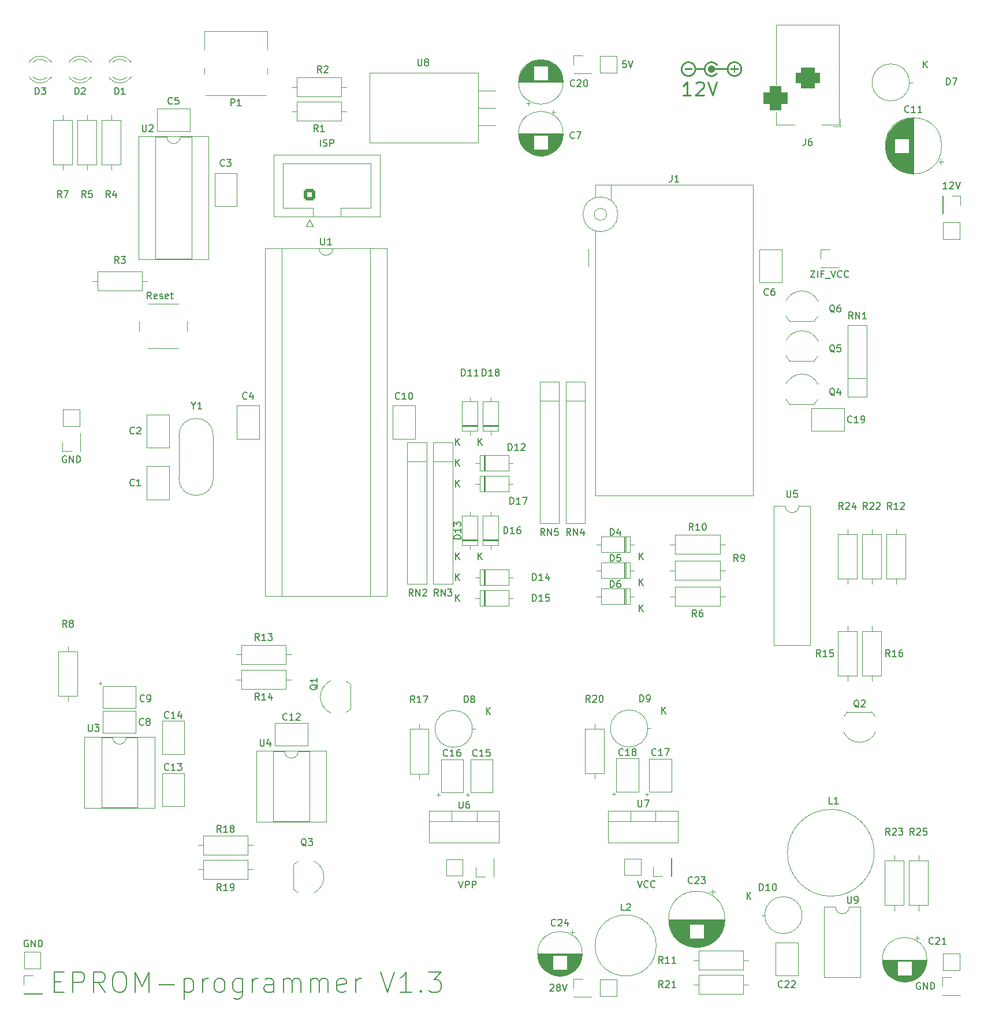
<source format=gto>
G04 #@! TF.GenerationSoftware,KiCad,Pcbnew,8.0.3*
G04 #@! TF.CreationDate,2024-07-22T04:24:41+02:00*
G04 #@! TF.ProjectId,EPROM-programmer,4550524f-4d2d-4707-926f-6772616d6d65,rev?*
G04 #@! TF.SameCoordinates,Original*
G04 #@! TF.FileFunction,Legend,Top*
G04 #@! TF.FilePolarity,Positive*
%FSLAX46Y46*%
G04 Gerber Fmt 4.6, Leading zero omitted, Abs format (unit mm)*
G04 Created by KiCad (PCBNEW 8.0.3) date 2024-07-22 04:24:41*
%MOMM*%
%LPD*%
G01*
G04 APERTURE LIST*
G04 Aperture macros list*
%AMRoundRect*
0 Rectangle with rounded corners*
0 $1 Rounding radius*
0 $2 $3 $4 $5 $6 $7 $8 $9 X,Y pos of 4 corners*
0 Add a 4 corners polygon primitive as box body*
4,1,4,$2,$3,$4,$5,$6,$7,$8,$9,$2,$3,0*
0 Add four circle primitives for the rounded corners*
1,1,$1+$1,$2,$3*
1,1,$1+$1,$4,$5*
1,1,$1+$1,$6,$7*
1,1,$1+$1,$8,$9*
0 Add four rect primitives between the rounded corners*
20,1,$1+$1,$2,$3,$4,$5,0*
20,1,$1+$1,$4,$5,$6,$7,0*
20,1,$1+$1,$6,$7,$8,$9,0*
20,1,$1+$1,$8,$9,$2,$3,0*%
G04 Aperture macros list end*
%ADD10C,0.000000*%
%ADD11C,0.150000*%
%ADD12C,0.250000*%
%ADD13C,0.120000*%
%ADD14R,1.700000X1.700000*%
%ADD15C,1.600000*%
%ADD16O,1.600000X1.600000*%
%ADD17R,2.000000X2.000000*%
%ADD18R,3.200000X3.200000*%
%ADD19O,3.200000X3.200000*%
%ADD20R,1.600000X1.600000*%
%ADD21C,1.400000*%
%ADD22R,1.500000X1.500000*%
%ADD23C,1.500000*%
%ADD24R,2.000000X1.440000*%
%ADD25O,2.000000X1.440000*%
%ADD26R,1.905000X2.000000*%
%ADD27O,1.905000X2.000000*%
%ADD28C,2.400000*%
%ADD29C,2.600000*%
%ADD30O,3.500000X3.500000*%
%ADD31R,2.000000X1.905000*%
%ADD32O,2.000000X1.905000*%
%ADD33RoundRect,0.250000X0.600000X-0.600000X0.600000X0.600000X-0.600000X0.600000X-0.600000X-0.600000X0*%
%ADD34C,1.700000*%
%ADD35C,2.000000*%
%ADD36R,3.500000X3.500000*%
%ADD37RoundRect,0.750000X-1.000000X0.750000X-1.000000X-0.750000X1.000000X-0.750000X1.000000X0.750000X0*%
%ADD38RoundRect,0.875000X-0.875000X0.875000X-0.875000X-0.875000X0.875000X-0.875000X0.875000X0.875000X0*%
%ADD39R,1.800000X1.800000*%
%ADD40C,1.800000*%
%ADD41C,0.700000*%
%ADD42O,0.900000X2.400000*%
%ADD43O,0.900000X1.700000*%
G04 APERTURE END LIST*
D10*
G36*
X124469210Y-39941879D02*
G01*
X124527585Y-39946091D01*
X124584958Y-39953037D01*
X124641266Y-39962653D01*
X124696448Y-39974879D01*
X124750443Y-39989652D01*
X124803187Y-40006911D01*
X124854621Y-40026594D01*
X124904680Y-40048639D01*
X124953305Y-40072984D01*
X125000433Y-40099567D01*
X125046002Y-40128327D01*
X125089951Y-40159202D01*
X125132218Y-40192130D01*
X125172740Y-40227050D01*
X125211457Y-40263898D01*
X125248305Y-40302615D01*
X125283225Y-40343137D01*
X125316153Y-40385404D01*
X125347028Y-40429353D01*
X125375788Y-40474922D01*
X125402371Y-40522050D01*
X125426716Y-40570675D01*
X125448761Y-40620734D01*
X125468444Y-40672168D01*
X125485703Y-40724912D01*
X125500476Y-40778907D01*
X125512702Y-40834089D01*
X125522318Y-40890397D01*
X125529264Y-40947770D01*
X125533476Y-41006145D01*
X125534894Y-41065461D01*
X125533476Y-41124777D01*
X125529264Y-41183152D01*
X125522318Y-41240525D01*
X125512702Y-41296833D01*
X125500476Y-41352015D01*
X125485703Y-41406010D01*
X125468444Y-41458754D01*
X125448761Y-41510188D01*
X125426716Y-41560247D01*
X125402371Y-41608872D01*
X125375788Y-41656000D01*
X125347028Y-41701569D01*
X125316153Y-41745518D01*
X125283225Y-41787785D01*
X125248305Y-41828307D01*
X125211457Y-41867024D01*
X125172740Y-41903872D01*
X125132218Y-41938792D01*
X125089951Y-41971720D01*
X125046002Y-42002595D01*
X125000433Y-42031355D01*
X124953305Y-42057938D01*
X124904680Y-42082283D01*
X124854621Y-42104328D01*
X124803187Y-42124011D01*
X124750443Y-42141270D01*
X124696448Y-42156043D01*
X124641266Y-42168269D01*
X124584958Y-42177885D01*
X124527585Y-42184831D01*
X124469210Y-42189043D01*
X124409894Y-42190461D01*
X124350578Y-42189043D01*
X124292203Y-42184831D01*
X124234830Y-42177885D01*
X124178522Y-42168269D01*
X124123340Y-42156043D01*
X124069345Y-42141270D01*
X124016601Y-42124011D01*
X123965167Y-42104328D01*
X123915108Y-42082283D01*
X123866483Y-42057938D01*
X123819355Y-42031355D01*
X123773786Y-42002595D01*
X123729837Y-41971720D01*
X123687570Y-41938792D01*
X123647048Y-41903872D01*
X123608331Y-41867024D01*
X123571483Y-41828307D01*
X123536563Y-41787785D01*
X123503635Y-41745518D01*
X123472760Y-41701569D01*
X123444000Y-41656000D01*
X123417417Y-41608872D01*
X123393072Y-41560247D01*
X123371027Y-41510188D01*
X123351344Y-41458754D01*
X123334085Y-41406010D01*
X123319312Y-41352015D01*
X123307086Y-41296833D01*
X123297470Y-41240525D01*
X123290524Y-41183152D01*
X123286312Y-41124777D01*
X123284894Y-41065461D01*
X123284912Y-41064711D01*
X123531644Y-41064711D01*
X123532750Y-41110977D01*
X123536036Y-41156510D01*
X123541453Y-41201261D01*
X123548954Y-41245181D01*
X123558490Y-41288223D01*
X123570013Y-41330339D01*
X123583475Y-41371480D01*
X123598828Y-41411598D01*
X123616023Y-41450644D01*
X123635012Y-41488572D01*
X123655747Y-41525331D01*
X123678180Y-41560875D01*
X123702262Y-41595155D01*
X123727946Y-41628123D01*
X123755183Y-41659731D01*
X123783925Y-41689930D01*
X123814124Y-41718672D01*
X123845732Y-41745909D01*
X123878699Y-41771593D01*
X123912979Y-41795675D01*
X123948523Y-41818108D01*
X123985283Y-41838843D01*
X124023211Y-41857832D01*
X124062257Y-41875027D01*
X124102375Y-41890380D01*
X124143516Y-41903842D01*
X124185632Y-41915365D01*
X124228674Y-41924901D01*
X124272594Y-41932402D01*
X124317345Y-41937819D01*
X124362877Y-41941105D01*
X124409144Y-41942211D01*
X124455410Y-41941105D01*
X124500943Y-41937819D01*
X124545693Y-41932402D01*
X124589614Y-41924901D01*
X124632656Y-41915365D01*
X124674772Y-41903842D01*
X124715913Y-41890380D01*
X124756030Y-41875027D01*
X124795077Y-41857832D01*
X124833004Y-41838843D01*
X124869764Y-41818108D01*
X124905308Y-41795675D01*
X124939588Y-41771593D01*
X124972556Y-41745909D01*
X125004164Y-41718672D01*
X125034362Y-41689930D01*
X125063104Y-41659731D01*
X125090342Y-41628123D01*
X125116025Y-41595155D01*
X125140108Y-41560875D01*
X125162541Y-41525331D01*
X125183276Y-41488572D01*
X125202265Y-41450644D01*
X125219460Y-41411598D01*
X125234813Y-41371480D01*
X125248274Y-41330339D01*
X125259797Y-41288223D01*
X125269334Y-41245181D01*
X125276834Y-41201261D01*
X125282252Y-41156510D01*
X125285538Y-41110977D01*
X125286644Y-41064711D01*
X125285538Y-41018445D01*
X125282252Y-40972912D01*
X125276834Y-40928161D01*
X125269334Y-40884241D01*
X125259797Y-40841199D01*
X125248274Y-40799083D01*
X125234813Y-40757942D01*
X125219460Y-40717824D01*
X125202265Y-40678778D01*
X125183276Y-40640850D01*
X125162541Y-40604090D01*
X125140108Y-40568546D01*
X125116025Y-40534266D01*
X125090342Y-40501299D01*
X125063104Y-40469691D01*
X125034362Y-40439492D01*
X125004164Y-40410750D01*
X124972556Y-40383513D01*
X124939588Y-40357829D01*
X124905308Y-40333747D01*
X124869764Y-40311314D01*
X124833004Y-40290579D01*
X124795077Y-40271589D01*
X124756030Y-40254395D01*
X124715913Y-40239042D01*
X124674772Y-40225580D01*
X124632656Y-40214057D01*
X124589614Y-40204521D01*
X124545693Y-40197020D01*
X124500943Y-40191603D01*
X124455410Y-40188317D01*
X124409144Y-40187211D01*
X124362877Y-40188317D01*
X124317345Y-40191603D01*
X124272594Y-40197020D01*
X124228674Y-40204521D01*
X124185632Y-40214057D01*
X124143516Y-40225580D01*
X124102375Y-40239042D01*
X124062257Y-40254395D01*
X124023211Y-40271589D01*
X123985283Y-40290579D01*
X123948523Y-40311314D01*
X123912979Y-40333747D01*
X123878699Y-40357829D01*
X123845732Y-40383513D01*
X123814124Y-40410750D01*
X123783925Y-40439492D01*
X123755183Y-40469691D01*
X123727946Y-40501299D01*
X123702262Y-40534266D01*
X123678180Y-40568546D01*
X123655747Y-40604090D01*
X123635012Y-40640850D01*
X123616023Y-40678778D01*
X123598828Y-40717824D01*
X123583475Y-40757942D01*
X123570013Y-40799083D01*
X123558490Y-40841199D01*
X123548954Y-40884241D01*
X123541453Y-40928161D01*
X123536036Y-40972912D01*
X123532750Y-41018445D01*
X123531644Y-41064711D01*
X123284912Y-41064711D01*
X123286312Y-41006145D01*
X123290524Y-40947770D01*
X123297470Y-40890397D01*
X123307086Y-40834089D01*
X123319312Y-40778907D01*
X123334085Y-40724912D01*
X123351344Y-40672168D01*
X123371027Y-40620734D01*
X123393072Y-40570675D01*
X123417417Y-40522050D01*
X123444000Y-40474922D01*
X123472760Y-40429353D01*
X123503635Y-40385404D01*
X123536563Y-40343137D01*
X123571483Y-40302615D01*
X123608331Y-40263898D01*
X123647048Y-40227050D01*
X123687570Y-40192130D01*
X123729837Y-40159202D01*
X123773786Y-40128327D01*
X123819355Y-40099567D01*
X123866483Y-40072984D01*
X123915108Y-40048639D01*
X123965167Y-40026594D01*
X124016601Y-40006911D01*
X124069345Y-39989652D01*
X124123340Y-39974879D01*
X124178522Y-39962653D01*
X124234830Y-39953037D01*
X124292203Y-39946091D01*
X124350578Y-39941879D01*
X124409894Y-39940461D01*
X124469210Y-39941879D01*
G37*
G36*
X124972394Y-41177961D02*
G01*
X123847394Y-41177961D01*
X123847394Y-40952961D01*
X124972394Y-40952961D01*
X124972394Y-41177961D01*
G37*
G36*
X121061780Y-40541122D02*
G01*
X121088984Y-40543086D01*
X121115724Y-40546323D01*
X121141974Y-40550806D01*
X121167702Y-40556504D01*
X121192881Y-40563391D01*
X121217480Y-40571435D01*
X121241472Y-40580609D01*
X121264826Y-40590885D01*
X121287514Y-40602232D01*
X121309506Y-40614622D01*
X121330774Y-40628026D01*
X121351289Y-40642416D01*
X121371020Y-40657763D01*
X121389940Y-40674038D01*
X121408018Y-40691211D01*
X121425227Y-40709255D01*
X121441536Y-40728139D01*
X121456917Y-40747837D01*
X121471341Y-40768317D01*
X121484778Y-40789553D01*
X121497199Y-40811515D01*
X121508575Y-40834173D01*
X121518878Y-40857500D01*
X121528077Y-40881466D01*
X121536145Y-40906043D01*
X121543051Y-40931202D01*
X121548766Y-40956913D01*
X121553263Y-40983149D01*
X121556510Y-41009879D01*
X121558480Y-41037076D01*
X121559143Y-41064711D01*
X121558480Y-41092348D01*
X121556510Y-41119551D01*
X121553263Y-41146292D01*
X121548766Y-41172541D01*
X121543051Y-41198269D01*
X121536145Y-41223448D01*
X121528077Y-41248048D01*
X121518878Y-41272039D01*
X121508575Y-41295393D01*
X121497199Y-41318081D01*
X121484778Y-41340074D01*
X121471341Y-41361342D01*
X121456917Y-41381856D01*
X121441536Y-41401588D01*
X121425227Y-41420507D01*
X121408018Y-41438586D01*
X121389940Y-41455794D01*
X121371020Y-41472104D01*
X121351289Y-41487485D01*
X121330774Y-41501908D01*
X121309506Y-41515345D01*
X121287514Y-41527766D01*
X121264826Y-41539143D01*
X121241472Y-41549445D01*
X121217480Y-41558645D01*
X121192881Y-41566712D01*
X121167702Y-41573618D01*
X121141974Y-41579334D01*
X121115724Y-41583830D01*
X121088984Y-41587078D01*
X121061780Y-41589048D01*
X121034144Y-41589711D01*
X121006509Y-41589048D01*
X120979312Y-41587078D01*
X120952581Y-41583830D01*
X120926346Y-41579334D01*
X120900634Y-41573618D01*
X120875476Y-41566712D01*
X120850899Y-41558645D01*
X120826933Y-41549445D01*
X120803606Y-41539143D01*
X120780947Y-41527766D01*
X120758986Y-41515345D01*
X120737750Y-41501908D01*
X120717269Y-41487485D01*
X120697572Y-41472104D01*
X120678687Y-41455794D01*
X120660644Y-41438586D01*
X120643470Y-41420507D01*
X120627196Y-41401588D01*
X120611849Y-41381856D01*
X120597459Y-41361342D01*
X120584054Y-41340074D01*
X120571664Y-41318081D01*
X120560317Y-41295393D01*
X120550042Y-41272039D01*
X120540868Y-41248048D01*
X120532823Y-41223448D01*
X120525937Y-41198269D01*
X120520238Y-41172541D01*
X120515756Y-41146292D01*
X120512518Y-41119551D01*
X120510554Y-41092348D01*
X120509893Y-41064711D01*
X120510554Y-41037076D01*
X120512518Y-41009879D01*
X120515756Y-40983149D01*
X120520238Y-40956913D01*
X120525937Y-40931202D01*
X120532823Y-40906043D01*
X120540868Y-40881466D01*
X120550042Y-40857500D01*
X120560317Y-40834173D01*
X120571664Y-40811515D01*
X120584054Y-40789553D01*
X120597459Y-40768317D01*
X120611849Y-40747837D01*
X120627196Y-40728139D01*
X120643470Y-40709255D01*
X120660644Y-40691211D01*
X120678687Y-40674038D01*
X120697572Y-40657763D01*
X120717269Y-40642416D01*
X120737750Y-40628026D01*
X120758986Y-40614622D01*
X120780947Y-40602232D01*
X120803606Y-40590885D01*
X120826933Y-40580609D01*
X120850899Y-40571435D01*
X120875476Y-40563391D01*
X120900634Y-40556504D01*
X120926346Y-40550806D01*
X120952581Y-40546323D01*
X120979312Y-40543086D01*
X121006509Y-40541122D01*
X121034144Y-40540461D01*
X121061780Y-40541122D01*
G37*
G36*
X118222394Y-41177961D02*
G01*
X117097394Y-41177961D01*
X117097394Y-40952961D01*
X118222394Y-40952961D01*
X118222394Y-41177961D01*
G37*
G36*
X121110644Y-39944211D02*
G01*
X121166143Y-39949461D01*
X121221644Y-39957711D01*
X121276394Y-39968211D01*
X121330394Y-39980961D01*
X121383644Y-39997461D01*
X121436143Y-40016961D01*
X121487893Y-40037961D01*
X121538894Y-40061211D01*
X121587644Y-40087461D01*
X121635644Y-40115961D01*
X121682144Y-40147461D01*
X121727144Y-40180461D01*
X121769894Y-40215711D01*
X121811143Y-40253211D01*
X121850894Y-40292961D01*
X121888394Y-40334211D01*
X121923643Y-40376961D01*
X121956643Y-40421961D01*
X121755643Y-40562211D01*
X121730893Y-40526961D01*
X121703144Y-40493211D01*
X121673894Y-40460961D01*
X121643143Y-40429461D01*
X121610143Y-40400211D01*
X121576394Y-40372461D01*
X121541143Y-40346961D01*
X121505144Y-40322211D01*
X121467644Y-40299711D01*
X121428643Y-40279461D01*
X121389644Y-40259961D01*
X121349144Y-40243461D01*
X121307894Y-40229211D01*
X121265894Y-40216461D01*
X121223144Y-40205961D01*
X121180394Y-40197711D01*
X121136893Y-40191711D01*
X121093394Y-40187961D01*
X121049893Y-40185711D01*
X121006394Y-40186461D01*
X120962144Y-40188711D01*
X120918643Y-40193211D01*
X120875894Y-40199961D01*
X120833144Y-40208961D01*
X120790394Y-40220211D01*
X120749144Y-40233711D01*
X120707894Y-40248711D01*
X120668143Y-40265211D01*
X120628394Y-40283961D01*
X120590143Y-40305711D01*
X120552643Y-40328211D01*
X120516643Y-40352961D01*
X120482144Y-40379961D01*
X120449144Y-40407711D01*
X120416894Y-40437711D01*
X120386893Y-40469211D01*
X120357644Y-40502211D01*
X120329894Y-40536711D01*
X120304394Y-40571961D01*
X120281143Y-40608711D01*
X120259393Y-40646961D01*
X120239144Y-40685961D01*
X120221144Y-40725711D01*
X120205394Y-40766211D01*
X120191894Y-40808211D01*
X120179894Y-40850211D01*
X120170144Y-40892961D01*
X120162644Y-40935711D01*
X120157394Y-40979211D01*
X120153643Y-41022711D01*
X120152894Y-41066211D01*
X120153643Y-41110461D01*
X120157394Y-41153961D01*
X120162644Y-41197461D01*
X120170144Y-41240211D01*
X120179894Y-41282961D01*
X120191894Y-41324961D01*
X120205394Y-41366211D01*
X120221893Y-41407461D01*
X120239144Y-41447211D01*
X120259393Y-41486211D01*
X120281143Y-41523711D01*
X120304394Y-41560461D01*
X120329894Y-41596461D01*
X120356894Y-41630211D01*
X120385393Y-41663211D01*
X120416143Y-41694711D01*
X120447644Y-41724711D01*
X120481394Y-41753211D01*
X120515894Y-41779461D01*
X120551894Y-41804211D01*
X120589394Y-41827461D01*
X120627643Y-41848461D01*
X120666643Y-41867211D01*
X120707144Y-41885211D01*
X120747644Y-41900961D01*
X120789644Y-41913711D01*
X120831643Y-41924961D01*
X120874393Y-41933961D01*
X120917894Y-41940711D01*
X120961393Y-41945211D01*
X121004894Y-41947461D01*
X121049144Y-41948211D01*
X121092643Y-41945961D01*
X121136144Y-41942211D01*
X121179643Y-41936211D01*
X121222393Y-41927961D01*
X121264394Y-41917461D01*
X121306394Y-41904711D01*
X121347643Y-41890461D01*
X121388143Y-41873211D01*
X121427893Y-41855961D01*
X121466143Y-41834961D01*
X121504394Y-41812461D01*
X121540393Y-41788461D01*
X121575643Y-41762211D01*
X121609394Y-41734461D01*
X121641644Y-41705211D01*
X121672393Y-41674461D01*
X121701643Y-41642211D01*
X121729394Y-41607711D01*
X121756394Y-41573211D01*
X121955144Y-41711961D01*
X121921393Y-41756961D01*
X121886143Y-41800461D01*
X121848643Y-41841711D01*
X121809644Y-41881461D01*
X121768393Y-41918211D01*
X121724894Y-41954211D01*
X121679893Y-41987211D01*
X121633394Y-42017961D01*
X121586143Y-42046461D01*
X121536644Y-42072711D01*
X121486394Y-42096711D01*
X121434644Y-42117711D01*
X121382144Y-42135711D01*
X121328143Y-42151461D01*
X121274144Y-42164211D01*
X121219394Y-42174711D01*
X121163894Y-42182961D01*
X121108393Y-42188211D01*
X121052894Y-42190461D01*
X120997393Y-42189711D01*
X120941143Y-42186711D01*
X120886393Y-42180711D01*
X120830894Y-42171711D01*
X120776144Y-42160461D01*
X120722144Y-42146211D01*
X120668894Y-42128961D01*
X120617143Y-42109461D01*
X120565394Y-42087711D01*
X120515894Y-42062961D01*
X120466394Y-42035961D01*
X120419143Y-42006711D01*
X120373393Y-41975211D01*
X120329143Y-41941461D01*
X120286393Y-41904711D01*
X120245894Y-41867211D01*
X120206894Y-41826711D01*
X120170144Y-41784711D01*
X120135644Y-41741211D01*
X120103394Y-41695461D01*
X120073393Y-41648961D01*
X120046394Y-41600211D01*
X120020894Y-41550711D01*
X119997644Y-41499711D01*
X119977394Y-41447961D01*
X119960144Y-41393961D01*
X119945144Y-41340711D01*
X119932394Y-41285961D01*
X119923393Y-41231211D01*
X119915894Y-41175711D01*
X119912144Y-41120211D01*
X119910644Y-41064711D01*
X119912144Y-41008461D01*
X119915894Y-40952961D01*
X119923393Y-40897461D01*
X119933144Y-40842711D01*
X119945144Y-40788711D01*
X119960144Y-40734711D01*
X119978143Y-40682211D01*
X119998393Y-40630461D01*
X120020894Y-40579461D01*
X120046394Y-40529961D01*
X120074893Y-40481961D01*
X120104894Y-40434711D01*
X120137144Y-40388961D01*
X120172393Y-40345461D01*
X120209144Y-40303461D01*
X120247393Y-40263711D01*
X120288644Y-40225461D01*
X120330643Y-40189461D01*
X120375644Y-40155711D01*
X120421393Y-40124211D01*
X120468643Y-40094961D01*
X120517394Y-40067961D01*
X120567643Y-40043211D01*
X120618643Y-40021461D01*
X120671144Y-40001961D01*
X120724393Y-39986211D01*
X120778394Y-39971961D01*
X120833144Y-39960711D01*
X120887893Y-39951711D01*
X120943394Y-39945711D01*
X120999644Y-39942711D01*
X121055143Y-39941961D01*
X121110644Y-39944211D01*
G37*
G36*
X119984893Y-41177961D02*
G01*
X118709894Y-41177961D01*
X118709894Y-40952961D01*
X119984893Y-40952961D01*
X119984893Y-41177961D01*
G37*
G36*
X124522394Y-41627961D02*
G01*
X124297394Y-41627961D01*
X124297394Y-40502961D01*
X124522394Y-40502961D01*
X124522394Y-41627961D01*
G37*
G36*
X117719210Y-39941879D02*
G01*
X117777585Y-39946091D01*
X117834957Y-39953037D01*
X117891266Y-39962653D01*
X117946448Y-39974879D01*
X118000442Y-39989652D01*
X118053187Y-40006911D01*
X118104620Y-40026594D01*
X118154680Y-40048639D01*
X118203305Y-40072984D01*
X118250433Y-40099567D01*
X118296002Y-40128327D01*
X118339951Y-40159202D01*
X118382217Y-40192130D01*
X118422740Y-40227050D01*
X118461456Y-40263898D01*
X118498305Y-40302615D01*
X118533224Y-40343137D01*
X118566152Y-40385404D01*
X118597027Y-40429353D01*
X118625788Y-40474922D01*
X118652371Y-40522050D01*
X118676716Y-40570675D01*
X118698761Y-40620734D01*
X118718443Y-40672168D01*
X118735702Y-40724912D01*
X118750475Y-40778907D01*
X118762701Y-40834089D01*
X118772318Y-40890397D01*
X118779263Y-40947770D01*
X118783476Y-41006145D01*
X118784894Y-41065461D01*
X118783476Y-41124777D01*
X118779263Y-41183152D01*
X118772318Y-41240525D01*
X118762701Y-41296833D01*
X118750475Y-41352015D01*
X118735702Y-41406010D01*
X118718443Y-41458754D01*
X118698761Y-41510188D01*
X118676716Y-41560247D01*
X118652371Y-41608872D01*
X118625788Y-41656000D01*
X118597027Y-41701569D01*
X118566152Y-41745518D01*
X118533224Y-41787785D01*
X118498305Y-41828307D01*
X118461456Y-41867024D01*
X118422740Y-41903872D01*
X118382217Y-41938792D01*
X118339951Y-41971720D01*
X118296002Y-42002595D01*
X118250433Y-42031355D01*
X118203305Y-42057938D01*
X118154680Y-42082283D01*
X118104620Y-42104328D01*
X118053187Y-42124011D01*
X118000442Y-42141270D01*
X117946448Y-42156043D01*
X117891266Y-42168269D01*
X117834957Y-42177885D01*
X117777585Y-42184831D01*
X117719210Y-42189043D01*
X117659894Y-42190461D01*
X117600578Y-42189043D01*
X117542203Y-42184831D01*
X117484830Y-42177885D01*
X117428522Y-42168269D01*
X117373339Y-42156043D01*
X117319345Y-42141270D01*
X117266600Y-42124011D01*
X117215167Y-42104328D01*
X117165107Y-42082283D01*
X117116482Y-42057938D01*
X117069355Y-42031355D01*
X117023785Y-42002595D01*
X116979837Y-41971720D01*
X116937570Y-41938792D01*
X116897048Y-41903872D01*
X116858331Y-41867024D01*
X116821482Y-41828307D01*
X116786563Y-41787785D01*
X116753635Y-41745518D01*
X116722760Y-41701569D01*
X116694000Y-41656000D01*
X116667416Y-41608872D01*
X116643071Y-41560247D01*
X116621027Y-41510188D01*
X116601344Y-41458754D01*
X116584085Y-41406010D01*
X116569312Y-41352015D01*
X116557086Y-41296833D01*
X116547470Y-41240525D01*
X116540524Y-41183152D01*
X116536312Y-41124777D01*
X116534894Y-41065461D01*
X116534912Y-41064711D01*
X116781644Y-41064711D01*
X116782750Y-41110977D01*
X116786035Y-41156510D01*
X116791453Y-41201261D01*
X116798954Y-41245181D01*
X116808490Y-41288223D01*
X116820013Y-41330339D01*
X116833475Y-41371480D01*
X116848827Y-41411598D01*
X116866022Y-41450644D01*
X116885011Y-41488572D01*
X116905746Y-41525331D01*
X116928179Y-41560875D01*
X116952262Y-41595155D01*
X116977946Y-41628123D01*
X117005183Y-41659731D01*
X117033925Y-41689930D01*
X117064124Y-41718672D01*
X117095731Y-41745909D01*
X117128699Y-41771593D01*
X117162979Y-41795675D01*
X117198523Y-41818108D01*
X117235283Y-41838843D01*
X117273210Y-41857832D01*
X117312257Y-41875027D01*
X117352375Y-41890380D01*
X117393516Y-41903842D01*
X117435631Y-41915365D01*
X117478673Y-41924901D01*
X117522594Y-41932402D01*
X117567345Y-41937819D01*
X117612877Y-41941105D01*
X117659144Y-41942211D01*
X117705410Y-41941105D01*
X117750943Y-41937819D01*
X117795693Y-41932402D01*
X117839614Y-41924901D01*
X117882656Y-41915365D01*
X117924772Y-41903842D01*
X117965912Y-41890380D01*
X118006030Y-41875027D01*
X118045077Y-41857832D01*
X118083004Y-41838843D01*
X118119764Y-41818108D01*
X118155308Y-41795675D01*
X118189588Y-41771593D01*
X118222556Y-41745909D01*
X118254164Y-41718672D01*
X118284362Y-41689930D01*
X118313104Y-41659731D01*
X118340342Y-41628123D01*
X118366025Y-41595155D01*
X118390108Y-41560875D01*
X118412541Y-41525331D01*
X118433276Y-41488572D01*
X118452265Y-41450644D01*
X118469460Y-41411598D01*
X118484813Y-41371480D01*
X118498274Y-41330339D01*
X118509797Y-41288223D01*
X118519334Y-41245181D01*
X118526834Y-41201261D01*
X118532252Y-41156510D01*
X118535538Y-41110977D01*
X118536644Y-41064711D01*
X118535538Y-41018445D01*
X118532252Y-40972912D01*
X118526834Y-40928161D01*
X118519334Y-40884241D01*
X118509797Y-40841199D01*
X118498274Y-40799083D01*
X118484813Y-40757942D01*
X118469460Y-40717824D01*
X118452265Y-40678778D01*
X118433276Y-40640850D01*
X118412541Y-40604090D01*
X118390108Y-40568546D01*
X118366025Y-40534266D01*
X118340342Y-40501299D01*
X118313104Y-40469691D01*
X118284362Y-40439492D01*
X118254164Y-40410750D01*
X118222556Y-40383513D01*
X118189588Y-40357829D01*
X118155308Y-40333747D01*
X118119764Y-40311314D01*
X118083004Y-40290579D01*
X118045077Y-40271589D01*
X118006030Y-40254395D01*
X117965912Y-40239042D01*
X117924772Y-40225580D01*
X117882656Y-40214057D01*
X117839614Y-40204521D01*
X117795693Y-40197020D01*
X117750943Y-40191603D01*
X117705410Y-40188317D01*
X117659144Y-40187211D01*
X117612877Y-40188317D01*
X117567345Y-40191603D01*
X117522594Y-40197020D01*
X117478673Y-40204521D01*
X117435631Y-40214057D01*
X117393516Y-40225580D01*
X117352375Y-40239042D01*
X117312257Y-40254395D01*
X117273210Y-40271589D01*
X117235283Y-40290579D01*
X117198523Y-40311314D01*
X117162979Y-40333747D01*
X117128699Y-40357829D01*
X117095731Y-40383513D01*
X117064124Y-40410750D01*
X117033925Y-40439492D01*
X117005183Y-40469691D01*
X116977946Y-40501299D01*
X116952262Y-40534266D01*
X116928179Y-40568546D01*
X116905746Y-40604090D01*
X116885011Y-40640850D01*
X116866022Y-40678778D01*
X116848827Y-40717824D01*
X116833475Y-40757942D01*
X116820013Y-40799083D01*
X116808490Y-40841199D01*
X116798954Y-40884241D01*
X116791453Y-40928161D01*
X116786035Y-40972912D01*
X116782750Y-41018445D01*
X116781644Y-41064711D01*
X116534912Y-41064711D01*
X116536312Y-41006145D01*
X116540524Y-40947770D01*
X116547470Y-40890397D01*
X116557086Y-40834089D01*
X116569312Y-40778907D01*
X116584085Y-40724912D01*
X116601344Y-40672168D01*
X116621027Y-40620734D01*
X116643071Y-40570675D01*
X116667416Y-40522050D01*
X116694000Y-40474922D01*
X116722760Y-40429353D01*
X116753635Y-40385404D01*
X116786563Y-40343137D01*
X116821482Y-40302615D01*
X116858331Y-40263898D01*
X116897048Y-40227050D01*
X116937570Y-40192130D01*
X116979837Y-40159202D01*
X117023785Y-40128327D01*
X117069355Y-40099567D01*
X117116482Y-40072984D01*
X117165107Y-40048639D01*
X117215167Y-40026594D01*
X117266600Y-40006911D01*
X117319345Y-39989652D01*
X117373339Y-39974879D01*
X117428522Y-39962653D01*
X117484830Y-39953037D01*
X117542203Y-39946091D01*
X117600578Y-39941879D01*
X117659894Y-39940461D01*
X117719210Y-39941879D01*
G37*
G36*
X123322394Y-41177961D02*
G01*
X121372393Y-41177961D01*
X121372393Y-40952961D01*
X123322394Y-40952961D01*
X123322394Y-41177961D01*
G37*
D11*
X24688969Y-174837628D02*
X25688969Y-174837628D01*
X26117541Y-176409057D02*
X24688969Y-176409057D01*
X24688969Y-176409057D02*
X24688969Y-173409057D01*
X24688969Y-173409057D02*
X26117541Y-173409057D01*
X27403255Y-176409057D02*
X27403255Y-173409057D01*
X27403255Y-173409057D02*
X28546112Y-173409057D01*
X28546112Y-173409057D02*
X28831827Y-173551914D01*
X28831827Y-173551914D02*
X28974684Y-173694771D01*
X28974684Y-173694771D02*
X29117541Y-173980485D01*
X29117541Y-173980485D02*
X29117541Y-174409057D01*
X29117541Y-174409057D02*
X28974684Y-174694771D01*
X28974684Y-174694771D02*
X28831827Y-174837628D01*
X28831827Y-174837628D02*
X28546112Y-174980485D01*
X28546112Y-174980485D02*
X27403255Y-174980485D01*
X32117541Y-176409057D02*
X31117541Y-174980485D01*
X30403255Y-176409057D02*
X30403255Y-173409057D01*
X30403255Y-173409057D02*
X31546112Y-173409057D01*
X31546112Y-173409057D02*
X31831827Y-173551914D01*
X31831827Y-173551914D02*
X31974684Y-173694771D01*
X31974684Y-173694771D02*
X32117541Y-173980485D01*
X32117541Y-173980485D02*
X32117541Y-174409057D01*
X32117541Y-174409057D02*
X31974684Y-174694771D01*
X31974684Y-174694771D02*
X31831827Y-174837628D01*
X31831827Y-174837628D02*
X31546112Y-174980485D01*
X31546112Y-174980485D02*
X30403255Y-174980485D01*
X33974684Y-173409057D02*
X34546112Y-173409057D01*
X34546112Y-173409057D02*
X34831827Y-173551914D01*
X34831827Y-173551914D02*
X35117541Y-173837628D01*
X35117541Y-173837628D02*
X35260398Y-174409057D01*
X35260398Y-174409057D02*
X35260398Y-175409057D01*
X35260398Y-175409057D02*
X35117541Y-175980485D01*
X35117541Y-175980485D02*
X34831827Y-176266200D01*
X34831827Y-176266200D02*
X34546112Y-176409057D01*
X34546112Y-176409057D02*
X33974684Y-176409057D01*
X33974684Y-176409057D02*
X33688970Y-176266200D01*
X33688970Y-176266200D02*
X33403255Y-175980485D01*
X33403255Y-175980485D02*
X33260398Y-175409057D01*
X33260398Y-175409057D02*
X33260398Y-174409057D01*
X33260398Y-174409057D02*
X33403255Y-173837628D01*
X33403255Y-173837628D02*
X33688970Y-173551914D01*
X33688970Y-173551914D02*
X33974684Y-173409057D01*
X36546112Y-176409057D02*
X36546112Y-173409057D01*
X36546112Y-173409057D02*
X37546112Y-175551914D01*
X37546112Y-175551914D02*
X38546112Y-173409057D01*
X38546112Y-173409057D02*
X38546112Y-176409057D01*
X39974683Y-175266200D02*
X42260398Y-175266200D01*
X43688969Y-174409057D02*
X43688969Y-177409057D01*
X43688969Y-174551914D02*
X43974684Y-174409057D01*
X43974684Y-174409057D02*
X44546112Y-174409057D01*
X44546112Y-174409057D02*
X44831826Y-174551914D01*
X44831826Y-174551914D02*
X44974684Y-174694771D01*
X44974684Y-174694771D02*
X45117541Y-174980485D01*
X45117541Y-174980485D02*
X45117541Y-175837628D01*
X45117541Y-175837628D02*
X44974684Y-176123342D01*
X44974684Y-176123342D02*
X44831826Y-176266200D01*
X44831826Y-176266200D02*
X44546112Y-176409057D01*
X44546112Y-176409057D02*
X43974684Y-176409057D01*
X43974684Y-176409057D02*
X43688969Y-176266200D01*
X46403255Y-176409057D02*
X46403255Y-174409057D01*
X46403255Y-174980485D02*
X46546112Y-174694771D01*
X46546112Y-174694771D02*
X46688970Y-174551914D01*
X46688970Y-174551914D02*
X46974684Y-174409057D01*
X46974684Y-174409057D02*
X47260398Y-174409057D01*
X48688970Y-176409057D02*
X48403255Y-176266200D01*
X48403255Y-176266200D02*
X48260398Y-176123342D01*
X48260398Y-176123342D02*
X48117541Y-175837628D01*
X48117541Y-175837628D02*
X48117541Y-174980485D01*
X48117541Y-174980485D02*
X48260398Y-174694771D01*
X48260398Y-174694771D02*
X48403255Y-174551914D01*
X48403255Y-174551914D02*
X48688970Y-174409057D01*
X48688970Y-174409057D02*
X49117541Y-174409057D01*
X49117541Y-174409057D02*
X49403255Y-174551914D01*
X49403255Y-174551914D02*
X49546113Y-174694771D01*
X49546113Y-174694771D02*
X49688970Y-174980485D01*
X49688970Y-174980485D02*
X49688970Y-175837628D01*
X49688970Y-175837628D02*
X49546113Y-176123342D01*
X49546113Y-176123342D02*
X49403255Y-176266200D01*
X49403255Y-176266200D02*
X49117541Y-176409057D01*
X49117541Y-176409057D02*
X48688970Y-176409057D01*
X52260399Y-174409057D02*
X52260399Y-176837628D01*
X52260399Y-176837628D02*
X52117541Y-177123342D01*
X52117541Y-177123342D02*
X51974684Y-177266200D01*
X51974684Y-177266200D02*
X51688970Y-177409057D01*
X51688970Y-177409057D02*
X51260399Y-177409057D01*
X51260399Y-177409057D02*
X50974684Y-177266200D01*
X52260399Y-176266200D02*
X51974684Y-176409057D01*
X51974684Y-176409057D02*
X51403256Y-176409057D01*
X51403256Y-176409057D02*
X51117541Y-176266200D01*
X51117541Y-176266200D02*
X50974684Y-176123342D01*
X50974684Y-176123342D02*
X50831827Y-175837628D01*
X50831827Y-175837628D02*
X50831827Y-174980485D01*
X50831827Y-174980485D02*
X50974684Y-174694771D01*
X50974684Y-174694771D02*
X51117541Y-174551914D01*
X51117541Y-174551914D02*
X51403256Y-174409057D01*
X51403256Y-174409057D02*
X51974684Y-174409057D01*
X51974684Y-174409057D02*
X52260399Y-174551914D01*
X53688970Y-176409057D02*
X53688970Y-174409057D01*
X53688970Y-174980485D02*
X53831827Y-174694771D01*
X53831827Y-174694771D02*
X53974685Y-174551914D01*
X53974685Y-174551914D02*
X54260399Y-174409057D01*
X54260399Y-174409057D02*
X54546113Y-174409057D01*
X56831828Y-176409057D02*
X56831828Y-174837628D01*
X56831828Y-174837628D02*
X56688970Y-174551914D01*
X56688970Y-174551914D02*
X56403256Y-174409057D01*
X56403256Y-174409057D02*
X55831828Y-174409057D01*
X55831828Y-174409057D02*
X55546113Y-174551914D01*
X56831828Y-176266200D02*
X56546113Y-176409057D01*
X56546113Y-176409057D02*
X55831828Y-176409057D01*
X55831828Y-176409057D02*
X55546113Y-176266200D01*
X55546113Y-176266200D02*
X55403256Y-175980485D01*
X55403256Y-175980485D02*
X55403256Y-175694771D01*
X55403256Y-175694771D02*
X55546113Y-175409057D01*
X55546113Y-175409057D02*
X55831828Y-175266200D01*
X55831828Y-175266200D02*
X56546113Y-175266200D01*
X56546113Y-175266200D02*
X56831828Y-175123342D01*
X58260399Y-176409057D02*
X58260399Y-174409057D01*
X58260399Y-174694771D02*
X58403256Y-174551914D01*
X58403256Y-174551914D02*
X58688971Y-174409057D01*
X58688971Y-174409057D02*
X59117542Y-174409057D01*
X59117542Y-174409057D02*
X59403256Y-174551914D01*
X59403256Y-174551914D02*
X59546114Y-174837628D01*
X59546114Y-174837628D02*
X59546114Y-176409057D01*
X59546114Y-174837628D02*
X59688971Y-174551914D01*
X59688971Y-174551914D02*
X59974685Y-174409057D01*
X59974685Y-174409057D02*
X60403256Y-174409057D01*
X60403256Y-174409057D02*
X60688971Y-174551914D01*
X60688971Y-174551914D02*
X60831828Y-174837628D01*
X60831828Y-174837628D02*
X60831828Y-176409057D01*
X62260399Y-176409057D02*
X62260399Y-174409057D01*
X62260399Y-174694771D02*
X62403256Y-174551914D01*
X62403256Y-174551914D02*
X62688971Y-174409057D01*
X62688971Y-174409057D02*
X63117542Y-174409057D01*
X63117542Y-174409057D02*
X63403256Y-174551914D01*
X63403256Y-174551914D02*
X63546114Y-174837628D01*
X63546114Y-174837628D02*
X63546114Y-176409057D01*
X63546114Y-174837628D02*
X63688971Y-174551914D01*
X63688971Y-174551914D02*
X63974685Y-174409057D01*
X63974685Y-174409057D02*
X64403256Y-174409057D01*
X64403256Y-174409057D02*
X64688971Y-174551914D01*
X64688971Y-174551914D02*
X64831828Y-174837628D01*
X64831828Y-174837628D02*
X64831828Y-176409057D01*
X67403256Y-176266200D02*
X67117542Y-176409057D01*
X67117542Y-176409057D02*
X66546114Y-176409057D01*
X66546114Y-176409057D02*
X66260399Y-176266200D01*
X66260399Y-176266200D02*
X66117542Y-175980485D01*
X66117542Y-175980485D02*
X66117542Y-174837628D01*
X66117542Y-174837628D02*
X66260399Y-174551914D01*
X66260399Y-174551914D02*
X66546114Y-174409057D01*
X66546114Y-174409057D02*
X67117542Y-174409057D01*
X67117542Y-174409057D02*
X67403256Y-174551914D01*
X67403256Y-174551914D02*
X67546114Y-174837628D01*
X67546114Y-174837628D02*
X67546114Y-175123342D01*
X67546114Y-175123342D02*
X66117542Y-175409057D01*
X68831828Y-176409057D02*
X68831828Y-174409057D01*
X68831828Y-174980485D02*
X68974685Y-174694771D01*
X68974685Y-174694771D02*
X69117543Y-174551914D01*
X69117543Y-174551914D02*
X69403257Y-174409057D01*
X69403257Y-174409057D02*
X69688971Y-174409057D01*
X72546114Y-173409057D02*
X73546114Y-176409057D01*
X73546114Y-176409057D02*
X74546114Y-173409057D01*
X77117543Y-176409057D02*
X75403257Y-176409057D01*
X76260400Y-176409057D02*
X76260400Y-173409057D01*
X76260400Y-173409057D02*
X75974686Y-173837628D01*
X75974686Y-173837628D02*
X75688971Y-174123342D01*
X75688971Y-174123342D02*
X75403257Y-174266200D01*
X78403257Y-176123342D02*
X78546114Y-176266200D01*
X78546114Y-176266200D02*
X78403257Y-176409057D01*
X78403257Y-176409057D02*
X78260400Y-176266200D01*
X78260400Y-176266200D02*
X78403257Y-176123342D01*
X78403257Y-176123342D02*
X78403257Y-176409057D01*
X79546114Y-173409057D02*
X81403257Y-173409057D01*
X81403257Y-173409057D02*
X80403257Y-174551914D01*
X80403257Y-174551914D02*
X80831828Y-174551914D01*
X80831828Y-174551914D02*
X81117543Y-174694771D01*
X81117543Y-174694771D02*
X81260400Y-174837628D01*
X81260400Y-174837628D02*
X81403257Y-175123342D01*
X81403257Y-175123342D02*
X81403257Y-175837628D01*
X81403257Y-175837628D02*
X81260400Y-176123342D01*
X81260400Y-176123342D02*
X81117543Y-176266200D01*
X81117543Y-176266200D02*
X80831828Y-176409057D01*
X80831828Y-176409057D02*
X79974685Y-176409057D01*
X79974685Y-176409057D02*
X79688971Y-176266200D01*
X79688971Y-176266200D02*
X79546114Y-176123342D01*
D12*
X118020282Y-44954238D02*
X116877425Y-44954238D01*
X117448853Y-44954238D02*
X117448853Y-42954238D01*
X117448853Y-42954238D02*
X117258377Y-43239952D01*
X117258377Y-43239952D02*
X117067901Y-43430428D01*
X117067901Y-43430428D02*
X116877425Y-43525666D01*
X118782187Y-43144714D02*
X118877425Y-43049476D01*
X118877425Y-43049476D02*
X119067901Y-42954238D01*
X119067901Y-42954238D02*
X119544092Y-42954238D01*
X119544092Y-42954238D02*
X119734568Y-43049476D01*
X119734568Y-43049476D02*
X119829806Y-43144714D01*
X119829806Y-43144714D02*
X119925044Y-43335190D01*
X119925044Y-43335190D02*
X119925044Y-43525666D01*
X119925044Y-43525666D02*
X119829806Y-43811380D01*
X119829806Y-43811380D02*
X118686949Y-44954238D01*
X118686949Y-44954238D02*
X119925044Y-44954238D01*
X120496473Y-42954238D02*
X121163139Y-44954238D01*
X121163139Y-44954238D02*
X121829806Y-42954238D01*
D11*
X20828095Y-168793438D02*
X20732857Y-168745819D01*
X20732857Y-168745819D02*
X20590000Y-168745819D01*
X20590000Y-168745819D02*
X20447143Y-168793438D01*
X20447143Y-168793438D02*
X20351905Y-168888676D01*
X20351905Y-168888676D02*
X20304286Y-168983914D01*
X20304286Y-168983914D02*
X20256667Y-169174390D01*
X20256667Y-169174390D02*
X20256667Y-169317247D01*
X20256667Y-169317247D02*
X20304286Y-169507723D01*
X20304286Y-169507723D02*
X20351905Y-169602961D01*
X20351905Y-169602961D02*
X20447143Y-169698200D01*
X20447143Y-169698200D02*
X20590000Y-169745819D01*
X20590000Y-169745819D02*
X20685238Y-169745819D01*
X20685238Y-169745819D02*
X20828095Y-169698200D01*
X20828095Y-169698200D02*
X20875714Y-169650580D01*
X20875714Y-169650580D02*
X20875714Y-169317247D01*
X20875714Y-169317247D02*
X20685238Y-169317247D01*
X21304286Y-169745819D02*
X21304286Y-168745819D01*
X21304286Y-168745819D02*
X21875714Y-169745819D01*
X21875714Y-169745819D02*
X21875714Y-168745819D01*
X22351905Y-169745819D02*
X22351905Y-168745819D01*
X22351905Y-168745819D02*
X22590000Y-168745819D01*
X22590000Y-168745819D02*
X22732857Y-168793438D01*
X22732857Y-168793438D02*
X22828095Y-168888676D01*
X22828095Y-168888676D02*
X22875714Y-168983914D01*
X22875714Y-168983914D02*
X22923333Y-169174390D01*
X22923333Y-169174390D02*
X22923333Y-169317247D01*
X22923333Y-169317247D02*
X22875714Y-169507723D01*
X22875714Y-169507723D02*
X22828095Y-169602961D01*
X22828095Y-169602961D02*
X22732857Y-169698200D01*
X22732857Y-169698200D02*
X22590000Y-169745819D01*
X22590000Y-169745819D02*
X22351905Y-169745819D01*
X54729142Y-133550819D02*
X54395809Y-133074628D01*
X54157714Y-133550819D02*
X54157714Y-132550819D01*
X54157714Y-132550819D02*
X54538666Y-132550819D01*
X54538666Y-132550819D02*
X54633904Y-132598438D01*
X54633904Y-132598438D02*
X54681523Y-132646057D01*
X54681523Y-132646057D02*
X54729142Y-132741295D01*
X54729142Y-132741295D02*
X54729142Y-132884152D01*
X54729142Y-132884152D02*
X54681523Y-132979390D01*
X54681523Y-132979390D02*
X54633904Y-133027009D01*
X54633904Y-133027009D02*
X54538666Y-133074628D01*
X54538666Y-133074628D02*
X54157714Y-133074628D01*
X55681523Y-133550819D02*
X55110095Y-133550819D01*
X55395809Y-133550819D02*
X55395809Y-132550819D01*
X55395809Y-132550819D02*
X55300571Y-132693676D01*
X55300571Y-132693676D02*
X55205333Y-132788914D01*
X55205333Y-132788914D02*
X55110095Y-132836533D01*
X56538666Y-132884152D02*
X56538666Y-133550819D01*
X56300571Y-132503200D02*
X56062476Y-133217485D01*
X56062476Y-133217485D02*
X56681523Y-133217485D01*
X113911142Y-172158819D02*
X113577809Y-171682628D01*
X113339714Y-172158819D02*
X113339714Y-171158819D01*
X113339714Y-171158819D02*
X113720666Y-171158819D01*
X113720666Y-171158819D02*
X113815904Y-171206438D01*
X113815904Y-171206438D02*
X113863523Y-171254057D01*
X113863523Y-171254057D02*
X113911142Y-171349295D01*
X113911142Y-171349295D02*
X113911142Y-171492152D01*
X113911142Y-171492152D02*
X113863523Y-171587390D01*
X113863523Y-171587390D02*
X113815904Y-171635009D01*
X113815904Y-171635009D02*
X113720666Y-171682628D01*
X113720666Y-171682628D02*
X113339714Y-171682628D01*
X114863523Y-172158819D02*
X114292095Y-172158819D01*
X114577809Y-172158819D02*
X114577809Y-171158819D01*
X114577809Y-171158819D02*
X114482571Y-171301676D01*
X114482571Y-171301676D02*
X114387333Y-171396914D01*
X114387333Y-171396914D02*
X114292095Y-171444533D01*
X115815904Y-172158819D02*
X115244476Y-172158819D01*
X115530190Y-172158819D02*
X115530190Y-171158819D01*
X115530190Y-171158819D02*
X115434952Y-171301676D01*
X115434952Y-171301676D02*
X115339714Y-171396914D01*
X115339714Y-171396914D02*
X115244476Y-171444533D01*
X84793905Y-133931819D02*
X84793905Y-132931819D01*
X84793905Y-132931819D02*
X85032000Y-132931819D01*
X85032000Y-132931819D02*
X85174857Y-132979438D01*
X85174857Y-132979438D02*
X85270095Y-133074676D01*
X85270095Y-133074676D02*
X85317714Y-133169914D01*
X85317714Y-133169914D02*
X85365333Y-133360390D01*
X85365333Y-133360390D02*
X85365333Y-133503247D01*
X85365333Y-133503247D02*
X85317714Y-133693723D01*
X85317714Y-133693723D02*
X85270095Y-133788961D01*
X85270095Y-133788961D02*
X85174857Y-133884200D01*
X85174857Y-133884200D02*
X85032000Y-133931819D01*
X85032000Y-133931819D02*
X84793905Y-133931819D01*
X85936762Y-133360390D02*
X85841524Y-133312771D01*
X85841524Y-133312771D02*
X85793905Y-133265152D01*
X85793905Y-133265152D02*
X85746286Y-133169914D01*
X85746286Y-133169914D02*
X85746286Y-133122295D01*
X85746286Y-133122295D02*
X85793905Y-133027057D01*
X85793905Y-133027057D02*
X85841524Y-132979438D01*
X85841524Y-132979438D02*
X85936762Y-132931819D01*
X85936762Y-132931819D02*
X86127238Y-132931819D01*
X86127238Y-132931819D02*
X86222476Y-132979438D01*
X86222476Y-132979438D02*
X86270095Y-133027057D01*
X86270095Y-133027057D02*
X86317714Y-133122295D01*
X86317714Y-133122295D02*
X86317714Y-133169914D01*
X86317714Y-133169914D02*
X86270095Y-133265152D01*
X86270095Y-133265152D02*
X86222476Y-133312771D01*
X86222476Y-133312771D02*
X86127238Y-133360390D01*
X86127238Y-133360390D02*
X85936762Y-133360390D01*
X85936762Y-133360390D02*
X85841524Y-133408009D01*
X85841524Y-133408009D02*
X85793905Y-133455628D01*
X85793905Y-133455628D02*
X85746286Y-133550866D01*
X85746286Y-133550866D02*
X85746286Y-133741342D01*
X85746286Y-133741342D02*
X85793905Y-133836580D01*
X85793905Y-133836580D02*
X85841524Y-133884200D01*
X85841524Y-133884200D02*
X85936762Y-133931819D01*
X85936762Y-133931819D02*
X86127238Y-133931819D01*
X86127238Y-133931819D02*
X86222476Y-133884200D01*
X86222476Y-133884200D02*
X86270095Y-133836580D01*
X86270095Y-133836580D02*
X86317714Y-133741342D01*
X86317714Y-133741342D02*
X86317714Y-133550866D01*
X86317714Y-133550866D02*
X86270095Y-133455628D01*
X86270095Y-133455628D02*
X86222476Y-133408009D01*
X86222476Y-133408009D02*
X86127238Y-133360390D01*
X88056095Y-135649819D02*
X88056095Y-134649819D01*
X88627523Y-135649819D02*
X88198952Y-135078390D01*
X88627523Y-134649819D02*
X88056095Y-135221247D01*
X54864095Y-139313819D02*
X54864095Y-140123342D01*
X54864095Y-140123342D02*
X54911714Y-140218580D01*
X54911714Y-140218580D02*
X54959333Y-140266200D01*
X54959333Y-140266200D02*
X55054571Y-140313819D01*
X55054571Y-140313819D02*
X55245047Y-140313819D01*
X55245047Y-140313819D02*
X55340285Y-140266200D01*
X55340285Y-140266200D02*
X55387904Y-140218580D01*
X55387904Y-140218580D02*
X55435523Y-140123342D01*
X55435523Y-140123342D02*
X55435523Y-139313819D01*
X56340285Y-139647152D02*
X56340285Y-140313819D01*
X56102190Y-139266200D02*
X55864095Y-139980485D01*
X55864095Y-139980485D02*
X56483142Y-139980485D01*
X63841333Y-41602819D02*
X63508000Y-41126628D01*
X63269905Y-41602819D02*
X63269905Y-40602819D01*
X63269905Y-40602819D02*
X63650857Y-40602819D01*
X63650857Y-40602819D02*
X63746095Y-40650438D01*
X63746095Y-40650438D02*
X63793714Y-40698057D01*
X63793714Y-40698057D02*
X63841333Y-40793295D01*
X63841333Y-40793295D02*
X63841333Y-40936152D01*
X63841333Y-40936152D02*
X63793714Y-41031390D01*
X63793714Y-41031390D02*
X63746095Y-41079009D01*
X63746095Y-41079009D02*
X63650857Y-41126628D01*
X63650857Y-41126628D02*
X63269905Y-41126628D01*
X64222286Y-40698057D02*
X64269905Y-40650438D01*
X64269905Y-40650438D02*
X64365143Y-40602819D01*
X64365143Y-40602819D02*
X64603238Y-40602819D01*
X64603238Y-40602819D02*
X64698476Y-40650438D01*
X64698476Y-40650438D02*
X64746095Y-40698057D01*
X64746095Y-40698057D02*
X64793714Y-40793295D01*
X64793714Y-40793295D02*
X64793714Y-40888533D01*
X64793714Y-40888533D02*
X64746095Y-41031390D01*
X64746095Y-41031390D02*
X64174667Y-41602819D01*
X64174667Y-41602819D02*
X64793714Y-41602819D01*
X153535142Y-169269580D02*
X153487523Y-169317200D01*
X153487523Y-169317200D02*
X153344666Y-169364819D01*
X153344666Y-169364819D02*
X153249428Y-169364819D01*
X153249428Y-169364819D02*
X153106571Y-169317200D01*
X153106571Y-169317200D02*
X153011333Y-169221961D01*
X153011333Y-169221961D02*
X152963714Y-169126723D01*
X152963714Y-169126723D02*
X152916095Y-168936247D01*
X152916095Y-168936247D02*
X152916095Y-168793390D01*
X152916095Y-168793390D02*
X152963714Y-168602914D01*
X152963714Y-168602914D02*
X153011333Y-168507676D01*
X153011333Y-168507676D02*
X153106571Y-168412438D01*
X153106571Y-168412438D02*
X153249428Y-168364819D01*
X153249428Y-168364819D02*
X153344666Y-168364819D01*
X153344666Y-168364819D02*
X153487523Y-168412438D01*
X153487523Y-168412438D02*
X153535142Y-168460057D01*
X153916095Y-168460057D02*
X153963714Y-168412438D01*
X153963714Y-168412438D02*
X154058952Y-168364819D01*
X154058952Y-168364819D02*
X154297047Y-168364819D01*
X154297047Y-168364819D02*
X154392285Y-168412438D01*
X154392285Y-168412438D02*
X154439904Y-168460057D01*
X154439904Y-168460057D02*
X154487523Y-168555295D01*
X154487523Y-168555295D02*
X154487523Y-168650533D01*
X154487523Y-168650533D02*
X154439904Y-168793390D01*
X154439904Y-168793390D02*
X153868476Y-169364819D01*
X153868476Y-169364819D02*
X154487523Y-169364819D01*
X155439904Y-169364819D02*
X154868476Y-169364819D01*
X155154190Y-169364819D02*
X155154190Y-168364819D01*
X155154190Y-168364819D02*
X155058952Y-168507676D01*
X155058952Y-168507676D02*
X154963714Y-168602914D01*
X154963714Y-168602914D02*
X154868476Y-168650533D01*
X82349142Y-141710580D02*
X82301523Y-141758200D01*
X82301523Y-141758200D02*
X82158666Y-141805819D01*
X82158666Y-141805819D02*
X82063428Y-141805819D01*
X82063428Y-141805819D02*
X81920571Y-141758200D01*
X81920571Y-141758200D02*
X81825333Y-141662961D01*
X81825333Y-141662961D02*
X81777714Y-141567723D01*
X81777714Y-141567723D02*
X81730095Y-141377247D01*
X81730095Y-141377247D02*
X81730095Y-141234390D01*
X81730095Y-141234390D02*
X81777714Y-141043914D01*
X81777714Y-141043914D02*
X81825333Y-140948676D01*
X81825333Y-140948676D02*
X81920571Y-140853438D01*
X81920571Y-140853438D02*
X82063428Y-140805819D01*
X82063428Y-140805819D02*
X82158666Y-140805819D01*
X82158666Y-140805819D02*
X82301523Y-140853438D01*
X82301523Y-140853438D02*
X82349142Y-140901057D01*
X83301523Y-141805819D02*
X82730095Y-141805819D01*
X83015809Y-141805819D02*
X83015809Y-140805819D01*
X83015809Y-140805819D02*
X82920571Y-140948676D01*
X82920571Y-140948676D02*
X82825333Y-141043914D01*
X82825333Y-141043914D02*
X82730095Y-141091533D01*
X84158666Y-140805819D02*
X83968190Y-140805819D01*
X83968190Y-140805819D02*
X83872952Y-140853438D01*
X83872952Y-140853438D02*
X83825333Y-140901057D01*
X83825333Y-140901057D02*
X83730095Y-141043914D01*
X83730095Y-141043914D02*
X83682476Y-141234390D01*
X83682476Y-141234390D02*
X83682476Y-141615342D01*
X83682476Y-141615342D02*
X83730095Y-141710580D01*
X83730095Y-141710580D02*
X83777714Y-141758200D01*
X83777714Y-141758200D02*
X83872952Y-141805819D01*
X83872952Y-141805819D02*
X84063428Y-141805819D01*
X84063428Y-141805819D02*
X84158666Y-141758200D01*
X84158666Y-141758200D02*
X84206285Y-141710580D01*
X84206285Y-141710580D02*
X84253904Y-141615342D01*
X84253904Y-141615342D02*
X84253904Y-141377247D01*
X84253904Y-141377247D02*
X84206285Y-141282009D01*
X84206285Y-141282009D02*
X84158666Y-141234390D01*
X84158666Y-141234390D02*
X84063428Y-141186771D01*
X84063428Y-141186771D02*
X83872952Y-141186771D01*
X83872952Y-141186771D02*
X83777714Y-141234390D01*
X83777714Y-141234390D02*
X83730095Y-141282009D01*
X83730095Y-141282009D02*
X83682476Y-141377247D01*
X140970095Y-162346819D02*
X140970095Y-163156342D01*
X140970095Y-163156342D02*
X141017714Y-163251580D01*
X141017714Y-163251580D02*
X141065333Y-163299200D01*
X141065333Y-163299200D02*
X141160571Y-163346819D01*
X141160571Y-163346819D02*
X141351047Y-163346819D01*
X141351047Y-163346819D02*
X141446285Y-163299200D01*
X141446285Y-163299200D02*
X141493904Y-163251580D01*
X141493904Y-163251580D02*
X141541523Y-163156342D01*
X141541523Y-163156342D02*
X141541523Y-162346819D01*
X142065333Y-163346819D02*
X142255809Y-163346819D01*
X142255809Y-163346819D02*
X142351047Y-163299200D01*
X142351047Y-163299200D02*
X142398666Y-163251580D01*
X142398666Y-163251580D02*
X142493904Y-163108723D01*
X142493904Y-163108723D02*
X142541523Y-162918247D01*
X142541523Y-162918247D02*
X142541523Y-162537295D01*
X142541523Y-162537295D02*
X142493904Y-162442057D01*
X142493904Y-162442057D02*
X142446285Y-162394438D01*
X142446285Y-162394438D02*
X142351047Y-162346819D01*
X142351047Y-162346819D02*
X142160571Y-162346819D01*
X142160571Y-162346819D02*
X142065333Y-162394438D01*
X142065333Y-162394438D02*
X142017714Y-162442057D01*
X142017714Y-162442057D02*
X141970095Y-162537295D01*
X141970095Y-162537295D02*
X141970095Y-162775390D01*
X141970095Y-162775390D02*
X142017714Y-162870628D01*
X142017714Y-162870628D02*
X142065333Y-162918247D01*
X142065333Y-162918247D02*
X142160571Y-162965866D01*
X142160571Y-162965866D02*
X142351047Y-162965866D01*
X142351047Y-162965866D02*
X142446285Y-162918247D01*
X142446285Y-162918247D02*
X142493904Y-162870628D01*
X142493904Y-162870628D02*
X142541523Y-162775390D01*
X34123333Y-69542819D02*
X33790000Y-69066628D01*
X33551905Y-69542819D02*
X33551905Y-68542819D01*
X33551905Y-68542819D02*
X33932857Y-68542819D01*
X33932857Y-68542819D02*
X34028095Y-68590438D01*
X34028095Y-68590438D02*
X34075714Y-68638057D01*
X34075714Y-68638057D02*
X34123333Y-68733295D01*
X34123333Y-68733295D02*
X34123333Y-68876152D01*
X34123333Y-68876152D02*
X34075714Y-68971390D01*
X34075714Y-68971390D02*
X34028095Y-69019009D01*
X34028095Y-69019009D02*
X33932857Y-69066628D01*
X33932857Y-69066628D02*
X33551905Y-69066628D01*
X34456667Y-68542819D02*
X35075714Y-68542819D01*
X35075714Y-68542819D02*
X34742381Y-68923771D01*
X34742381Y-68923771D02*
X34885238Y-68923771D01*
X34885238Y-68923771D02*
X34980476Y-68971390D01*
X34980476Y-68971390D02*
X35028095Y-69019009D01*
X35028095Y-69019009D02*
X35075714Y-69114247D01*
X35075714Y-69114247D02*
X35075714Y-69352342D01*
X35075714Y-69352342D02*
X35028095Y-69447580D01*
X35028095Y-69447580D02*
X34980476Y-69495200D01*
X34980476Y-69495200D02*
X34885238Y-69542819D01*
X34885238Y-69542819D02*
X34599524Y-69542819D01*
X34599524Y-69542819D02*
X34504286Y-69495200D01*
X34504286Y-69495200D02*
X34456667Y-69447580D01*
X63309057Y-131286238D02*
X63261438Y-131381476D01*
X63261438Y-131381476D02*
X63166200Y-131476714D01*
X63166200Y-131476714D02*
X63023342Y-131619571D01*
X63023342Y-131619571D02*
X62975723Y-131714809D01*
X62975723Y-131714809D02*
X62975723Y-131810047D01*
X63213819Y-131762428D02*
X63166200Y-131857666D01*
X63166200Y-131857666D02*
X63070961Y-131952904D01*
X63070961Y-131952904D02*
X62880485Y-132000523D01*
X62880485Y-132000523D02*
X62547152Y-132000523D01*
X62547152Y-132000523D02*
X62356676Y-131952904D01*
X62356676Y-131952904D02*
X62261438Y-131857666D01*
X62261438Y-131857666D02*
X62213819Y-131762428D01*
X62213819Y-131762428D02*
X62213819Y-131571952D01*
X62213819Y-131571952D02*
X62261438Y-131476714D01*
X62261438Y-131476714D02*
X62356676Y-131381476D01*
X62356676Y-131381476D02*
X62547152Y-131333857D01*
X62547152Y-131333857D02*
X62880485Y-131333857D01*
X62880485Y-131333857D02*
X63070961Y-131381476D01*
X63070961Y-131381476D02*
X63166200Y-131476714D01*
X63166200Y-131476714D02*
X63213819Y-131571952D01*
X63213819Y-131571952D02*
X63213819Y-131762428D01*
X63213819Y-130381476D02*
X63213819Y-130952904D01*
X63213819Y-130667190D02*
X62213819Y-130667190D01*
X62213819Y-130667190D02*
X62356676Y-130762428D01*
X62356676Y-130762428D02*
X62451914Y-130857666D01*
X62451914Y-130857666D02*
X62499533Y-130952904D01*
X129373333Y-74146580D02*
X129325714Y-74194200D01*
X129325714Y-74194200D02*
X129182857Y-74241819D01*
X129182857Y-74241819D02*
X129087619Y-74241819D01*
X129087619Y-74241819D02*
X128944762Y-74194200D01*
X128944762Y-74194200D02*
X128849524Y-74098961D01*
X128849524Y-74098961D02*
X128801905Y-74003723D01*
X128801905Y-74003723D02*
X128754286Y-73813247D01*
X128754286Y-73813247D02*
X128754286Y-73670390D01*
X128754286Y-73670390D02*
X128801905Y-73479914D01*
X128801905Y-73479914D02*
X128849524Y-73384676D01*
X128849524Y-73384676D02*
X128944762Y-73289438D01*
X128944762Y-73289438D02*
X129087619Y-73241819D01*
X129087619Y-73241819D02*
X129182857Y-73241819D01*
X129182857Y-73241819D02*
X129325714Y-73289438D01*
X129325714Y-73289438D02*
X129373333Y-73337057D01*
X130230476Y-73241819D02*
X130040000Y-73241819D01*
X130040000Y-73241819D02*
X129944762Y-73289438D01*
X129944762Y-73289438D02*
X129897143Y-73337057D01*
X129897143Y-73337057D02*
X129801905Y-73479914D01*
X129801905Y-73479914D02*
X129754286Y-73670390D01*
X129754286Y-73670390D02*
X129754286Y-74051342D01*
X129754286Y-74051342D02*
X129801905Y-74146580D01*
X129801905Y-74146580D02*
X129849524Y-74194200D01*
X129849524Y-74194200D02*
X129944762Y-74241819D01*
X129944762Y-74241819D02*
X130135238Y-74241819D01*
X130135238Y-74241819D02*
X130230476Y-74194200D01*
X130230476Y-74194200D02*
X130278095Y-74146580D01*
X130278095Y-74146580D02*
X130325714Y-74051342D01*
X130325714Y-74051342D02*
X130325714Y-73813247D01*
X130325714Y-73813247D02*
X130278095Y-73718009D01*
X130278095Y-73718009D02*
X130230476Y-73670390D01*
X130230476Y-73670390D02*
X130135238Y-73622771D01*
X130135238Y-73622771D02*
X129944762Y-73622771D01*
X129944762Y-73622771D02*
X129849524Y-73670390D01*
X129849524Y-73670390D02*
X129801905Y-73718009D01*
X129801905Y-73718009D02*
X129754286Y-73813247D01*
X108521523Y-39840819D02*
X108045333Y-39840819D01*
X108045333Y-39840819D02*
X107997714Y-40317009D01*
X107997714Y-40317009D02*
X108045333Y-40269390D01*
X108045333Y-40269390D02*
X108140571Y-40221771D01*
X108140571Y-40221771D02*
X108378666Y-40221771D01*
X108378666Y-40221771D02*
X108473904Y-40269390D01*
X108473904Y-40269390D02*
X108521523Y-40317009D01*
X108521523Y-40317009D02*
X108569142Y-40412247D01*
X108569142Y-40412247D02*
X108569142Y-40650342D01*
X108569142Y-40650342D02*
X108521523Y-40745580D01*
X108521523Y-40745580D02*
X108473904Y-40793200D01*
X108473904Y-40793200D02*
X108378666Y-40840819D01*
X108378666Y-40840819D02*
X108140571Y-40840819D01*
X108140571Y-40840819D02*
X108045333Y-40793200D01*
X108045333Y-40793200D02*
X107997714Y-40745580D01*
X108854857Y-39840819D02*
X109188190Y-40840819D01*
X109188190Y-40840819D02*
X109521523Y-39840819D01*
X155471905Y-43380819D02*
X155471905Y-42380819D01*
X155471905Y-42380819D02*
X155710000Y-42380819D01*
X155710000Y-42380819D02*
X155852857Y-42428438D01*
X155852857Y-42428438D02*
X155948095Y-42523676D01*
X155948095Y-42523676D02*
X155995714Y-42618914D01*
X155995714Y-42618914D02*
X156043333Y-42809390D01*
X156043333Y-42809390D02*
X156043333Y-42952247D01*
X156043333Y-42952247D02*
X155995714Y-43142723D01*
X155995714Y-43142723D02*
X155948095Y-43237961D01*
X155948095Y-43237961D02*
X155852857Y-43333200D01*
X155852857Y-43333200D02*
X155710000Y-43380819D01*
X155710000Y-43380819D02*
X155471905Y-43380819D01*
X156376667Y-42380819D02*
X157043333Y-42380819D01*
X157043333Y-42380819D02*
X156614762Y-43380819D01*
X152130095Y-40882419D02*
X152130095Y-39882419D01*
X152701523Y-40882419D02*
X152272952Y-40310990D01*
X152701523Y-39882419D02*
X152130095Y-40453847D01*
X141740023Y-77685819D02*
X141406690Y-77209628D01*
X141168595Y-77685819D02*
X141168595Y-76685819D01*
X141168595Y-76685819D02*
X141549547Y-76685819D01*
X141549547Y-76685819D02*
X141644785Y-76733438D01*
X141644785Y-76733438D02*
X141692404Y-76781057D01*
X141692404Y-76781057D02*
X141740023Y-76876295D01*
X141740023Y-76876295D02*
X141740023Y-77019152D01*
X141740023Y-77019152D02*
X141692404Y-77114390D01*
X141692404Y-77114390D02*
X141644785Y-77162009D01*
X141644785Y-77162009D02*
X141549547Y-77209628D01*
X141549547Y-77209628D02*
X141168595Y-77209628D01*
X142168595Y-77685819D02*
X142168595Y-76685819D01*
X142168595Y-76685819D02*
X142740023Y-77685819D01*
X142740023Y-77685819D02*
X142740023Y-76685819D01*
X143740023Y-77685819D02*
X143168595Y-77685819D01*
X143454309Y-77685819D02*
X143454309Y-76685819D01*
X143454309Y-76685819D02*
X143359071Y-76828676D01*
X143359071Y-76828676D02*
X143263833Y-76923914D01*
X143263833Y-76923914D02*
X143168595Y-76971533D01*
X97361524Y-175318057D02*
X97409143Y-175270438D01*
X97409143Y-175270438D02*
X97504381Y-175222819D01*
X97504381Y-175222819D02*
X97742476Y-175222819D01*
X97742476Y-175222819D02*
X97837714Y-175270438D01*
X97837714Y-175270438D02*
X97885333Y-175318057D01*
X97885333Y-175318057D02*
X97932952Y-175413295D01*
X97932952Y-175413295D02*
X97932952Y-175508533D01*
X97932952Y-175508533D02*
X97885333Y-175651390D01*
X97885333Y-175651390D02*
X97313905Y-176222819D01*
X97313905Y-176222819D02*
X97932952Y-176222819D01*
X98504381Y-175651390D02*
X98409143Y-175603771D01*
X98409143Y-175603771D02*
X98361524Y-175556152D01*
X98361524Y-175556152D02*
X98313905Y-175460914D01*
X98313905Y-175460914D02*
X98313905Y-175413295D01*
X98313905Y-175413295D02*
X98361524Y-175318057D01*
X98361524Y-175318057D02*
X98409143Y-175270438D01*
X98409143Y-175270438D02*
X98504381Y-175222819D01*
X98504381Y-175222819D02*
X98694857Y-175222819D01*
X98694857Y-175222819D02*
X98790095Y-175270438D01*
X98790095Y-175270438D02*
X98837714Y-175318057D01*
X98837714Y-175318057D02*
X98885333Y-175413295D01*
X98885333Y-175413295D02*
X98885333Y-175460914D01*
X98885333Y-175460914D02*
X98837714Y-175556152D01*
X98837714Y-175556152D02*
X98790095Y-175603771D01*
X98790095Y-175603771D02*
X98694857Y-175651390D01*
X98694857Y-175651390D02*
X98504381Y-175651390D01*
X98504381Y-175651390D02*
X98409143Y-175699009D01*
X98409143Y-175699009D02*
X98361524Y-175746628D01*
X98361524Y-175746628D02*
X98313905Y-175841866D01*
X98313905Y-175841866D02*
X98313905Y-176032342D01*
X98313905Y-176032342D02*
X98361524Y-176127580D01*
X98361524Y-176127580D02*
X98409143Y-176175200D01*
X98409143Y-176175200D02*
X98504381Y-176222819D01*
X98504381Y-176222819D02*
X98694857Y-176222819D01*
X98694857Y-176222819D02*
X98790095Y-176175200D01*
X98790095Y-176175200D02*
X98837714Y-176127580D01*
X98837714Y-176127580D02*
X98885333Y-176032342D01*
X98885333Y-176032342D02*
X98885333Y-175841866D01*
X98885333Y-175841866D02*
X98837714Y-175746628D01*
X98837714Y-175746628D02*
X98790095Y-175699009D01*
X98790095Y-175699009D02*
X98694857Y-175651390D01*
X99171048Y-175222819D02*
X99504381Y-176222819D01*
X99504381Y-176222819D02*
X99837714Y-175222819D01*
X91241714Y-96974819D02*
X91241714Y-95974819D01*
X91241714Y-95974819D02*
X91479809Y-95974819D01*
X91479809Y-95974819D02*
X91622666Y-96022438D01*
X91622666Y-96022438D02*
X91717904Y-96117676D01*
X91717904Y-96117676D02*
X91765523Y-96212914D01*
X91765523Y-96212914D02*
X91813142Y-96403390D01*
X91813142Y-96403390D02*
X91813142Y-96546247D01*
X91813142Y-96546247D02*
X91765523Y-96736723D01*
X91765523Y-96736723D02*
X91717904Y-96831961D01*
X91717904Y-96831961D02*
X91622666Y-96927200D01*
X91622666Y-96927200D02*
X91479809Y-96974819D01*
X91479809Y-96974819D02*
X91241714Y-96974819D01*
X92765523Y-96974819D02*
X92194095Y-96974819D01*
X92479809Y-96974819D02*
X92479809Y-95974819D01*
X92479809Y-95974819D02*
X92384571Y-96117676D01*
X92384571Y-96117676D02*
X92289333Y-96212914D01*
X92289333Y-96212914D02*
X92194095Y-96260533D01*
X93146476Y-96070057D02*
X93194095Y-96022438D01*
X93194095Y-96022438D02*
X93289333Y-95974819D01*
X93289333Y-95974819D02*
X93527428Y-95974819D01*
X93527428Y-95974819D02*
X93622666Y-96022438D01*
X93622666Y-96022438D02*
X93670285Y-96070057D01*
X93670285Y-96070057D02*
X93717904Y-96165295D01*
X93717904Y-96165295D02*
X93717904Y-96260533D01*
X93717904Y-96260533D02*
X93670285Y-96403390D01*
X93670285Y-96403390D02*
X93098857Y-96974819D01*
X93098857Y-96974819D02*
X93717904Y-96974819D01*
X83558095Y-99260819D02*
X83558095Y-98260819D01*
X84129523Y-99260819D02*
X83700952Y-98689390D01*
X84129523Y-98260819D02*
X83558095Y-98832247D01*
X115236666Y-56601819D02*
X115236666Y-57316104D01*
X115236666Y-57316104D02*
X115189047Y-57458961D01*
X115189047Y-57458961D02*
X115093809Y-57554200D01*
X115093809Y-57554200D02*
X114950952Y-57601819D01*
X114950952Y-57601819D02*
X114855714Y-57601819D01*
X116236666Y-57601819D02*
X115665238Y-57601819D01*
X115950952Y-57601819D02*
X115950952Y-56601819D01*
X115950952Y-56601819D02*
X115855714Y-56744676D01*
X115855714Y-56744676D02*
X115760476Y-56839914D01*
X115760476Y-56839914D02*
X115665238Y-56887533D01*
X29297333Y-59890819D02*
X28964000Y-59414628D01*
X28725905Y-59890819D02*
X28725905Y-58890819D01*
X28725905Y-58890819D02*
X29106857Y-58890819D01*
X29106857Y-58890819D02*
X29202095Y-58938438D01*
X29202095Y-58938438D02*
X29249714Y-58986057D01*
X29249714Y-58986057D02*
X29297333Y-59081295D01*
X29297333Y-59081295D02*
X29297333Y-59224152D01*
X29297333Y-59224152D02*
X29249714Y-59319390D01*
X29249714Y-59319390D02*
X29202095Y-59367009D01*
X29202095Y-59367009D02*
X29106857Y-59414628D01*
X29106857Y-59414628D02*
X28725905Y-59414628D01*
X30202095Y-58890819D02*
X29725905Y-58890819D01*
X29725905Y-58890819D02*
X29678286Y-59367009D01*
X29678286Y-59367009D02*
X29725905Y-59319390D01*
X29725905Y-59319390D02*
X29821143Y-59271771D01*
X29821143Y-59271771D02*
X30059238Y-59271771D01*
X30059238Y-59271771D02*
X30154476Y-59319390D01*
X30154476Y-59319390D02*
X30202095Y-59367009D01*
X30202095Y-59367009D02*
X30249714Y-59462247D01*
X30249714Y-59462247D02*
X30249714Y-59700342D01*
X30249714Y-59700342D02*
X30202095Y-59795580D01*
X30202095Y-59795580D02*
X30154476Y-59843200D01*
X30154476Y-59843200D02*
X30059238Y-59890819D01*
X30059238Y-59890819D02*
X29821143Y-59890819D01*
X29821143Y-59890819D02*
X29725905Y-59843200D01*
X29725905Y-59843200D02*
X29678286Y-59795580D01*
X118832333Y-121358819D02*
X118499000Y-120882628D01*
X118260905Y-121358819D02*
X118260905Y-120358819D01*
X118260905Y-120358819D02*
X118641857Y-120358819D01*
X118641857Y-120358819D02*
X118737095Y-120406438D01*
X118737095Y-120406438D02*
X118784714Y-120454057D01*
X118784714Y-120454057D02*
X118832333Y-120549295D01*
X118832333Y-120549295D02*
X118832333Y-120692152D01*
X118832333Y-120692152D02*
X118784714Y-120787390D01*
X118784714Y-120787390D02*
X118737095Y-120835009D01*
X118737095Y-120835009D02*
X118641857Y-120882628D01*
X118641857Y-120882628D02*
X118260905Y-120882628D01*
X119689476Y-120358819D02*
X119499000Y-120358819D01*
X119499000Y-120358819D02*
X119403762Y-120406438D01*
X119403762Y-120406438D02*
X119356143Y-120454057D01*
X119356143Y-120454057D02*
X119260905Y-120596914D01*
X119260905Y-120596914D02*
X119213286Y-120787390D01*
X119213286Y-120787390D02*
X119213286Y-121168342D01*
X119213286Y-121168342D02*
X119260905Y-121263580D01*
X119260905Y-121263580D02*
X119308524Y-121311200D01*
X119308524Y-121311200D02*
X119403762Y-121358819D01*
X119403762Y-121358819D02*
X119594238Y-121358819D01*
X119594238Y-121358819D02*
X119689476Y-121311200D01*
X119689476Y-121311200D02*
X119737095Y-121263580D01*
X119737095Y-121263580D02*
X119784714Y-121168342D01*
X119784714Y-121168342D02*
X119784714Y-120930247D01*
X119784714Y-120930247D02*
X119737095Y-120835009D01*
X119737095Y-120835009D02*
X119689476Y-120787390D01*
X119689476Y-120787390D02*
X119594238Y-120739771D01*
X119594238Y-120739771D02*
X119403762Y-120739771D01*
X119403762Y-120739771D02*
X119308524Y-120787390D01*
X119308524Y-120787390D02*
X119260905Y-120835009D01*
X119260905Y-120835009D02*
X119213286Y-120930247D01*
X29654595Y-137144819D02*
X29654595Y-137954342D01*
X29654595Y-137954342D02*
X29702214Y-138049580D01*
X29702214Y-138049580D02*
X29749833Y-138097200D01*
X29749833Y-138097200D02*
X29845071Y-138144819D01*
X29845071Y-138144819D02*
X30035547Y-138144819D01*
X30035547Y-138144819D02*
X30130785Y-138097200D01*
X30130785Y-138097200D02*
X30178404Y-138049580D01*
X30178404Y-138049580D02*
X30226023Y-137954342D01*
X30226023Y-137954342D02*
X30226023Y-137144819D01*
X30606976Y-137144819D02*
X31226023Y-137144819D01*
X31226023Y-137144819D02*
X30892690Y-137525771D01*
X30892690Y-137525771D02*
X31035547Y-137525771D01*
X31035547Y-137525771D02*
X31130785Y-137573390D01*
X31130785Y-137573390D02*
X31178404Y-137621009D01*
X31178404Y-137621009D02*
X31226023Y-137716247D01*
X31226023Y-137716247D02*
X31226023Y-137954342D01*
X31226023Y-137954342D02*
X31178404Y-138049580D01*
X31178404Y-138049580D02*
X31130785Y-138097200D01*
X31130785Y-138097200D02*
X31035547Y-138144819D01*
X31035547Y-138144819D02*
X30749833Y-138144819D01*
X30749833Y-138144819D02*
X30654595Y-138097200D01*
X30654595Y-138097200D02*
X30606976Y-138049580D01*
X106195905Y-117040819D02*
X106195905Y-116040819D01*
X106195905Y-116040819D02*
X106434000Y-116040819D01*
X106434000Y-116040819D02*
X106576857Y-116088438D01*
X106576857Y-116088438D02*
X106672095Y-116183676D01*
X106672095Y-116183676D02*
X106719714Y-116278914D01*
X106719714Y-116278914D02*
X106767333Y-116469390D01*
X106767333Y-116469390D02*
X106767333Y-116612247D01*
X106767333Y-116612247D02*
X106719714Y-116802723D01*
X106719714Y-116802723D02*
X106672095Y-116897961D01*
X106672095Y-116897961D02*
X106576857Y-116993200D01*
X106576857Y-116993200D02*
X106434000Y-117040819D01*
X106434000Y-117040819D02*
X106195905Y-117040819D01*
X107624476Y-116040819D02*
X107434000Y-116040819D01*
X107434000Y-116040819D02*
X107338762Y-116088438D01*
X107338762Y-116088438D02*
X107291143Y-116136057D01*
X107291143Y-116136057D02*
X107195905Y-116278914D01*
X107195905Y-116278914D02*
X107148286Y-116469390D01*
X107148286Y-116469390D02*
X107148286Y-116850342D01*
X107148286Y-116850342D02*
X107195905Y-116945580D01*
X107195905Y-116945580D02*
X107243524Y-116993200D01*
X107243524Y-116993200D02*
X107338762Y-117040819D01*
X107338762Y-117040819D02*
X107529238Y-117040819D01*
X107529238Y-117040819D02*
X107624476Y-116993200D01*
X107624476Y-116993200D02*
X107672095Y-116945580D01*
X107672095Y-116945580D02*
X107719714Y-116850342D01*
X107719714Y-116850342D02*
X107719714Y-116612247D01*
X107719714Y-116612247D02*
X107672095Y-116517009D01*
X107672095Y-116517009D02*
X107624476Y-116469390D01*
X107624476Y-116469390D02*
X107529238Y-116421771D01*
X107529238Y-116421771D02*
X107338762Y-116421771D01*
X107338762Y-116421771D02*
X107243524Y-116469390D01*
X107243524Y-116469390D02*
X107195905Y-116517009D01*
X107195905Y-116517009D02*
X107148286Y-116612247D01*
X110482095Y-120618819D02*
X110482095Y-119618819D01*
X111053523Y-120618819D02*
X110624952Y-120047390D01*
X111053523Y-119618819D02*
X110482095Y-120190247D01*
X110233595Y-148250319D02*
X110233595Y-149059842D01*
X110233595Y-149059842D02*
X110281214Y-149155080D01*
X110281214Y-149155080D02*
X110328833Y-149202700D01*
X110328833Y-149202700D02*
X110424071Y-149250319D01*
X110424071Y-149250319D02*
X110614547Y-149250319D01*
X110614547Y-149250319D02*
X110709785Y-149202700D01*
X110709785Y-149202700D02*
X110757404Y-149155080D01*
X110757404Y-149155080D02*
X110805023Y-149059842D01*
X110805023Y-149059842D02*
X110805023Y-148250319D01*
X111185976Y-148250319D02*
X111852642Y-148250319D01*
X111852642Y-148250319D02*
X111424071Y-149250319D01*
X36404333Y-102086580D02*
X36356714Y-102134200D01*
X36356714Y-102134200D02*
X36213857Y-102181819D01*
X36213857Y-102181819D02*
X36118619Y-102181819D01*
X36118619Y-102181819D02*
X35975762Y-102134200D01*
X35975762Y-102134200D02*
X35880524Y-102038961D01*
X35880524Y-102038961D02*
X35832905Y-101943723D01*
X35832905Y-101943723D02*
X35785286Y-101753247D01*
X35785286Y-101753247D02*
X35785286Y-101610390D01*
X35785286Y-101610390D02*
X35832905Y-101419914D01*
X35832905Y-101419914D02*
X35880524Y-101324676D01*
X35880524Y-101324676D02*
X35975762Y-101229438D01*
X35975762Y-101229438D02*
X36118619Y-101181819D01*
X36118619Y-101181819D02*
X36213857Y-101181819D01*
X36213857Y-101181819D02*
X36356714Y-101229438D01*
X36356714Y-101229438D02*
X36404333Y-101277057D01*
X37356714Y-102181819D02*
X36785286Y-102181819D01*
X37071000Y-102181819D02*
X37071000Y-101181819D01*
X37071000Y-101181819D02*
X36975762Y-101324676D01*
X36975762Y-101324676D02*
X36880524Y-101419914D01*
X36880524Y-101419914D02*
X36785286Y-101467533D01*
X32853333Y-59890819D02*
X32520000Y-59414628D01*
X32281905Y-59890819D02*
X32281905Y-58890819D01*
X32281905Y-58890819D02*
X32662857Y-58890819D01*
X32662857Y-58890819D02*
X32758095Y-58938438D01*
X32758095Y-58938438D02*
X32805714Y-58986057D01*
X32805714Y-58986057D02*
X32853333Y-59081295D01*
X32853333Y-59081295D02*
X32853333Y-59224152D01*
X32853333Y-59224152D02*
X32805714Y-59319390D01*
X32805714Y-59319390D02*
X32758095Y-59367009D01*
X32758095Y-59367009D02*
X32662857Y-59414628D01*
X32662857Y-59414628D02*
X32281905Y-59414628D01*
X33710476Y-59224152D02*
X33710476Y-59890819D01*
X33472381Y-58843200D02*
X33234286Y-59557485D01*
X33234286Y-59557485D02*
X33853333Y-59557485D01*
X86667142Y-141710580D02*
X86619523Y-141758200D01*
X86619523Y-141758200D02*
X86476666Y-141805819D01*
X86476666Y-141805819D02*
X86381428Y-141805819D01*
X86381428Y-141805819D02*
X86238571Y-141758200D01*
X86238571Y-141758200D02*
X86143333Y-141662961D01*
X86143333Y-141662961D02*
X86095714Y-141567723D01*
X86095714Y-141567723D02*
X86048095Y-141377247D01*
X86048095Y-141377247D02*
X86048095Y-141234390D01*
X86048095Y-141234390D02*
X86095714Y-141043914D01*
X86095714Y-141043914D02*
X86143333Y-140948676D01*
X86143333Y-140948676D02*
X86238571Y-140853438D01*
X86238571Y-140853438D02*
X86381428Y-140805819D01*
X86381428Y-140805819D02*
X86476666Y-140805819D01*
X86476666Y-140805819D02*
X86619523Y-140853438D01*
X86619523Y-140853438D02*
X86667142Y-140901057D01*
X87619523Y-141805819D02*
X87048095Y-141805819D01*
X87333809Y-141805819D02*
X87333809Y-140805819D01*
X87333809Y-140805819D02*
X87238571Y-140948676D01*
X87238571Y-140948676D02*
X87143333Y-141043914D01*
X87143333Y-141043914D02*
X87048095Y-141091533D01*
X88524285Y-140805819D02*
X88048095Y-140805819D01*
X88048095Y-140805819D02*
X88000476Y-141282009D01*
X88000476Y-141282009D02*
X88048095Y-141234390D01*
X88048095Y-141234390D02*
X88143333Y-141186771D01*
X88143333Y-141186771D02*
X88381428Y-141186771D01*
X88381428Y-141186771D02*
X88476666Y-141234390D01*
X88476666Y-141234390D02*
X88524285Y-141282009D01*
X88524285Y-141282009D02*
X88571904Y-141377247D01*
X88571904Y-141377247D02*
X88571904Y-141615342D01*
X88571904Y-141615342D02*
X88524285Y-141710580D01*
X88524285Y-141710580D02*
X88476666Y-141758200D01*
X88476666Y-141758200D02*
X88381428Y-141805819D01*
X88381428Y-141805819D02*
X88143333Y-141805819D01*
X88143333Y-141805819D02*
X88048095Y-141758200D01*
X88048095Y-141758200D02*
X88000476Y-141710580D01*
X108069142Y-141607080D02*
X108021523Y-141654700D01*
X108021523Y-141654700D02*
X107878666Y-141702319D01*
X107878666Y-141702319D02*
X107783428Y-141702319D01*
X107783428Y-141702319D02*
X107640571Y-141654700D01*
X107640571Y-141654700D02*
X107545333Y-141559461D01*
X107545333Y-141559461D02*
X107497714Y-141464223D01*
X107497714Y-141464223D02*
X107450095Y-141273747D01*
X107450095Y-141273747D02*
X107450095Y-141130890D01*
X107450095Y-141130890D02*
X107497714Y-140940414D01*
X107497714Y-140940414D02*
X107545333Y-140845176D01*
X107545333Y-140845176D02*
X107640571Y-140749938D01*
X107640571Y-140749938D02*
X107783428Y-140702319D01*
X107783428Y-140702319D02*
X107878666Y-140702319D01*
X107878666Y-140702319D02*
X108021523Y-140749938D01*
X108021523Y-140749938D02*
X108069142Y-140797557D01*
X109021523Y-141702319D02*
X108450095Y-141702319D01*
X108735809Y-141702319D02*
X108735809Y-140702319D01*
X108735809Y-140702319D02*
X108640571Y-140845176D01*
X108640571Y-140845176D02*
X108545333Y-140940414D01*
X108545333Y-140940414D02*
X108450095Y-140988033D01*
X109592952Y-141130890D02*
X109497714Y-141083271D01*
X109497714Y-141083271D02*
X109450095Y-141035652D01*
X109450095Y-141035652D02*
X109402476Y-140940414D01*
X109402476Y-140940414D02*
X109402476Y-140892795D01*
X109402476Y-140892795D02*
X109450095Y-140797557D01*
X109450095Y-140797557D02*
X109497714Y-140749938D01*
X109497714Y-140749938D02*
X109592952Y-140702319D01*
X109592952Y-140702319D02*
X109783428Y-140702319D01*
X109783428Y-140702319D02*
X109878666Y-140749938D01*
X109878666Y-140749938D02*
X109926285Y-140797557D01*
X109926285Y-140797557D02*
X109973904Y-140892795D01*
X109973904Y-140892795D02*
X109973904Y-140940414D01*
X109973904Y-140940414D02*
X109926285Y-141035652D01*
X109926285Y-141035652D02*
X109878666Y-141083271D01*
X109878666Y-141083271D02*
X109783428Y-141130890D01*
X109783428Y-141130890D02*
X109592952Y-141130890D01*
X109592952Y-141130890D02*
X109497714Y-141178509D01*
X109497714Y-141178509D02*
X109450095Y-141226128D01*
X109450095Y-141226128D02*
X109402476Y-141321366D01*
X109402476Y-141321366D02*
X109402476Y-141511842D01*
X109402476Y-141511842D02*
X109450095Y-141607080D01*
X109450095Y-141607080D02*
X109497714Y-141654700D01*
X109497714Y-141654700D02*
X109592952Y-141702319D01*
X109592952Y-141702319D02*
X109783428Y-141702319D01*
X109783428Y-141702319D02*
X109878666Y-141654700D01*
X109878666Y-141654700D02*
X109926285Y-141607080D01*
X109926285Y-141607080D02*
X109973904Y-141511842D01*
X109973904Y-141511842D02*
X109973904Y-141321366D01*
X109973904Y-141321366D02*
X109926285Y-141226128D01*
X109926285Y-141226128D02*
X109878666Y-141178509D01*
X109878666Y-141178509D02*
X109783428Y-141130890D01*
X58813142Y-136408580D02*
X58765523Y-136456200D01*
X58765523Y-136456200D02*
X58622666Y-136503819D01*
X58622666Y-136503819D02*
X58527428Y-136503819D01*
X58527428Y-136503819D02*
X58384571Y-136456200D01*
X58384571Y-136456200D02*
X58289333Y-136360961D01*
X58289333Y-136360961D02*
X58241714Y-136265723D01*
X58241714Y-136265723D02*
X58194095Y-136075247D01*
X58194095Y-136075247D02*
X58194095Y-135932390D01*
X58194095Y-135932390D02*
X58241714Y-135741914D01*
X58241714Y-135741914D02*
X58289333Y-135646676D01*
X58289333Y-135646676D02*
X58384571Y-135551438D01*
X58384571Y-135551438D02*
X58527428Y-135503819D01*
X58527428Y-135503819D02*
X58622666Y-135503819D01*
X58622666Y-135503819D02*
X58765523Y-135551438D01*
X58765523Y-135551438D02*
X58813142Y-135599057D01*
X59765523Y-136503819D02*
X59194095Y-136503819D01*
X59479809Y-136503819D02*
X59479809Y-135503819D01*
X59479809Y-135503819D02*
X59384571Y-135646676D01*
X59384571Y-135646676D02*
X59289333Y-135741914D01*
X59289333Y-135741914D02*
X59194095Y-135789533D01*
X60146476Y-135599057D02*
X60194095Y-135551438D01*
X60194095Y-135551438D02*
X60289333Y-135503819D01*
X60289333Y-135503819D02*
X60527428Y-135503819D01*
X60527428Y-135503819D02*
X60622666Y-135551438D01*
X60622666Y-135551438D02*
X60670285Y-135599057D01*
X60670285Y-135599057D02*
X60717904Y-135694295D01*
X60717904Y-135694295D02*
X60717904Y-135789533D01*
X60717904Y-135789533D02*
X60670285Y-135932390D01*
X60670285Y-135932390D02*
X60098857Y-136503819D01*
X60098857Y-136503819D02*
X60717904Y-136503819D01*
X25741333Y-59890819D02*
X25408000Y-59414628D01*
X25169905Y-59890819D02*
X25169905Y-58890819D01*
X25169905Y-58890819D02*
X25550857Y-58890819D01*
X25550857Y-58890819D02*
X25646095Y-58938438D01*
X25646095Y-58938438D02*
X25693714Y-58986057D01*
X25693714Y-58986057D02*
X25741333Y-59081295D01*
X25741333Y-59081295D02*
X25741333Y-59224152D01*
X25741333Y-59224152D02*
X25693714Y-59319390D01*
X25693714Y-59319390D02*
X25646095Y-59367009D01*
X25646095Y-59367009D02*
X25550857Y-59414628D01*
X25550857Y-59414628D02*
X25169905Y-59414628D01*
X26074667Y-58890819D02*
X26741333Y-58890819D01*
X26741333Y-58890819D02*
X26312762Y-59890819D01*
X100957142Y-43539580D02*
X100909523Y-43587200D01*
X100909523Y-43587200D02*
X100766666Y-43634819D01*
X100766666Y-43634819D02*
X100671428Y-43634819D01*
X100671428Y-43634819D02*
X100528571Y-43587200D01*
X100528571Y-43587200D02*
X100433333Y-43491961D01*
X100433333Y-43491961D02*
X100385714Y-43396723D01*
X100385714Y-43396723D02*
X100338095Y-43206247D01*
X100338095Y-43206247D02*
X100338095Y-43063390D01*
X100338095Y-43063390D02*
X100385714Y-42872914D01*
X100385714Y-42872914D02*
X100433333Y-42777676D01*
X100433333Y-42777676D02*
X100528571Y-42682438D01*
X100528571Y-42682438D02*
X100671428Y-42634819D01*
X100671428Y-42634819D02*
X100766666Y-42634819D01*
X100766666Y-42634819D02*
X100909523Y-42682438D01*
X100909523Y-42682438D02*
X100957142Y-42730057D01*
X101338095Y-42730057D02*
X101385714Y-42682438D01*
X101385714Y-42682438D02*
X101480952Y-42634819D01*
X101480952Y-42634819D02*
X101719047Y-42634819D01*
X101719047Y-42634819D02*
X101814285Y-42682438D01*
X101814285Y-42682438D02*
X101861904Y-42730057D01*
X101861904Y-42730057D02*
X101909523Y-42825295D01*
X101909523Y-42825295D02*
X101909523Y-42920533D01*
X101909523Y-42920533D02*
X101861904Y-43063390D01*
X101861904Y-43063390D02*
X101290476Y-43634819D01*
X101290476Y-43634819D02*
X101909523Y-43634819D01*
X102528571Y-42634819D02*
X102623809Y-42634819D01*
X102623809Y-42634819D02*
X102719047Y-42682438D01*
X102719047Y-42682438D02*
X102766666Y-42730057D01*
X102766666Y-42730057D02*
X102814285Y-42825295D01*
X102814285Y-42825295D02*
X102861904Y-43015771D01*
X102861904Y-43015771D02*
X102861904Y-43253866D01*
X102861904Y-43253866D02*
X102814285Y-43444342D01*
X102814285Y-43444342D02*
X102766666Y-43539580D01*
X102766666Y-43539580D02*
X102719047Y-43587200D01*
X102719047Y-43587200D02*
X102623809Y-43634819D01*
X102623809Y-43634819D02*
X102528571Y-43634819D01*
X102528571Y-43634819D02*
X102433333Y-43587200D01*
X102433333Y-43587200D02*
X102385714Y-43539580D01*
X102385714Y-43539580D02*
X102338095Y-43444342D01*
X102338095Y-43444342D02*
X102290476Y-43253866D01*
X102290476Y-43253866D02*
X102290476Y-43015771D01*
X102290476Y-43015771D02*
X102338095Y-42825295D01*
X102338095Y-42825295D02*
X102385714Y-42730057D01*
X102385714Y-42730057D02*
X102433333Y-42682438D01*
X102433333Y-42682438D02*
X102528571Y-42634819D01*
X98163142Y-166602580D02*
X98115523Y-166650200D01*
X98115523Y-166650200D02*
X97972666Y-166697819D01*
X97972666Y-166697819D02*
X97877428Y-166697819D01*
X97877428Y-166697819D02*
X97734571Y-166650200D01*
X97734571Y-166650200D02*
X97639333Y-166554961D01*
X97639333Y-166554961D02*
X97591714Y-166459723D01*
X97591714Y-166459723D02*
X97544095Y-166269247D01*
X97544095Y-166269247D02*
X97544095Y-166126390D01*
X97544095Y-166126390D02*
X97591714Y-165935914D01*
X97591714Y-165935914D02*
X97639333Y-165840676D01*
X97639333Y-165840676D02*
X97734571Y-165745438D01*
X97734571Y-165745438D02*
X97877428Y-165697819D01*
X97877428Y-165697819D02*
X97972666Y-165697819D01*
X97972666Y-165697819D02*
X98115523Y-165745438D01*
X98115523Y-165745438D02*
X98163142Y-165793057D01*
X98544095Y-165793057D02*
X98591714Y-165745438D01*
X98591714Y-165745438D02*
X98686952Y-165697819D01*
X98686952Y-165697819D02*
X98925047Y-165697819D01*
X98925047Y-165697819D02*
X99020285Y-165745438D01*
X99020285Y-165745438D02*
X99067904Y-165793057D01*
X99067904Y-165793057D02*
X99115523Y-165888295D01*
X99115523Y-165888295D02*
X99115523Y-165983533D01*
X99115523Y-165983533D02*
X99067904Y-166126390D01*
X99067904Y-166126390D02*
X98496476Y-166697819D01*
X98496476Y-166697819D02*
X99115523Y-166697819D01*
X99972666Y-166031152D02*
X99972666Y-166697819D01*
X99734571Y-165650200D02*
X99496476Y-166364485D01*
X99496476Y-166364485D02*
X100115523Y-166364485D01*
X49141142Y-161490819D02*
X48807809Y-161014628D01*
X48569714Y-161490819D02*
X48569714Y-160490819D01*
X48569714Y-160490819D02*
X48950666Y-160490819D01*
X48950666Y-160490819D02*
X49045904Y-160538438D01*
X49045904Y-160538438D02*
X49093523Y-160586057D01*
X49093523Y-160586057D02*
X49141142Y-160681295D01*
X49141142Y-160681295D02*
X49141142Y-160824152D01*
X49141142Y-160824152D02*
X49093523Y-160919390D01*
X49093523Y-160919390D02*
X49045904Y-160967009D01*
X49045904Y-160967009D02*
X48950666Y-161014628D01*
X48950666Y-161014628D02*
X48569714Y-161014628D01*
X50093523Y-161490819D02*
X49522095Y-161490819D01*
X49807809Y-161490819D02*
X49807809Y-160490819D01*
X49807809Y-160490819D02*
X49712571Y-160633676D01*
X49712571Y-160633676D02*
X49617333Y-160728914D01*
X49617333Y-160728914D02*
X49522095Y-160776533D01*
X50569714Y-161490819D02*
X50760190Y-161490819D01*
X50760190Y-161490819D02*
X50855428Y-161443200D01*
X50855428Y-161443200D02*
X50903047Y-161395580D01*
X50903047Y-161395580D02*
X50998285Y-161252723D01*
X50998285Y-161252723D02*
X51045904Y-161062247D01*
X51045904Y-161062247D02*
X51045904Y-160681295D01*
X51045904Y-160681295D02*
X50998285Y-160586057D01*
X50998285Y-160586057D02*
X50950666Y-160538438D01*
X50950666Y-160538438D02*
X50855428Y-160490819D01*
X50855428Y-160490819D02*
X50664952Y-160490819D01*
X50664952Y-160490819D02*
X50569714Y-160538438D01*
X50569714Y-160538438D02*
X50522095Y-160586057D01*
X50522095Y-160586057D02*
X50474476Y-160681295D01*
X50474476Y-160681295D02*
X50474476Y-160919390D01*
X50474476Y-160919390D02*
X50522095Y-161014628D01*
X50522095Y-161014628D02*
X50569714Y-161062247D01*
X50569714Y-161062247D02*
X50664952Y-161109866D01*
X50664952Y-161109866D02*
X50855428Y-161109866D01*
X50855428Y-161109866D02*
X50950666Y-161062247D01*
X50950666Y-161062247D02*
X50998285Y-161014628D01*
X50998285Y-161014628D02*
X51045904Y-160919390D01*
X138771333Y-148790819D02*
X138295143Y-148790819D01*
X138295143Y-148790819D02*
X138295143Y-147790819D01*
X139628476Y-148790819D02*
X139057048Y-148790819D01*
X139342762Y-148790819D02*
X139342762Y-147790819D01*
X139342762Y-147790819D02*
X139247524Y-147933676D01*
X139247524Y-147933676D02*
X139152286Y-148028914D01*
X139152286Y-148028914D02*
X139057048Y-148076533D01*
X124928333Y-113230819D02*
X124595000Y-112754628D01*
X124356905Y-113230819D02*
X124356905Y-112230819D01*
X124356905Y-112230819D02*
X124737857Y-112230819D01*
X124737857Y-112230819D02*
X124833095Y-112278438D01*
X124833095Y-112278438D02*
X124880714Y-112326057D01*
X124880714Y-112326057D02*
X124928333Y-112421295D01*
X124928333Y-112421295D02*
X124928333Y-112564152D01*
X124928333Y-112564152D02*
X124880714Y-112659390D01*
X124880714Y-112659390D02*
X124833095Y-112707009D01*
X124833095Y-112707009D02*
X124737857Y-112754628D01*
X124737857Y-112754628D02*
X124356905Y-112754628D01*
X125404524Y-113230819D02*
X125595000Y-113230819D01*
X125595000Y-113230819D02*
X125690238Y-113183200D01*
X125690238Y-113183200D02*
X125737857Y-113135580D01*
X125737857Y-113135580D02*
X125833095Y-112992723D01*
X125833095Y-112992723D02*
X125880714Y-112802247D01*
X125880714Y-112802247D02*
X125880714Y-112421295D01*
X125880714Y-112421295D02*
X125833095Y-112326057D01*
X125833095Y-112326057D02*
X125785476Y-112278438D01*
X125785476Y-112278438D02*
X125690238Y-112230819D01*
X125690238Y-112230819D02*
X125499762Y-112230819D01*
X125499762Y-112230819D02*
X125404524Y-112278438D01*
X125404524Y-112278438D02*
X125356905Y-112326057D01*
X125356905Y-112326057D02*
X125309286Y-112421295D01*
X125309286Y-112421295D02*
X125309286Y-112659390D01*
X125309286Y-112659390D02*
X125356905Y-112754628D01*
X125356905Y-112754628D02*
X125404524Y-112802247D01*
X125404524Y-112802247D02*
X125499762Y-112849866D01*
X125499762Y-112849866D02*
X125690238Y-112849866D01*
X125690238Y-112849866D02*
X125785476Y-112802247D01*
X125785476Y-112802247D02*
X125833095Y-112754628D01*
X125833095Y-112754628D02*
X125880714Y-112659390D01*
X77523142Y-133931819D02*
X77189809Y-133455628D01*
X76951714Y-133931819D02*
X76951714Y-132931819D01*
X76951714Y-132931819D02*
X77332666Y-132931819D01*
X77332666Y-132931819D02*
X77427904Y-132979438D01*
X77427904Y-132979438D02*
X77475523Y-133027057D01*
X77475523Y-133027057D02*
X77523142Y-133122295D01*
X77523142Y-133122295D02*
X77523142Y-133265152D01*
X77523142Y-133265152D02*
X77475523Y-133360390D01*
X77475523Y-133360390D02*
X77427904Y-133408009D01*
X77427904Y-133408009D02*
X77332666Y-133455628D01*
X77332666Y-133455628D02*
X76951714Y-133455628D01*
X78475523Y-133931819D02*
X77904095Y-133931819D01*
X78189809Y-133931819D02*
X78189809Y-132931819D01*
X78189809Y-132931819D02*
X78094571Y-133074676D01*
X78094571Y-133074676D02*
X77999333Y-133169914D01*
X77999333Y-133169914D02*
X77904095Y-133217533D01*
X78808857Y-132931819D02*
X79475523Y-132931819D01*
X79475523Y-132931819D02*
X79046952Y-133931819D01*
X118229142Y-160379580D02*
X118181523Y-160427200D01*
X118181523Y-160427200D02*
X118038666Y-160474819D01*
X118038666Y-160474819D02*
X117943428Y-160474819D01*
X117943428Y-160474819D02*
X117800571Y-160427200D01*
X117800571Y-160427200D02*
X117705333Y-160331961D01*
X117705333Y-160331961D02*
X117657714Y-160236723D01*
X117657714Y-160236723D02*
X117610095Y-160046247D01*
X117610095Y-160046247D02*
X117610095Y-159903390D01*
X117610095Y-159903390D02*
X117657714Y-159712914D01*
X117657714Y-159712914D02*
X117705333Y-159617676D01*
X117705333Y-159617676D02*
X117800571Y-159522438D01*
X117800571Y-159522438D02*
X117943428Y-159474819D01*
X117943428Y-159474819D02*
X118038666Y-159474819D01*
X118038666Y-159474819D02*
X118181523Y-159522438D01*
X118181523Y-159522438D02*
X118229142Y-159570057D01*
X118610095Y-159570057D02*
X118657714Y-159522438D01*
X118657714Y-159522438D02*
X118752952Y-159474819D01*
X118752952Y-159474819D02*
X118991047Y-159474819D01*
X118991047Y-159474819D02*
X119086285Y-159522438D01*
X119086285Y-159522438D02*
X119133904Y-159570057D01*
X119133904Y-159570057D02*
X119181523Y-159665295D01*
X119181523Y-159665295D02*
X119181523Y-159760533D01*
X119181523Y-159760533D02*
X119133904Y-159903390D01*
X119133904Y-159903390D02*
X118562476Y-160474819D01*
X118562476Y-160474819D02*
X119181523Y-160474819D01*
X119514857Y-159474819D02*
X120133904Y-159474819D01*
X120133904Y-159474819D02*
X119800571Y-159855771D01*
X119800571Y-159855771D02*
X119943428Y-159855771D01*
X119943428Y-159855771D02*
X120038666Y-159903390D01*
X120038666Y-159903390D02*
X120086285Y-159951009D01*
X120086285Y-159951009D02*
X120133904Y-160046247D01*
X120133904Y-160046247D02*
X120133904Y-160284342D01*
X120133904Y-160284342D02*
X120086285Y-160379580D01*
X120086285Y-160379580D02*
X120038666Y-160427200D01*
X120038666Y-160427200D02*
X119943428Y-160474819D01*
X119943428Y-160474819D02*
X119657714Y-160474819D01*
X119657714Y-160474819D02*
X119562476Y-160427200D01*
X119562476Y-160427200D02*
X119514857Y-160379580D01*
X84008095Y-148425819D02*
X84008095Y-149235342D01*
X84008095Y-149235342D02*
X84055714Y-149330580D01*
X84055714Y-149330580D02*
X84103333Y-149378200D01*
X84103333Y-149378200D02*
X84198571Y-149425819D01*
X84198571Y-149425819D02*
X84389047Y-149425819D01*
X84389047Y-149425819D02*
X84484285Y-149378200D01*
X84484285Y-149378200D02*
X84531904Y-149330580D01*
X84531904Y-149330580D02*
X84579523Y-149235342D01*
X84579523Y-149235342D02*
X84579523Y-148425819D01*
X85484285Y-148425819D02*
X85293809Y-148425819D01*
X85293809Y-148425819D02*
X85198571Y-148473438D01*
X85198571Y-148473438D02*
X85150952Y-148521057D01*
X85150952Y-148521057D02*
X85055714Y-148663914D01*
X85055714Y-148663914D02*
X85008095Y-148854390D01*
X85008095Y-148854390D02*
X85008095Y-149235342D01*
X85008095Y-149235342D02*
X85055714Y-149330580D01*
X85055714Y-149330580D02*
X85103333Y-149378200D01*
X85103333Y-149378200D02*
X85198571Y-149425819D01*
X85198571Y-149425819D02*
X85389047Y-149425819D01*
X85389047Y-149425819D02*
X85484285Y-149378200D01*
X85484285Y-149378200D02*
X85531904Y-149330580D01*
X85531904Y-149330580D02*
X85579523Y-149235342D01*
X85579523Y-149235342D02*
X85579523Y-148997247D01*
X85579523Y-148997247D02*
X85531904Y-148902009D01*
X85531904Y-148902009D02*
X85484285Y-148854390D01*
X85484285Y-148854390D02*
X85389047Y-148806771D01*
X85389047Y-148806771D02*
X85198571Y-148806771D01*
X85198571Y-148806771D02*
X85103333Y-148854390D01*
X85103333Y-148854390D02*
X85055714Y-148902009D01*
X85055714Y-148902009D02*
X85008095Y-148997247D01*
X147185142Y-127200819D02*
X146851809Y-126724628D01*
X146613714Y-127200819D02*
X146613714Y-126200819D01*
X146613714Y-126200819D02*
X146994666Y-126200819D01*
X146994666Y-126200819D02*
X147089904Y-126248438D01*
X147089904Y-126248438D02*
X147137523Y-126296057D01*
X147137523Y-126296057D02*
X147185142Y-126391295D01*
X147185142Y-126391295D02*
X147185142Y-126534152D01*
X147185142Y-126534152D02*
X147137523Y-126629390D01*
X147137523Y-126629390D02*
X147089904Y-126677009D01*
X147089904Y-126677009D02*
X146994666Y-126724628D01*
X146994666Y-126724628D02*
X146613714Y-126724628D01*
X148137523Y-127200819D02*
X147566095Y-127200819D01*
X147851809Y-127200819D02*
X147851809Y-126200819D01*
X147851809Y-126200819D02*
X147756571Y-126343676D01*
X147756571Y-126343676D02*
X147661333Y-126438914D01*
X147661333Y-126438914D02*
X147566095Y-126486533D01*
X148994666Y-126200819D02*
X148804190Y-126200819D01*
X148804190Y-126200819D02*
X148708952Y-126248438D01*
X148708952Y-126248438D02*
X148661333Y-126296057D01*
X148661333Y-126296057D02*
X148566095Y-126438914D01*
X148566095Y-126438914D02*
X148518476Y-126629390D01*
X148518476Y-126629390D02*
X148518476Y-127010342D01*
X148518476Y-127010342D02*
X148566095Y-127105580D01*
X148566095Y-127105580D02*
X148613714Y-127153200D01*
X148613714Y-127153200D02*
X148708952Y-127200819D01*
X148708952Y-127200819D02*
X148899428Y-127200819D01*
X148899428Y-127200819D02*
X148994666Y-127153200D01*
X148994666Y-127153200D02*
X149042285Y-127105580D01*
X149042285Y-127105580D02*
X149089904Y-127010342D01*
X149089904Y-127010342D02*
X149089904Y-126772247D01*
X149089904Y-126772247D02*
X149042285Y-126677009D01*
X149042285Y-126677009D02*
X148994666Y-126629390D01*
X148994666Y-126629390D02*
X148899428Y-126581771D01*
X148899428Y-126581771D02*
X148708952Y-126581771D01*
X148708952Y-126581771D02*
X148613714Y-126629390D01*
X148613714Y-126629390D02*
X148566095Y-126677009D01*
X148566095Y-126677009D02*
X148518476Y-126772247D01*
X110170167Y-160048819D02*
X110503500Y-161048819D01*
X110503500Y-161048819D02*
X110836833Y-160048819D01*
X111741595Y-160953580D02*
X111693976Y-161001200D01*
X111693976Y-161001200D02*
X111551119Y-161048819D01*
X111551119Y-161048819D02*
X111455881Y-161048819D01*
X111455881Y-161048819D02*
X111313024Y-161001200D01*
X111313024Y-161001200D02*
X111217786Y-160905961D01*
X111217786Y-160905961D02*
X111170167Y-160810723D01*
X111170167Y-160810723D02*
X111122548Y-160620247D01*
X111122548Y-160620247D02*
X111122548Y-160477390D01*
X111122548Y-160477390D02*
X111170167Y-160286914D01*
X111170167Y-160286914D02*
X111217786Y-160191676D01*
X111217786Y-160191676D02*
X111313024Y-160096438D01*
X111313024Y-160096438D02*
X111455881Y-160048819D01*
X111455881Y-160048819D02*
X111551119Y-160048819D01*
X111551119Y-160048819D02*
X111693976Y-160096438D01*
X111693976Y-160096438D02*
X111741595Y-160144057D01*
X112741595Y-160953580D02*
X112693976Y-161001200D01*
X112693976Y-161001200D02*
X112551119Y-161048819D01*
X112551119Y-161048819D02*
X112455881Y-161048819D01*
X112455881Y-161048819D02*
X112313024Y-161001200D01*
X112313024Y-161001200D02*
X112217786Y-160905961D01*
X112217786Y-160905961D02*
X112170167Y-160810723D01*
X112170167Y-160810723D02*
X112122548Y-160620247D01*
X112122548Y-160620247D02*
X112122548Y-160477390D01*
X112122548Y-160477390D02*
X112170167Y-160286914D01*
X112170167Y-160286914D02*
X112217786Y-160191676D01*
X112217786Y-160191676D02*
X112313024Y-160096438D01*
X112313024Y-160096438D02*
X112455881Y-160048819D01*
X112455881Y-160048819D02*
X112551119Y-160048819D01*
X112551119Y-160048819D02*
X112693976Y-160096438D01*
X112693976Y-160096438D02*
X112741595Y-160144057D01*
X91495714Y-104848819D02*
X91495714Y-103848819D01*
X91495714Y-103848819D02*
X91733809Y-103848819D01*
X91733809Y-103848819D02*
X91876666Y-103896438D01*
X91876666Y-103896438D02*
X91971904Y-103991676D01*
X91971904Y-103991676D02*
X92019523Y-104086914D01*
X92019523Y-104086914D02*
X92067142Y-104277390D01*
X92067142Y-104277390D02*
X92067142Y-104420247D01*
X92067142Y-104420247D02*
X92019523Y-104610723D01*
X92019523Y-104610723D02*
X91971904Y-104705961D01*
X91971904Y-104705961D02*
X91876666Y-104801200D01*
X91876666Y-104801200D02*
X91733809Y-104848819D01*
X91733809Y-104848819D02*
X91495714Y-104848819D01*
X93019523Y-104848819D02*
X92448095Y-104848819D01*
X92733809Y-104848819D02*
X92733809Y-103848819D01*
X92733809Y-103848819D02*
X92638571Y-103991676D01*
X92638571Y-103991676D02*
X92543333Y-104086914D01*
X92543333Y-104086914D02*
X92448095Y-104134533D01*
X93352857Y-103848819D02*
X94019523Y-103848819D01*
X94019523Y-103848819D02*
X93590952Y-104848819D01*
X83558095Y-102308819D02*
X83558095Y-101308819D01*
X84129523Y-102308819D02*
X83700952Y-101737390D01*
X84129523Y-101308819D02*
X83558095Y-101880247D01*
X94797714Y-116024819D02*
X94797714Y-115024819D01*
X94797714Y-115024819D02*
X95035809Y-115024819D01*
X95035809Y-115024819D02*
X95178666Y-115072438D01*
X95178666Y-115072438D02*
X95273904Y-115167676D01*
X95273904Y-115167676D02*
X95321523Y-115262914D01*
X95321523Y-115262914D02*
X95369142Y-115453390D01*
X95369142Y-115453390D02*
X95369142Y-115596247D01*
X95369142Y-115596247D02*
X95321523Y-115786723D01*
X95321523Y-115786723D02*
X95273904Y-115881961D01*
X95273904Y-115881961D02*
X95178666Y-115977200D01*
X95178666Y-115977200D02*
X95035809Y-116024819D01*
X95035809Y-116024819D02*
X94797714Y-116024819D01*
X96321523Y-116024819D02*
X95750095Y-116024819D01*
X96035809Y-116024819D02*
X96035809Y-115024819D01*
X96035809Y-115024819D02*
X95940571Y-115167676D01*
X95940571Y-115167676D02*
X95845333Y-115262914D01*
X95845333Y-115262914D02*
X95750095Y-115310533D01*
X97178666Y-115358152D02*
X97178666Y-116024819D01*
X96940571Y-114977200D02*
X96702476Y-115691485D01*
X96702476Y-115691485D02*
X97321523Y-115691485D01*
X83558095Y-116024819D02*
X83558095Y-115024819D01*
X84129523Y-116024819D02*
X83700952Y-115453390D01*
X84129523Y-115024819D02*
X83558095Y-115596247D01*
X139096761Y-82592057D02*
X139001523Y-82544438D01*
X139001523Y-82544438D02*
X138906285Y-82449200D01*
X138906285Y-82449200D02*
X138763428Y-82306342D01*
X138763428Y-82306342D02*
X138668190Y-82258723D01*
X138668190Y-82258723D02*
X138572952Y-82258723D01*
X138620571Y-82496819D02*
X138525333Y-82449200D01*
X138525333Y-82449200D02*
X138430095Y-82353961D01*
X138430095Y-82353961D02*
X138382476Y-82163485D01*
X138382476Y-82163485D02*
X138382476Y-81830152D01*
X138382476Y-81830152D02*
X138430095Y-81639676D01*
X138430095Y-81639676D02*
X138525333Y-81544438D01*
X138525333Y-81544438D02*
X138620571Y-81496819D01*
X138620571Y-81496819D02*
X138811047Y-81496819D01*
X138811047Y-81496819D02*
X138906285Y-81544438D01*
X138906285Y-81544438D02*
X139001523Y-81639676D01*
X139001523Y-81639676D02*
X139049142Y-81830152D01*
X139049142Y-81830152D02*
X139049142Y-82163485D01*
X139049142Y-82163485D02*
X139001523Y-82353961D01*
X139001523Y-82353961D02*
X138906285Y-82449200D01*
X138906285Y-82449200D02*
X138811047Y-82496819D01*
X138811047Y-82496819D02*
X138620571Y-82496819D01*
X139953904Y-81496819D02*
X139477714Y-81496819D01*
X139477714Y-81496819D02*
X139430095Y-81973009D01*
X139430095Y-81973009D02*
X139477714Y-81925390D01*
X139477714Y-81925390D02*
X139572952Y-81877771D01*
X139572952Y-81877771D02*
X139811047Y-81877771D01*
X139811047Y-81877771D02*
X139906285Y-81925390D01*
X139906285Y-81925390D02*
X139953904Y-81973009D01*
X139953904Y-81973009D02*
X140001523Y-82068247D01*
X140001523Y-82068247D02*
X140001523Y-82306342D01*
X140001523Y-82306342D02*
X139953904Y-82401580D01*
X139953904Y-82401580D02*
X139906285Y-82449200D01*
X139906285Y-82449200D02*
X139811047Y-82496819D01*
X139811047Y-82496819D02*
X139572952Y-82496819D01*
X139572952Y-82496819D02*
X139477714Y-82449200D01*
X139477714Y-82449200D02*
X139430095Y-82401580D01*
X103240642Y-133870819D02*
X102907309Y-133394628D01*
X102669214Y-133870819D02*
X102669214Y-132870819D01*
X102669214Y-132870819D02*
X103050166Y-132870819D01*
X103050166Y-132870819D02*
X103145404Y-132918438D01*
X103145404Y-132918438D02*
X103193023Y-132966057D01*
X103193023Y-132966057D02*
X103240642Y-133061295D01*
X103240642Y-133061295D02*
X103240642Y-133204152D01*
X103240642Y-133204152D02*
X103193023Y-133299390D01*
X103193023Y-133299390D02*
X103145404Y-133347009D01*
X103145404Y-133347009D02*
X103050166Y-133394628D01*
X103050166Y-133394628D02*
X102669214Y-133394628D01*
X103621595Y-132966057D02*
X103669214Y-132918438D01*
X103669214Y-132918438D02*
X103764452Y-132870819D01*
X103764452Y-132870819D02*
X104002547Y-132870819D01*
X104002547Y-132870819D02*
X104097785Y-132918438D01*
X104097785Y-132918438D02*
X104145404Y-132966057D01*
X104145404Y-132966057D02*
X104193023Y-133061295D01*
X104193023Y-133061295D02*
X104193023Y-133156533D01*
X104193023Y-133156533D02*
X104145404Y-133299390D01*
X104145404Y-133299390D02*
X103573976Y-133870819D01*
X103573976Y-133870819D02*
X104193023Y-133870819D01*
X104812071Y-132870819D02*
X104907309Y-132870819D01*
X104907309Y-132870819D02*
X105002547Y-132918438D01*
X105002547Y-132918438D02*
X105050166Y-132966057D01*
X105050166Y-132966057D02*
X105097785Y-133061295D01*
X105097785Y-133061295D02*
X105145404Y-133251771D01*
X105145404Y-133251771D02*
X105145404Y-133489866D01*
X105145404Y-133489866D02*
X105097785Y-133680342D01*
X105097785Y-133680342D02*
X105050166Y-133775580D01*
X105050166Y-133775580D02*
X105002547Y-133823200D01*
X105002547Y-133823200D02*
X104907309Y-133870819D01*
X104907309Y-133870819D02*
X104812071Y-133870819D01*
X104812071Y-133870819D02*
X104716833Y-133823200D01*
X104716833Y-133823200D02*
X104669214Y-133775580D01*
X104669214Y-133775580D02*
X104621595Y-133680342D01*
X104621595Y-133680342D02*
X104573976Y-133489866D01*
X104573976Y-133489866D02*
X104573976Y-133251771D01*
X104573976Y-133251771D02*
X104621595Y-133061295D01*
X104621595Y-133061295D02*
X104669214Y-132966057D01*
X104669214Y-132966057D02*
X104716833Y-132918438D01*
X104716833Y-132918438D02*
X104812071Y-132870819D01*
X150741142Y-153362819D02*
X150407809Y-152886628D01*
X150169714Y-153362819D02*
X150169714Y-152362819D01*
X150169714Y-152362819D02*
X150550666Y-152362819D01*
X150550666Y-152362819D02*
X150645904Y-152410438D01*
X150645904Y-152410438D02*
X150693523Y-152458057D01*
X150693523Y-152458057D02*
X150741142Y-152553295D01*
X150741142Y-152553295D02*
X150741142Y-152696152D01*
X150741142Y-152696152D02*
X150693523Y-152791390D01*
X150693523Y-152791390D02*
X150645904Y-152839009D01*
X150645904Y-152839009D02*
X150550666Y-152886628D01*
X150550666Y-152886628D02*
X150169714Y-152886628D01*
X151122095Y-152458057D02*
X151169714Y-152410438D01*
X151169714Y-152410438D02*
X151264952Y-152362819D01*
X151264952Y-152362819D02*
X151503047Y-152362819D01*
X151503047Y-152362819D02*
X151598285Y-152410438D01*
X151598285Y-152410438D02*
X151645904Y-152458057D01*
X151645904Y-152458057D02*
X151693523Y-152553295D01*
X151693523Y-152553295D02*
X151693523Y-152648533D01*
X151693523Y-152648533D02*
X151645904Y-152791390D01*
X151645904Y-152791390D02*
X151074476Y-153362819D01*
X151074476Y-153362819D02*
X151693523Y-153362819D01*
X152598285Y-152362819D02*
X152122095Y-152362819D01*
X152122095Y-152362819D02*
X152074476Y-152839009D01*
X152074476Y-152839009D02*
X152122095Y-152791390D01*
X152122095Y-152791390D02*
X152217333Y-152743771D01*
X152217333Y-152743771D02*
X152455428Y-152743771D01*
X152455428Y-152743771D02*
X152550666Y-152791390D01*
X152550666Y-152791390D02*
X152598285Y-152839009D01*
X152598285Y-152839009D02*
X152645904Y-152934247D01*
X152645904Y-152934247D02*
X152645904Y-153172342D01*
X152645904Y-153172342D02*
X152598285Y-153267580D01*
X152598285Y-153267580D02*
X152550666Y-153315200D01*
X152550666Y-153315200D02*
X152455428Y-153362819D01*
X152455428Y-153362819D02*
X152217333Y-153362819D01*
X152217333Y-153362819D02*
X152122095Y-153315200D01*
X152122095Y-153315200D02*
X152074476Y-153267580D01*
X108291333Y-164411819D02*
X107815143Y-164411819D01*
X107815143Y-164411819D02*
X107815143Y-163411819D01*
X108577048Y-163507057D02*
X108624667Y-163459438D01*
X108624667Y-163459438D02*
X108719905Y-163411819D01*
X108719905Y-163411819D02*
X108958000Y-163411819D01*
X108958000Y-163411819D02*
X109053238Y-163459438D01*
X109053238Y-163459438D02*
X109100857Y-163507057D01*
X109100857Y-163507057D02*
X109148476Y-163602295D01*
X109148476Y-163602295D02*
X109148476Y-163697533D01*
X109148476Y-163697533D02*
X109100857Y-163840390D01*
X109100857Y-163840390D02*
X108529429Y-164411819D01*
X108529429Y-164411819D02*
X109148476Y-164411819D01*
X36404333Y-94466580D02*
X36356714Y-94514200D01*
X36356714Y-94514200D02*
X36213857Y-94561819D01*
X36213857Y-94561819D02*
X36118619Y-94561819D01*
X36118619Y-94561819D02*
X35975762Y-94514200D01*
X35975762Y-94514200D02*
X35880524Y-94418961D01*
X35880524Y-94418961D02*
X35832905Y-94323723D01*
X35832905Y-94323723D02*
X35785286Y-94133247D01*
X35785286Y-94133247D02*
X35785286Y-93990390D01*
X35785286Y-93990390D02*
X35832905Y-93799914D01*
X35832905Y-93799914D02*
X35880524Y-93704676D01*
X35880524Y-93704676D02*
X35975762Y-93609438D01*
X35975762Y-93609438D02*
X36118619Y-93561819D01*
X36118619Y-93561819D02*
X36213857Y-93561819D01*
X36213857Y-93561819D02*
X36356714Y-93609438D01*
X36356714Y-93609438D02*
X36404333Y-93657057D01*
X36785286Y-93657057D02*
X36832905Y-93609438D01*
X36832905Y-93609438D02*
X36928143Y-93561819D01*
X36928143Y-93561819D02*
X37166238Y-93561819D01*
X37166238Y-93561819D02*
X37261476Y-93609438D01*
X37261476Y-93609438D02*
X37309095Y-93657057D01*
X37309095Y-93657057D02*
X37356714Y-93752295D01*
X37356714Y-93752295D02*
X37356714Y-93847533D01*
X37356714Y-93847533D02*
X37309095Y-93990390D01*
X37309095Y-93990390D02*
X36737667Y-94561819D01*
X36737667Y-94561819D02*
X37356714Y-94561819D01*
X94797714Y-119072819D02*
X94797714Y-118072819D01*
X94797714Y-118072819D02*
X95035809Y-118072819D01*
X95035809Y-118072819D02*
X95178666Y-118120438D01*
X95178666Y-118120438D02*
X95273904Y-118215676D01*
X95273904Y-118215676D02*
X95321523Y-118310914D01*
X95321523Y-118310914D02*
X95369142Y-118501390D01*
X95369142Y-118501390D02*
X95369142Y-118644247D01*
X95369142Y-118644247D02*
X95321523Y-118834723D01*
X95321523Y-118834723D02*
X95273904Y-118929961D01*
X95273904Y-118929961D02*
X95178666Y-119025200D01*
X95178666Y-119025200D02*
X95035809Y-119072819D01*
X95035809Y-119072819D02*
X94797714Y-119072819D01*
X96321523Y-119072819D02*
X95750095Y-119072819D01*
X96035809Y-119072819D02*
X96035809Y-118072819D01*
X96035809Y-118072819D02*
X95940571Y-118215676D01*
X95940571Y-118215676D02*
X95845333Y-118310914D01*
X95845333Y-118310914D02*
X95750095Y-118358533D01*
X97226285Y-118072819D02*
X96750095Y-118072819D01*
X96750095Y-118072819D02*
X96702476Y-118549009D01*
X96702476Y-118549009D02*
X96750095Y-118501390D01*
X96750095Y-118501390D02*
X96845333Y-118453771D01*
X96845333Y-118453771D02*
X97083428Y-118453771D01*
X97083428Y-118453771D02*
X97178666Y-118501390D01*
X97178666Y-118501390D02*
X97226285Y-118549009D01*
X97226285Y-118549009D02*
X97273904Y-118644247D01*
X97273904Y-118644247D02*
X97273904Y-118882342D01*
X97273904Y-118882342D02*
X97226285Y-118977580D01*
X97226285Y-118977580D02*
X97178666Y-119025200D01*
X97178666Y-119025200D02*
X97083428Y-119072819D01*
X97083428Y-119072819D02*
X96845333Y-119072819D01*
X96845333Y-119072819D02*
X96750095Y-119025200D01*
X96750095Y-119025200D02*
X96702476Y-118977580D01*
X83558095Y-119072819D02*
X83558095Y-118072819D01*
X84129523Y-119072819D02*
X83700952Y-118501390D01*
X84129523Y-118072819D02*
X83558095Y-118644247D01*
X139096761Y-88942057D02*
X139001523Y-88894438D01*
X139001523Y-88894438D02*
X138906285Y-88799200D01*
X138906285Y-88799200D02*
X138763428Y-88656342D01*
X138763428Y-88656342D02*
X138668190Y-88608723D01*
X138668190Y-88608723D02*
X138572952Y-88608723D01*
X138620571Y-88846819D02*
X138525333Y-88799200D01*
X138525333Y-88799200D02*
X138430095Y-88703961D01*
X138430095Y-88703961D02*
X138382476Y-88513485D01*
X138382476Y-88513485D02*
X138382476Y-88180152D01*
X138382476Y-88180152D02*
X138430095Y-87989676D01*
X138430095Y-87989676D02*
X138525333Y-87894438D01*
X138525333Y-87894438D02*
X138620571Y-87846819D01*
X138620571Y-87846819D02*
X138811047Y-87846819D01*
X138811047Y-87846819D02*
X138906285Y-87894438D01*
X138906285Y-87894438D02*
X139001523Y-87989676D01*
X139001523Y-87989676D02*
X139049142Y-88180152D01*
X139049142Y-88180152D02*
X139049142Y-88513485D01*
X139049142Y-88513485D02*
X139001523Y-88703961D01*
X139001523Y-88703961D02*
X138906285Y-88799200D01*
X138906285Y-88799200D02*
X138811047Y-88846819D01*
X138811047Y-88846819D02*
X138620571Y-88846819D01*
X139906285Y-88180152D02*
X139906285Y-88846819D01*
X139668190Y-87799200D02*
X139430095Y-88513485D01*
X139430095Y-88513485D02*
X140049142Y-88513485D01*
X106195905Y-113230819D02*
X106195905Y-112230819D01*
X106195905Y-112230819D02*
X106434000Y-112230819D01*
X106434000Y-112230819D02*
X106576857Y-112278438D01*
X106576857Y-112278438D02*
X106672095Y-112373676D01*
X106672095Y-112373676D02*
X106719714Y-112468914D01*
X106719714Y-112468914D02*
X106767333Y-112659390D01*
X106767333Y-112659390D02*
X106767333Y-112802247D01*
X106767333Y-112802247D02*
X106719714Y-112992723D01*
X106719714Y-112992723D02*
X106672095Y-113087961D01*
X106672095Y-113087961D02*
X106576857Y-113183200D01*
X106576857Y-113183200D02*
X106434000Y-113230819D01*
X106434000Y-113230819D02*
X106195905Y-113230819D01*
X107672095Y-112230819D02*
X107195905Y-112230819D01*
X107195905Y-112230819D02*
X107148286Y-112707009D01*
X107148286Y-112707009D02*
X107195905Y-112659390D01*
X107195905Y-112659390D02*
X107291143Y-112611771D01*
X107291143Y-112611771D02*
X107529238Y-112611771D01*
X107529238Y-112611771D02*
X107624476Y-112659390D01*
X107624476Y-112659390D02*
X107672095Y-112707009D01*
X107672095Y-112707009D02*
X107719714Y-112802247D01*
X107719714Y-112802247D02*
X107719714Y-113040342D01*
X107719714Y-113040342D02*
X107672095Y-113135580D01*
X107672095Y-113135580D02*
X107624476Y-113183200D01*
X107624476Y-113183200D02*
X107529238Y-113230819D01*
X107529238Y-113230819D02*
X107291143Y-113230819D01*
X107291143Y-113230819D02*
X107195905Y-113183200D01*
X107195905Y-113183200D02*
X107148286Y-113135580D01*
X110482095Y-116808819D02*
X110482095Y-115808819D01*
X111053523Y-116808819D02*
X110624952Y-116237390D01*
X111053523Y-115808819D02*
X110482095Y-116380247D01*
X75298142Y-89386580D02*
X75250523Y-89434200D01*
X75250523Y-89434200D02*
X75107666Y-89481819D01*
X75107666Y-89481819D02*
X75012428Y-89481819D01*
X75012428Y-89481819D02*
X74869571Y-89434200D01*
X74869571Y-89434200D02*
X74774333Y-89338961D01*
X74774333Y-89338961D02*
X74726714Y-89243723D01*
X74726714Y-89243723D02*
X74679095Y-89053247D01*
X74679095Y-89053247D02*
X74679095Y-88910390D01*
X74679095Y-88910390D02*
X74726714Y-88719914D01*
X74726714Y-88719914D02*
X74774333Y-88624676D01*
X74774333Y-88624676D02*
X74869571Y-88529438D01*
X74869571Y-88529438D02*
X75012428Y-88481819D01*
X75012428Y-88481819D02*
X75107666Y-88481819D01*
X75107666Y-88481819D02*
X75250523Y-88529438D01*
X75250523Y-88529438D02*
X75298142Y-88577057D01*
X76250523Y-89481819D02*
X75679095Y-89481819D01*
X75964809Y-89481819D02*
X75964809Y-88481819D01*
X75964809Y-88481819D02*
X75869571Y-88624676D01*
X75869571Y-88624676D02*
X75774333Y-88719914D01*
X75774333Y-88719914D02*
X75679095Y-88767533D01*
X76869571Y-88481819D02*
X76964809Y-88481819D01*
X76964809Y-88481819D02*
X77060047Y-88529438D01*
X77060047Y-88529438D02*
X77107666Y-88577057D01*
X77107666Y-88577057D02*
X77155285Y-88672295D01*
X77155285Y-88672295D02*
X77202904Y-88862771D01*
X77202904Y-88862771D02*
X77202904Y-89100866D01*
X77202904Y-89100866D02*
X77155285Y-89291342D01*
X77155285Y-89291342D02*
X77107666Y-89386580D01*
X77107666Y-89386580D02*
X77060047Y-89434200D01*
X77060047Y-89434200D02*
X76964809Y-89481819D01*
X76964809Y-89481819D02*
X76869571Y-89481819D01*
X76869571Y-89481819D02*
X76774333Y-89434200D01*
X76774333Y-89434200D02*
X76726714Y-89386580D01*
X76726714Y-89386580D02*
X76679095Y-89291342D01*
X76679095Y-89291342D02*
X76631476Y-89100866D01*
X76631476Y-89100866D02*
X76631476Y-88862771D01*
X76631476Y-88862771D02*
X76679095Y-88672295D01*
X76679095Y-88672295D02*
X76726714Y-88577057D01*
X76726714Y-88577057D02*
X76774333Y-88529438D01*
X76774333Y-88529438D02*
X76869571Y-88481819D01*
X113911142Y-175714819D02*
X113577809Y-175238628D01*
X113339714Y-175714819D02*
X113339714Y-174714819D01*
X113339714Y-174714819D02*
X113720666Y-174714819D01*
X113720666Y-174714819D02*
X113815904Y-174762438D01*
X113815904Y-174762438D02*
X113863523Y-174810057D01*
X113863523Y-174810057D02*
X113911142Y-174905295D01*
X113911142Y-174905295D02*
X113911142Y-175048152D01*
X113911142Y-175048152D02*
X113863523Y-175143390D01*
X113863523Y-175143390D02*
X113815904Y-175191009D01*
X113815904Y-175191009D02*
X113720666Y-175238628D01*
X113720666Y-175238628D02*
X113339714Y-175238628D01*
X114292095Y-174810057D02*
X114339714Y-174762438D01*
X114339714Y-174762438D02*
X114434952Y-174714819D01*
X114434952Y-174714819D02*
X114673047Y-174714819D01*
X114673047Y-174714819D02*
X114768285Y-174762438D01*
X114768285Y-174762438D02*
X114815904Y-174810057D01*
X114815904Y-174810057D02*
X114863523Y-174905295D01*
X114863523Y-174905295D02*
X114863523Y-175000533D01*
X114863523Y-175000533D02*
X114815904Y-175143390D01*
X114815904Y-175143390D02*
X114244476Y-175714819D01*
X114244476Y-175714819D02*
X114863523Y-175714819D01*
X115815904Y-175714819D02*
X115244476Y-175714819D01*
X115530190Y-175714819D02*
X115530190Y-174714819D01*
X115530190Y-174714819D02*
X115434952Y-174857676D01*
X115434952Y-174857676D02*
X115339714Y-174952914D01*
X115339714Y-174952914D02*
X115244476Y-175000533D01*
X77978095Y-39586819D02*
X77978095Y-40396342D01*
X77978095Y-40396342D02*
X78025714Y-40491580D01*
X78025714Y-40491580D02*
X78073333Y-40539200D01*
X78073333Y-40539200D02*
X78168571Y-40586819D01*
X78168571Y-40586819D02*
X78359047Y-40586819D01*
X78359047Y-40586819D02*
X78454285Y-40539200D01*
X78454285Y-40539200D02*
X78501904Y-40491580D01*
X78501904Y-40491580D02*
X78549523Y-40396342D01*
X78549523Y-40396342D02*
X78549523Y-39586819D01*
X79168571Y-40015390D02*
X79073333Y-39967771D01*
X79073333Y-39967771D02*
X79025714Y-39920152D01*
X79025714Y-39920152D02*
X78978095Y-39824914D01*
X78978095Y-39824914D02*
X78978095Y-39777295D01*
X78978095Y-39777295D02*
X79025714Y-39682057D01*
X79025714Y-39682057D02*
X79073333Y-39634438D01*
X79073333Y-39634438D02*
X79168571Y-39586819D01*
X79168571Y-39586819D02*
X79359047Y-39586819D01*
X79359047Y-39586819D02*
X79454285Y-39634438D01*
X79454285Y-39634438D02*
X79501904Y-39682057D01*
X79501904Y-39682057D02*
X79549523Y-39777295D01*
X79549523Y-39777295D02*
X79549523Y-39824914D01*
X79549523Y-39824914D02*
X79501904Y-39920152D01*
X79501904Y-39920152D02*
X79454285Y-39967771D01*
X79454285Y-39967771D02*
X79359047Y-40015390D01*
X79359047Y-40015390D02*
X79168571Y-40015390D01*
X79168571Y-40015390D02*
X79073333Y-40063009D01*
X79073333Y-40063009D02*
X79025714Y-40110628D01*
X79025714Y-40110628D02*
X78978095Y-40205866D01*
X78978095Y-40205866D02*
X78978095Y-40396342D01*
X78978095Y-40396342D02*
X79025714Y-40491580D01*
X79025714Y-40491580D02*
X79073333Y-40539200D01*
X79073333Y-40539200D02*
X79168571Y-40586819D01*
X79168571Y-40586819D02*
X79359047Y-40586819D01*
X79359047Y-40586819D02*
X79454285Y-40539200D01*
X79454285Y-40539200D02*
X79501904Y-40491580D01*
X79501904Y-40491580D02*
X79549523Y-40396342D01*
X79549523Y-40396342D02*
X79549523Y-40205866D01*
X79549523Y-40205866D02*
X79501904Y-40110628D01*
X79501904Y-40110628D02*
X79454285Y-40063009D01*
X79454285Y-40063009D02*
X79359047Y-40015390D01*
X139096761Y-76750057D02*
X139001523Y-76702438D01*
X139001523Y-76702438D02*
X138906285Y-76607200D01*
X138906285Y-76607200D02*
X138763428Y-76464342D01*
X138763428Y-76464342D02*
X138668190Y-76416723D01*
X138668190Y-76416723D02*
X138572952Y-76416723D01*
X138620571Y-76654819D02*
X138525333Y-76607200D01*
X138525333Y-76607200D02*
X138430095Y-76511961D01*
X138430095Y-76511961D02*
X138382476Y-76321485D01*
X138382476Y-76321485D02*
X138382476Y-75988152D01*
X138382476Y-75988152D02*
X138430095Y-75797676D01*
X138430095Y-75797676D02*
X138525333Y-75702438D01*
X138525333Y-75702438D02*
X138620571Y-75654819D01*
X138620571Y-75654819D02*
X138811047Y-75654819D01*
X138811047Y-75654819D02*
X138906285Y-75702438D01*
X138906285Y-75702438D02*
X139001523Y-75797676D01*
X139001523Y-75797676D02*
X139049142Y-75988152D01*
X139049142Y-75988152D02*
X139049142Y-76321485D01*
X139049142Y-76321485D02*
X139001523Y-76511961D01*
X139001523Y-76511961D02*
X138906285Y-76607200D01*
X138906285Y-76607200D02*
X138811047Y-76654819D01*
X138811047Y-76654819D02*
X138620571Y-76654819D01*
X139906285Y-75654819D02*
X139715809Y-75654819D01*
X139715809Y-75654819D02*
X139620571Y-75702438D01*
X139620571Y-75702438D02*
X139572952Y-75750057D01*
X139572952Y-75750057D02*
X139477714Y-75892914D01*
X139477714Y-75892914D02*
X139430095Y-76083390D01*
X139430095Y-76083390D02*
X139430095Y-76464342D01*
X139430095Y-76464342D02*
X139477714Y-76559580D01*
X139477714Y-76559580D02*
X139525333Y-76607200D01*
X139525333Y-76607200D02*
X139620571Y-76654819D01*
X139620571Y-76654819D02*
X139811047Y-76654819D01*
X139811047Y-76654819D02*
X139906285Y-76607200D01*
X139906285Y-76607200D02*
X139953904Y-76559580D01*
X139953904Y-76559580D02*
X140001523Y-76464342D01*
X140001523Y-76464342D02*
X140001523Y-76226247D01*
X140001523Y-76226247D02*
X139953904Y-76131009D01*
X139953904Y-76131009D02*
X139906285Y-76083390D01*
X139906285Y-76083390D02*
X139811047Y-76035771D01*
X139811047Y-76035771D02*
X139620571Y-76035771D01*
X139620571Y-76035771D02*
X139525333Y-76083390D01*
X139525333Y-76083390D02*
X139477714Y-76131009D01*
X139477714Y-76131009D02*
X139430095Y-76226247D01*
X96591523Y-109420819D02*
X96258190Y-108944628D01*
X96020095Y-109420819D02*
X96020095Y-108420819D01*
X96020095Y-108420819D02*
X96401047Y-108420819D01*
X96401047Y-108420819D02*
X96496285Y-108468438D01*
X96496285Y-108468438D02*
X96543904Y-108516057D01*
X96543904Y-108516057D02*
X96591523Y-108611295D01*
X96591523Y-108611295D02*
X96591523Y-108754152D01*
X96591523Y-108754152D02*
X96543904Y-108849390D01*
X96543904Y-108849390D02*
X96496285Y-108897009D01*
X96496285Y-108897009D02*
X96401047Y-108944628D01*
X96401047Y-108944628D02*
X96020095Y-108944628D01*
X97020095Y-109420819D02*
X97020095Y-108420819D01*
X97020095Y-108420819D02*
X97591523Y-109420819D01*
X97591523Y-109420819D02*
X97591523Y-108420819D01*
X98543904Y-108420819D02*
X98067714Y-108420819D01*
X98067714Y-108420819D02*
X98020095Y-108897009D01*
X98020095Y-108897009D02*
X98067714Y-108849390D01*
X98067714Y-108849390D02*
X98162952Y-108801771D01*
X98162952Y-108801771D02*
X98401047Y-108801771D01*
X98401047Y-108801771D02*
X98496285Y-108849390D01*
X98496285Y-108849390D02*
X98543904Y-108897009D01*
X98543904Y-108897009D02*
X98591523Y-108992247D01*
X98591523Y-108992247D02*
X98591523Y-109230342D01*
X98591523Y-109230342D02*
X98543904Y-109325580D01*
X98543904Y-109325580D02*
X98496285Y-109373200D01*
X98496285Y-109373200D02*
X98401047Y-109420819D01*
X98401047Y-109420819D02*
X98162952Y-109420819D01*
X98162952Y-109420819D02*
X98067714Y-109373200D01*
X98067714Y-109373200D02*
X98020095Y-109325580D01*
X49627333Y-55223580D02*
X49579714Y-55271200D01*
X49579714Y-55271200D02*
X49436857Y-55318819D01*
X49436857Y-55318819D02*
X49341619Y-55318819D01*
X49341619Y-55318819D02*
X49198762Y-55271200D01*
X49198762Y-55271200D02*
X49103524Y-55175961D01*
X49103524Y-55175961D02*
X49055905Y-55080723D01*
X49055905Y-55080723D02*
X49008286Y-54890247D01*
X49008286Y-54890247D02*
X49008286Y-54747390D01*
X49008286Y-54747390D02*
X49055905Y-54556914D01*
X49055905Y-54556914D02*
X49103524Y-54461676D01*
X49103524Y-54461676D02*
X49198762Y-54366438D01*
X49198762Y-54366438D02*
X49341619Y-54318819D01*
X49341619Y-54318819D02*
X49436857Y-54318819D01*
X49436857Y-54318819D02*
X49579714Y-54366438D01*
X49579714Y-54366438D02*
X49627333Y-54414057D01*
X49960667Y-54318819D02*
X50579714Y-54318819D01*
X50579714Y-54318819D02*
X50246381Y-54699771D01*
X50246381Y-54699771D02*
X50389238Y-54699771D01*
X50389238Y-54699771D02*
X50484476Y-54747390D01*
X50484476Y-54747390D02*
X50532095Y-54795009D01*
X50532095Y-54795009D02*
X50579714Y-54890247D01*
X50579714Y-54890247D02*
X50579714Y-55128342D01*
X50579714Y-55128342D02*
X50532095Y-55223580D01*
X50532095Y-55223580D02*
X50484476Y-55271200D01*
X50484476Y-55271200D02*
X50389238Y-55318819D01*
X50389238Y-55318819D02*
X50103524Y-55318819D01*
X50103524Y-55318819D02*
X50008286Y-55271200D01*
X50008286Y-55271200D02*
X49960667Y-55223580D01*
X143883142Y-105610819D02*
X143549809Y-105134628D01*
X143311714Y-105610819D02*
X143311714Y-104610819D01*
X143311714Y-104610819D02*
X143692666Y-104610819D01*
X143692666Y-104610819D02*
X143787904Y-104658438D01*
X143787904Y-104658438D02*
X143835523Y-104706057D01*
X143835523Y-104706057D02*
X143883142Y-104801295D01*
X143883142Y-104801295D02*
X143883142Y-104944152D01*
X143883142Y-104944152D02*
X143835523Y-105039390D01*
X143835523Y-105039390D02*
X143787904Y-105087009D01*
X143787904Y-105087009D02*
X143692666Y-105134628D01*
X143692666Y-105134628D02*
X143311714Y-105134628D01*
X144264095Y-104706057D02*
X144311714Y-104658438D01*
X144311714Y-104658438D02*
X144406952Y-104610819D01*
X144406952Y-104610819D02*
X144645047Y-104610819D01*
X144645047Y-104610819D02*
X144740285Y-104658438D01*
X144740285Y-104658438D02*
X144787904Y-104706057D01*
X144787904Y-104706057D02*
X144835523Y-104801295D01*
X144835523Y-104801295D02*
X144835523Y-104896533D01*
X144835523Y-104896533D02*
X144787904Y-105039390D01*
X144787904Y-105039390D02*
X144216476Y-105610819D01*
X144216476Y-105610819D02*
X144835523Y-105610819D01*
X145216476Y-104706057D02*
X145264095Y-104658438D01*
X145264095Y-104658438D02*
X145359333Y-104610819D01*
X145359333Y-104610819D02*
X145597428Y-104610819D01*
X145597428Y-104610819D02*
X145692666Y-104658438D01*
X145692666Y-104658438D02*
X145740285Y-104706057D01*
X145740285Y-104706057D02*
X145787904Y-104801295D01*
X145787904Y-104801295D02*
X145787904Y-104896533D01*
X145787904Y-104896533D02*
X145740285Y-105039390D01*
X145740285Y-105039390D02*
X145168857Y-105610819D01*
X145168857Y-105610819D02*
X145787904Y-105610819D01*
X63666810Y-52397819D02*
X63666810Y-51397819D01*
X64095381Y-52350200D02*
X64238238Y-52397819D01*
X64238238Y-52397819D02*
X64476333Y-52397819D01*
X64476333Y-52397819D02*
X64571571Y-52350200D01*
X64571571Y-52350200D02*
X64619190Y-52302580D01*
X64619190Y-52302580D02*
X64666809Y-52207342D01*
X64666809Y-52207342D02*
X64666809Y-52112104D01*
X64666809Y-52112104D02*
X64619190Y-52016866D01*
X64619190Y-52016866D02*
X64571571Y-51969247D01*
X64571571Y-51969247D02*
X64476333Y-51921628D01*
X64476333Y-51921628D02*
X64285857Y-51874009D01*
X64285857Y-51874009D02*
X64190619Y-51826390D01*
X64190619Y-51826390D02*
X64143000Y-51778771D01*
X64143000Y-51778771D02*
X64095381Y-51683533D01*
X64095381Y-51683533D02*
X64095381Y-51588295D01*
X64095381Y-51588295D02*
X64143000Y-51493057D01*
X64143000Y-51493057D02*
X64190619Y-51445438D01*
X64190619Y-51445438D02*
X64285857Y-51397819D01*
X64285857Y-51397819D02*
X64523952Y-51397819D01*
X64523952Y-51397819D02*
X64666809Y-51445438D01*
X65095381Y-52397819D02*
X65095381Y-51397819D01*
X65095381Y-51397819D02*
X65476333Y-51397819D01*
X65476333Y-51397819D02*
X65571571Y-51445438D01*
X65571571Y-51445438D02*
X65619190Y-51493057D01*
X65619190Y-51493057D02*
X65666809Y-51588295D01*
X65666809Y-51588295D02*
X65666809Y-51731152D01*
X65666809Y-51731152D02*
X65619190Y-51826390D01*
X65619190Y-51826390D02*
X65571571Y-51874009D01*
X65571571Y-51874009D02*
X65476333Y-51921628D01*
X65476333Y-51921628D02*
X65095381Y-51921628D01*
X26503333Y-122882819D02*
X26170000Y-122406628D01*
X25931905Y-122882819D02*
X25931905Y-121882819D01*
X25931905Y-121882819D02*
X26312857Y-121882819D01*
X26312857Y-121882819D02*
X26408095Y-121930438D01*
X26408095Y-121930438D02*
X26455714Y-121978057D01*
X26455714Y-121978057D02*
X26503333Y-122073295D01*
X26503333Y-122073295D02*
X26503333Y-122216152D01*
X26503333Y-122216152D02*
X26455714Y-122311390D01*
X26455714Y-122311390D02*
X26408095Y-122359009D01*
X26408095Y-122359009D02*
X26312857Y-122406628D01*
X26312857Y-122406628D02*
X25931905Y-122406628D01*
X27074762Y-122311390D02*
X26979524Y-122263771D01*
X26979524Y-122263771D02*
X26931905Y-122216152D01*
X26931905Y-122216152D02*
X26884286Y-122120914D01*
X26884286Y-122120914D02*
X26884286Y-122073295D01*
X26884286Y-122073295D02*
X26931905Y-121978057D01*
X26931905Y-121978057D02*
X26979524Y-121930438D01*
X26979524Y-121930438D02*
X27074762Y-121882819D01*
X27074762Y-121882819D02*
X27265238Y-121882819D01*
X27265238Y-121882819D02*
X27360476Y-121930438D01*
X27360476Y-121930438D02*
X27408095Y-121978057D01*
X27408095Y-121978057D02*
X27455714Y-122073295D01*
X27455714Y-122073295D02*
X27455714Y-122120914D01*
X27455714Y-122120914D02*
X27408095Y-122216152D01*
X27408095Y-122216152D02*
X27360476Y-122263771D01*
X27360476Y-122263771D02*
X27265238Y-122311390D01*
X27265238Y-122311390D02*
X27074762Y-122311390D01*
X27074762Y-122311390D02*
X26979524Y-122359009D01*
X26979524Y-122359009D02*
X26931905Y-122406628D01*
X26931905Y-122406628D02*
X26884286Y-122501866D01*
X26884286Y-122501866D02*
X26884286Y-122692342D01*
X26884286Y-122692342D02*
X26931905Y-122787580D01*
X26931905Y-122787580D02*
X26979524Y-122835200D01*
X26979524Y-122835200D02*
X27074762Y-122882819D01*
X27074762Y-122882819D02*
X27265238Y-122882819D01*
X27265238Y-122882819D02*
X27360476Y-122835200D01*
X27360476Y-122835200D02*
X27408095Y-122787580D01*
X27408095Y-122787580D02*
X27455714Y-122692342D01*
X27455714Y-122692342D02*
X27455714Y-122501866D01*
X27455714Y-122501866D02*
X27408095Y-122406628D01*
X27408095Y-122406628D02*
X27360476Y-122359009D01*
X27360476Y-122359009D02*
X27265238Y-122311390D01*
X118356142Y-108658819D02*
X118022809Y-108182628D01*
X117784714Y-108658819D02*
X117784714Y-107658819D01*
X117784714Y-107658819D02*
X118165666Y-107658819D01*
X118165666Y-107658819D02*
X118260904Y-107706438D01*
X118260904Y-107706438D02*
X118308523Y-107754057D01*
X118308523Y-107754057D02*
X118356142Y-107849295D01*
X118356142Y-107849295D02*
X118356142Y-107992152D01*
X118356142Y-107992152D02*
X118308523Y-108087390D01*
X118308523Y-108087390D02*
X118260904Y-108135009D01*
X118260904Y-108135009D02*
X118165666Y-108182628D01*
X118165666Y-108182628D02*
X117784714Y-108182628D01*
X119308523Y-108658819D02*
X118737095Y-108658819D01*
X119022809Y-108658819D02*
X119022809Y-107658819D01*
X119022809Y-107658819D02*
X118927571Y-107801676D01*
X118927571Y-107801676D02*
X118832333Y-107896914D01*
X118832333Y-107896914D02*
X118737095Y-107944533D01*
X119927571Y-107658819D02*
X120022809Y-107658819D01*
X120022809Y-107658819D02*
X120118047Y-107706438D01*
X120118047Y-107706438D02*
X120165666Y-107754057D01*
X120165666Y-107754057D02*
X120213285Y-107849295D01*
X120213285Y-107849295D02*
X120260904Y-108039771D01*
X120260904Y-108039771D02*
X120260904Y-108277866D01*
X120260904Y-108277866D02*
X120213285Y-108468342D01*
X120213285Y-108468342D02*
X120165666Y-108563580D01*
X120165666Y-108563580D02*
X120118047Y-108611200D01*
X120118047Y-108611200D02*
X120022809Y-108658819D01*
X120022809Y-108658819D02*
X119927571Y-108658819D01*
X119927571Y-108658819D02*
X119832333Y-108611200D01*
X119832333Y-108611200D02*
X119784714Y-108563580D01*
X119784714Y-108563580D02*
X119737095Y-108468342D01*
X119737095Y-108468342D02*
X119689476Y-108277866D01*
X119689476Y-108277866D02*
X119689476Y-108039771D01*
X119689476Y-108039771D02*
X119737095Y-107849295D01*
X119737095Y-107849295D02*
X119784714Y-107754057D01*
X119784714Y-107754057D02*
X119832333Y-107706438D01*
X119832333Y-107706438D02*
X119927571Y-107658819D01*
X90606714Y-109166819D02*
X90606714Y-108166819D01*
X90606714Y-108166819D02*
X90844809Y-108166819D01*
X90844809Y-108166819D02*
X90987666Y-108214438D01*
X90987666Y-108214438D02*
X91082904Y-108309676D01*
X91082904Y-108309676D02*
X91130523Y-108404914D01*
X91130523Y-108404914D02*
X91178142Y-108595390D01*
X91178142Y-108595390D02*
X91178142Y-108738247D01*
X91178142Y-108738247D02*
X91130523Y-108928723D01*
X91130523Y-108928723D02*
X91082904Y-109023961D01*
X91082904Y-109023961D02*
X90987666Y-109119200D01*
X90987666Y-109119200D02*
X90844809Y-109166819D01*
X90844809Y-109166819D02*
X90606714Y-109166819D01*
X92130523Y-109166819D02*
X91559095Y-109166819D01*
X91844809Y-109166819D02*
X91844809Y-108166819D01*
X91844809Y-108166819D02*
X91749571Y-108309676D01*
X91749571Y-108309676D02*
X91654333Y-108404914D01*
X91654333Y-108404914D02*
X91559095Y-108452533D01*
X92987666Y-108166819D02*
X92797190Y-108166819D01*
X92797190Y-108166819D02*
X92701952Y-108214438D01*
X92701952Y-108214438D02*
X92654333Y-108262057D01*
X92654333Y-108262057D02*
X92559095Y-108404914D01*
X92559095Y-108404914D02*
X92511476Y-108595390D01*
X92511476Y-108595390D02*
X92511476Y-108976342D01*
X92511476Y-108976342D02*
X92559095Y-109071580D01*
X92559095Y-109071580D02*
X92606714Y-109119200D01*
X92606714Y-109119200D02*
X92701952Y-109166819D01*
X92701952Y-109166819D02*
X92892428Y-109166819D01*
X92892428Y-109166819D02*
X92987666Y-109119200D01*
X92987666Y-109119200D02*
X93035285Y-109071580D01*
X93035285Y-109071580D02*
X93082904Y-108976342D01*
X93082904Y-108976342D02*
X93082904Y-108738247D01*
X93082904Y-108738247D02*
X93035285Y-108643009D01*
X93035285Y-108643009D02*
X92987666Y-108595390D01*
X92987666Y-108595390D02*
X92892428Y-108547771D01*
X92892428Y-108547771D02*
X92701952Y-108547771D01*
X92701952Y-108547771D02*
X92606714Y-108595390D01*
X92606714Y-108595390D02*
X92559095Y-108643009D01*
X92559095Y-108643009D02*
X92511476Y-108738247D01*
X86860095Y-112976819D02*
X86860095Y-111976819D01*
X87431523Y-112976819D02*
X87002952Y-112405390D01*
X87431523Y-111976819D02*
X86860095Y-112548247D01*
X63333333Y-50238819D02*
X63000000Y-49762628D01*
X62761905Y-50238819D02*
X62761905Y-49238819D01*
X62761905Y-49238819D02*
X63142857Y-49238819D01*
X63142857Y-49238819D02*
X63238095Y-49286438D01*
X63238095Y-49286438D02*
X63285714Y-49334057D01*
X63285714Y-49334057D02*
X63333333Y-49429295D01*
X63333333Y-49429295D02*
X63333333Y-49572152D01*
X63333333Y-49572152D02*
X63285714Y-49667390D01*
X63285714Y-49667390D02*
X63238095Y-49715009D01*
X63238095Y-49715009D02*
X63142857Y-49762628D01*
X63142857Y-49762628D02*
X62761905Y-49762628D01*
X64285714Y-50238819D02*
X63714286Y-50238819D01*
X64000000Y-50238819D02*
X64000000Y-49238819D01*
X64000000Y-49238819D02*
X63904762Y-49381676D01*
X63904762Y-49381676D02*
X63809524Y-49476914D01*
X63809524Y-49476914D02*
X63714286Y-49524533D01*
X52914333Y-89366580D02*
X52866714Y-89414200D01*
X52866714Y-89414200D02*
X52723857Y-89461819D01*
X52723857Y-89461819D02*
X52628619Y-89461819D01*
X52628619Y-89461819D02*
X52485762Y-89414200D01*
X52485762Y-89414200D02*
X52390524Y-89318961D01*
X52390524Y-89318961D02*
X52342905Y-89223723D01*
X52342905Y-89223723D02*
X52295286Y-89033247D01*
X52295286Y-89033247D02*
X52295286Y-88890390D01*
X52295286Y-88890390D02*
X52342905Y-88699914D01*
X52342905Y-88699914D02*
X52390524Y-88604676D01*
X52390524Y-88604676D02*
X52485762Y-88509438D01*
X52485762Y-88509438D02*
X52628619Y-88461819D01*
X52628619Y-88461819D02*
X52723857Y-88461819D01*
X52723857Y-88461819D02*
X52866714Y-88509438D01*
X52866714Y-88509438D02*
X52914333Y-88557057D01*
X53771476Y-88795152D02*
X53771476Y-89461819D01*
X53533381Y-88414200D02*
X53295286Y-89128485D01*
X53295286Y-89128485D02*
X53914333Y-89128485D01*
X131437142Y-175619580D02*
X131389523Y-175667200D01*
X131389523Y-175667200D02*
X131246666Y-175714819D01*
X131246666Y-175714819D02*
X131151428Y-175714819D01*
X131151428Y-175714819D02*
X131008571Y-175667200D01*
X131008571Y-175667200D02*
X130913333Y-175571961D01*
X130913333Y-175571961D02*
X130865714Y-175476723D01*
X130865714Y-175476723D02*
X130818095Y-175286247D01*
X130818095Y-175286247D02*
X130818095Y-175143390D01*
X130818095Y-175143390D02*
X130865714Y-174952914D01*
X130865714Y-174952914D02*
X130913333Y-174857676D01*
X130913333Y-174857676D02*
X131008571Y-174762438D01*
X131008571Y-174762438D02*
X131151428Y-174714819D01*
X131151428Y-174714819D02*
X131246666Y-174714819D01*
X131246666Y-174714819D02*
X131389523Y-174762438D01*
X131389523Y-174762438D02*
X131437142Y-174810057D01*
X131818095Y-174810057D02*
X131865714Y-174762438D01*
X131865714Y-174762438D02*
X131960952Y-174714819D01*
X131960952Y-174714819D02*
X132199047Y-174714819D01*
X132199047Y-174714819D02*
X132294285Y-174762438D01*
X132294285Y-174762438D02*
X132341904Y-174810057D01*
X132341904Y-174810057D02*
X132389523Y-174905295D01*
X132389523Y-174905295D02*
X132389523Y-175000533D01*
X132389523Y-175000533D02*
X132341904Y-175143390D01*
X132341904Y-175143390D02*
X131770476Y-175714819D01*
X131770476Y-175714819D02*
X132389523Y-175714819D01*
X132770476Y-174810057D02*
X132818095Y-174762438D01*
X132818095Y-174762438D02*
X132913333Y-174714819D01*
X132913333Y-174714819D02*
X133151428Y-174714819D01*
X133151428Y-174714819D02*
X133246666Y-174762438D01*
X133246666Y-174762438D02*
X133294285Y-174810057D01*
X133294285Y-174810057D02*
X133341904Y-174905295D01*
X133341904Y-174905295D02*
X133341904Y-175000533D01*
X133341904Y-175000533D02*
X133294285Y-175143390D01*
X133294285Y-175143390D02*
X132722857Y-175714819D01*
X132722857Y-175714819D02*
X133341904Y-175714819D01*
X151638095Y-175016438D02*
X151542857Y-174968819D01*
X151542857Y-174968819D02*
X151400000Y-174968819D01*
X151400000Y-174968819D02*
X151257143Y-175016438D01*
X151257143Y-175016438D02*
X151161905Y-175111676D01*
X151161905Y-175111676D02*
X151114286Y-175206914D01*
X151114286Y-175206914D02*
X151066667Y-175397390D01*
X151066667Y-175397390D02*
X151066667Y-175540247D01*
X151066667Y-175540247D02*
X151114286Y-175730723D01*
X151114286Y-175730723D02*
X151161905Y-175825961D01*
X151161905Y-175825961D02*
X151257143Y-175921200D01*
X151257143Y-175921200D02*
X151400000Y-175968819D01*
X151400000Y-175968819D02*
X151495238Y-175968819D01*
X151495238Y-175968819D02*
X151638095Y-175921200D01*
X151638095Y-175921200D02*
X151685714Y-175873580D01*
X151685714Y-175873580D02*
X151685714Y-175540247D01*
X151685714Y-175540247D02*
X151495238Y-175540247D01*
X152114286Y-175968819D02*
X152114286Y-174968819D01*
X152114286Y-174968819D02*
X152685714Y-175968819D01*
X152685714Y-175968819D02*
X152685714Y-174968819D01*
X153161905Y-175968819D02*
X153161905Y-174968819D01*
X153161905Y-174968819D02*
X153400000Y-174968819D01*
X153400000Y-174968819D02*
X153542857Y-175016438D01*
X153542857Y-175016438D02*
X153638095Y-175111676D01*
X153638095Y-175111676D02*
X153685714Y-175206914D01*
X153685714Y-175206914D02*
X153733333Y-175397390D01*
X153733333Y-175397390D02*
X153733333Y-175540247D01*
X153733333Y-175540247D02*
X153685714Y-175730723D01*
X153685714Y-175730723D02*
X153638095Y-175825961D01*
X153638095Y-175825961D02*
X153542857Y-175921200D01*
X153542857Y-175921200D02*
X153400000Y-175968819D01*
X153400000Y-175968819D02*
X153161905Y-175968819D01*
X38901904Y-74744819D02*
X38568571Y-74268628D01*
X38330476Y-74744819D02*
X38330476Y-73744819D01*
X38330476Y-73744819D02*
X38711428Y-73744819D01*
X38711428Y-73744819D02*
X38806666Y-73792438D01*
X38806666Y-73792438D02*
X38854285Y-73840057D01*
X38854285Y-73840057D02*
X38901904Y-73935295D01*
X38901904Y-73935295D02*
X38901904Y-74078152D01*
X38901904Y-74078152D02*
X38854285Y-74173390D01*
X38854285Y-74173390D02*
X38806666Y-74221009D01*
X38806666Y-74221009D02*
X38711428Y-74268628D01*
X38711428Y-74268628D02*
X38330476Y-74268628D01*
X39711428Y-74697200D02*
X39616190Y-74744819D01*
X39616190Y-74744819D02*
X39425714Y-74744819D01*
X39425714Y-74744819D02*
X39330476Y-74697200D01*
X39330476Y-74697200D02*
X39282857Y-74601961D01*
X39282857Y-74601961D02*
X39282857Y-74221009D01*
X39282857Y-74221009D02*
X39330476Y-74125771D01*
X39330476Y-74125771D02*
X39425714Y-74078152D01*
X39425714Y-74078152D02*
X39616190Y-74078152D01*
X39616190Y-74078152D02*
X39711428Y-74125771D01*
X39711428Y-74125771D02*
X39759047Y-74221009D01*
X39759047Y-74221009D02*
X39759047Y-74316247D01*
X39759047Y-74316247D02*
X39282857Y-74411485D01*
X40140000Y-74697200D02*
X40235238Y-74744819D01*
X40235238Y-74744819D02*
X40425714Y-74744819D01*
X40425714Y-74744819D02*
X40520952Y-74697200D01*
X40520952Y-74697200D02*
X40568571Y-74601961D01*
X40568571Y-74601961D02*
X40568571Y-74554342D01*
X40568571Y-74554342D02*
X40520952Y-74459104D01*
X40520952Y-74459104D02*
X40425714Y-74411485D01*
X40425714Y-74411485D02*
X40282857Y-74411485D01*
X40282857Y-74411485D02*
X40187619Y-74363866D01*
X40187619Y-74363866D02*
X40140000Y-74268628D01*
X40140000Y-74268628D02*
X40140000Y-74221009D01*
X40140000Y-74221009D02*
X40187619Y-74125771D01*
X40187619Y-74125771D02*
X40282857Y-74078152D01*
X40282857Y-74078152D02*
X40425714Y-74078152D01*
X40425714Y-74078152D02*
X40520952Y-74125771D01*
X41378095Y-74697200D02*
X41282857Y-74744819D01*
X41282857Y-74744819D02*
X41092381Y-74744819D01*
X41092381Y-74744819D02*
X40997143Y-74697200D01*
X40997143Y-74697200D02*
X40949524Y-74601961D01*
X40949524Y-74601961D02*
X40949524Y-74221009D01*
X40949524Y-74221009D02*
X40997143Y-74125771D01*
X40997143Y-74125771D02*
X41092381Y-74078152D01*
X41092381Y-74078152D02*
X41282857Y-74078152D01*
X41282857Y-74078152D02*
X41378095Y-74125771D01*
X41378095Y-74125771D02*
X41425714Y-74221009D01*
X41425714Y-74221009D02*
X41425714Y-74316247D01*
X41425714Y-74316247D02*
X40949524Y-74411485D01*
X41711429Y-74078152D02*
X42092381Y-74078152D01*
X41854286Y-73744819D02*
X41854286Y-74601961D01*
X41854286Y-74601961D02*
X41901905Y-74697200D01*
X41901905Y-74697200D02*
X41997143Y-74744819D01*
X41997143Y-74744819D02*
X42092381Y-74744819D01*
X84383714Y-86052819D02*
X84383714Y-85052819D01*
X84383714Y-85052819D02*
X84621809Y-85052819D01*
X84621809Y-85052819D02*
X84764666Y-85100438D01*
X84764666Y-85100438D02*
X84859904Y-85195676D01*
X84859904Y-85195676D02*
X84907523Y-85290914D01*
X84907523Y-85290914D02*
X84955142Y-85481390D01*
X84955142Y-85481390D02*
X84955142Y-85624247D01*
X84955142Y-85624247D02*
X84907523Y-85814723D01*
X84907523Y-85814723D02*
X84859904Y-85909961D01*
X84859904Y-85909961D02*
X84764666Y-86005200D01*
X84764666Y-86005200D02*
X84621809Y-86052819D01*
X84621809Y-86052819D02*
X84383714Y-86052819D01*
X85907523Y-86052819D02*
X85336095Y-86052819D01*
X85621809Y-86052819D02*
X85621809Y-85052819D01*
X85621809Y-85052819D02*
X85526571Y-85195676D01*
X85526571Y-85195676D02*
X85431333Y-85290914D01*
X85431333Y-85290914D02*
X85336095Y-85338533D01*
X86859904Y-86052819D02*
X86288476Y-86052819D01*
X86574190Y-86052819D02*
X86574190Y-85052819D01*
X86574190Y-85052819D02*
X86478952Y-85195676D01*
X86478952Y-85195676D02*
X86383714Y-85290914D01*
X86383714Y-85290914D02*
X86288476Y-85338533D01*
X83558095Y-96212819D02*
X83558095Y-95212819D01*
X84129523Y-96212819D02*
X83700952Y-95641390D01*
X84129523Y-95212819D02*
X83558095Y-95784247D01*
X134794666Y-51270819D02*
X134794666Y-51985104D01*
X134794666Y-51985104D02*
X134747047Y-52127961D01*
X134747047Y-52127961D02*
X134651809Y-52223200D01*
X134651809Y-52223200D02*
X134508952Y-52270819D01*
X134508952Y-52270819D02*
X134413714Y-52270819D01*
X135699428Y-51270819D02*
X135508952Y-51270819D01*
X135508952Y-51270819D02*
X135413714Y-51318438D01*
X135413714Y-51318438D02*
X135366095Y-51366057D01*
X135366095Y-51366057D02*
X135270857Y-51508914D01*
X135270857Y-51508914D02*
X135223238Y-51699390D01*
X135223238Y-51699390D02*
X135223238Y-52080342D01*
X135223238Y-52080342D02*
X135270857Y-52175580D01*
X135270857Y-52175580D02*
X135318476Y-52223200D01*
X135318476Y-52223200D02*
X135413714Y-52270819D01*
X135413714Y-52270819D02*
X135604190Y-52270819D01*
X135604190Y-52270819D02*
X135699428Y-52223200D01*
X135699428Y-52223200D02*
X135747047Y-52175580D01*
X135747047Y-52175580D02*
X135794666Y-52080342D01*
X135794666Y-52080342D02*
X135794666Y-51842247D01*
X135794666Y-51842247D02*
X135747047Y-51747009D01*
X135747047Y-51747009D02*
X135699428Y-51699390D01*
X135699428Y-51699390D02*
X135604190Y-51651771D01*
X135604190Y-51651771D02*
X135413714Y-51651771D01*
X135413714Y-51651771D02*
X135318476Y-51699390D01*
X135318476Y-51699390D02*
X135270857Y-51747009D01*
X135270857Y-51747009D02*
X135223238Y-51842247D01*
X41457642Y-143764580D02*
X41410023Y-143812200D01*
X41410023Y-143812200D02*
X41267166Y-143859819D01*
X41267166Y-143859819D02*
X41171928Y-143859819D01*
X41171928Y-143859819D02*
X41029071Y-143812200D01*
X41029071Y-143812200D02*
X40933833Y-143716961D01*
X40933833Y-143716961D02*
X40886214Y-143621723D01*
X40886214Y-143621723D02*
X40838595Y-143431247D01*
X40838595Y-143431247D02*
X40838595Y-143288390D01*
X40838595Y-143288390D02*
X40886214Y-143097914D01*
X40886214Y-143097914D02*
X40933833Y-143002676D01*
X40933833Y-143002676D02*
X41029071Y-142907438D01*
X41029071Y-142907438D02*
X41171928Y-142859819D01*
X41171928Y-142859819D02*
X41267166Y-142859819D01*
X41267166Y-142859819D02*
X41410023Y-142907438D01*
X41410023Y-142907438D02*
X41457642Y-142955057D01*
X42410023Y-143859819D02*
X41838595Y-143859819D01*
X42124309Y-143859819D02*
X42124309Y-142859819D01*
X42124309Y-142859819D02*
X42029071Y-143002676D01*
X42029071Y-143002676D02*
X41933833Y-143097914D01*
X41933833Y-143097914D02*
X41838595Y-143145533D01*
X42743357Y-142859819D02*
X43362404Y-142859819D01*
X43362404Y-142859819D02*
X43029071Y-143240771D01*
X43029071Y-143240771D02*
X43171928Y-143240771D01*
X43171928Y-143240771D02*
X43267166Y-143288390D01*
X43267166Y-143288390D02*
X43314785Y-143336009D01*
X43314785Y-143336009D02*
X43362404Y-143431247D01*
X43362404Y-143431247D02*
X43362404Y-143669342D01*
X43362404Y-143669342D02*
X43314785Y-143764580D01*
X43314785Y-143764580D02*
X43267166Y-143812200D01*
X43267166Y-143812200D02*
X43171928Y-143859819D01*
X43171928Y-143859819D02*
X42886214Y-143859819D01*
X42886214Y-143859819D02*
X42790976Y-143812200D01*
X42790976Y-143812200D02*
X42743357Y-143764580D01*
X37869833Y-133731580D02*
X37822214Y-133779200D01*
X37822214Y-133779200D02*
X37679357Y-133826819D01*
X37679357Y-133826819D02*
X37584119Y-133826819D01*
X37584119Y-133826819D02*
X37441262Y-133779200D01*
X37441262Y-133779200D02*
X37346024Y-133683961D01*
X37346024Y-133683961D02*
X37298405Y-133588723D01*
X37298405Y-133588723D02*
X37250786Y-133398247D01*
X37250786Y-133398247D02*
X37250786Y-133255390D01*
X37250786Y-133255390D02*
X37298405Y-133064914D01*
X37298405Y-133064914D02*
X37346024Y-132969676D01*
X37346024Y-132969676D02*
X37441262Y-132874438D01*
X37441262Y-132874438D02*
X37584119Y-132826819D01*
X37584119Y-132826819D02*
X37679357Y-132826819D01*
X37679357Y-132826819D02*
X37822214Y-132874438D01*
X37822214Y-132874438D02*
X37869833Y-132922057D01*
X38346024Y-133826819D02*
X38536500Y-133826819D01*
X38536500Y-133826819D02*
X38631738Y-133779200D01*
X38631738Y-133779200D02*
X38679357Y-133731580D01*
X38679357Y-133731580D02*
X38774595Y-133588723D01*
X38774595Y-133588723D02*
X38822214Y-133398247D01*
X38822214Y-133398247D02*
X38822214Y-133017295D01*
X38822214Y-133017295D02*
X38774595Y-132922057D01*
X38774595Y-132922057D02*
X38726976Y-132874438D01*
X38726976Y-132874438D02*
X38631738Y-132826819D01*
X38631738Y-132826819D02*
X38441262Y-132826819D01*
X38441262Y-132826819D02*
X38346024Y-132874438D01*
X38346024Y-132874438D02*
X38298405Y-132922057D01*
X38298405Y-132922057D02*
X38250786Y-133017295D01*
X38250786Y-133017295D02*
X38250786Y-133255390D01*
X38250786Y-133255390D02*
X38298405Y-133350628D01*
X38298405Y-133350628D02*
X38346024Y-133398247D01*
X38346024Y-133398247D02*
X38441262Y-133445866D01*
X38441262Y-133445866D02*
X38631738Y-133445866D01*
X38631738Y-133445866D02*
X38726976Y-133398247D01*
X38726976Y-133398247D02*
X38774595Y-133350628D01*
X38774595Y-133350628D02*
X38822214Y-133255390D01*
X110513905Y-133828319D02*
X110513905Y-132828319D01*
X110513905Y-132828319D02*
X110752000Y-132828319D01*
X110752000Y-132828319D02*
X110894857Y-132875938D01*
X110894857Y-132875938D02*
X110990095Y-132971176D01*
X110990095Y-132971176D02*
X111037714Y-133066414D01*
X111037714Y-133066414D02*
X111085333Y-133256890D01*
X111085333Y-133256890D02*
X111085333Y-133399747D01*
X111085333Y-133399747D02*
X111037714Y-133590223D01*
X111037714Y-133590223D02*
X110990095Y-133685461D01*
X110990095Y-133685461D02*
X110894857Y-133780700D01*
X110894857Y-133780700D02*
X110752000Y-133828319D01*
X110752000Y-133828319D02*
X110513905Y-133828319D01*
X111561524Y-133828319D02*
X111752000Y-133828319D01*
X111752000Y-133828319D02*
X111847238Y-133780700D01*
X111847238Y-133780700D02*
X111894857Y-133733080D01*
X111894857Y-133733080D02*
X111990095Y-133590223D01*
X111990095Y-133590223D02*
X112037714Y-133399747D01*
X112037714Y-133399747D02*
X112037714Y-133018795D01*
X112037714Y-133018795D02*
X111990095Y-132923557D01*
X111990095Y-132923557D02*
X111942476Y-132875938D01*
X111942476Y-132875938D02*
X111847238Y-132828319D01*
X111847238Y-132828319D02*
X111656762Y-132828319D01*
X111656762Y-132828319D02*
X111561524Y-132875938D01*
X111561524Y-132875938D02*
X111513905Y-132923557D01*
X111513905Y-132923557D02*
X111466286Y-133018795D01*
X111466286Y-133018795D02*
X111466286Y-133256890D01*
X111466286Y-133256890D02*
X111513905Y-133352128D01*
X111513905Y-133352128D02*
X111561524Y-133399747D01*
X111561524Y-133399747D02*
X111656762Y-133447366D01*
X111656762Y-133447366D02*
X111847238Y-133447366D01*
X111847238Y-133447366D02*
X111942476Y-133399747D01*
X111942476Y-133399747D02*
X111990095Y-133352128D01*
X111990095Y-133352128D02*
X112037714Y-133256890D01*
X113773595Y-135588819D02*
X113773595Y-134588819D01*
X114345023Y-135588819D02*
X113916452Y-135017390D01*
X114345023Y-134588819D02*
X113773595Y-135160247D01*
X49141142Y-152929819D02*
X48807809Y-152453628D01*
X48569714Y-152929819D02*
X48569714Y-151929819D01*
X48569714Y-151929819D02*
X48950666Y-151929819D01*
X48950666Y-151929819D02*
X49045904Y-151977438D01*
X49045904Y-151977438D02*
X49093523Y-152025057D01*
X49093523Y-152025057D02*
X49141142Y-152120295D01*
X49141142Y-152120295D02*
X49141142Y-152263152D01*
X49141142Y-152263152D02*
X49093523Y-152358390D01*
X49093523Y-152358390D02*
X49045904Y-152406009D01*
X49045904Y-152406009D02*
X48950666Y-152453628D01*
X48950666Y-152453628D02*
X48569714Y-152453628D01*
X50093523Y-152929819D02*
X49522095Y-152929819D01*
X49807809Y-152929819D02*
X49807809Y-151929819D01*
X49807809Y-151929819D02*
X49712571Y-152072676D01*
X49712571Y-152072676D02*
X49617333Y-152167914D01*
X49617333Y-152167914D02*
X49522095Y-152215533D01*
X50664952Y-152358390D02*
X50569714Y-152310771D01*
X50569714Y-152310771D02*
X50522095Y-152263152D01*
X50522095Y-152263152D02*
X50474476Y-152167914D01*
X50474476Y-152167914D02*
X50474476Y-152120295D01*
X50474476Y-152120295D02*
X50522095Y-152025057D01*
X50522095Y-152025057D02*
X50569714Y-151977438D01*
X50569714Y-151977438D02*
X50664952Y-151929819D01*
X50664952Y-151929819D02*
X50855428Y-151929819D01*
X50855428Y-151929819D02*
X50950666Y-151977438D01*
X50950666Y-151977438D02*
X50998285Y-152025057D01*
X50998285Y-152025057D02*
X51045904Y-152120295D01*
X51045904Y-152120295D02*
X51045904Y-152167914D01*
X51045904Y-152167914D02*
X50998285Y-152263152D01*
X50998285Y-152263152D02*
X50950666Y-152310771D01*
X50950666Y-152310771D02*
X50855428Y-152358390D01*
X50855428Y-152358390D02*
X50664952Y-152358390D01*
X50664952Y-152358390D02*
X50569714Y-152406009D01*
X50569714Y-152406009D02*
X50522095Y-152453628D01*
X50522095Y-152453628D02*
X50474476Y-152548866D01*
X50474476Y-152548866D02*
X50474476Y-152739342D01*
X50474476Y-152739342D02*
X50522095Y-152834580D01*
X50522095Y-152834580D02*
X50569714Y-152882200D01*
X50569714Y-152882200D02*
X50664952Y-152929819D01*
X50664952Y-152929819D02*
X50855428Y-152929819D01*
X50855428Y-152929819D02*
X50950666Y-152882200D01*
X50950666Y-152882200D02*
X50998285Y-152834580D01*
X50998285Y-152834580D02*
X51045904Y-152739342D01*
X51045904Y-152739342D02*
X51045904Y-152548866D01*
X51045904Y-152548866D02*
X50998285Y-152453628D01*
X50998285Y-152453628D02*
X50950666Y-152406009D01*
X50950666Y-152406009D02*
X50855428Y-152358390D01*
X112895142Y-141607080D02*
X112847523Y-141654700D01*
X112847523Y-141654700D02*
X112704666Y-141702319D01*
X112704666Y-141702319D02*
X112609428Y-141702319D01*
X112609428Y-141702319D02*
X112466571Y-141654700D01*
X112466571Y-141654700D02*
X112371333Y-141559461D01*
X112371333Y-141559461D02*
X112323714Y-141464223D01*
X112323714Y-141464223D02*
X112276095Y-141273747D01*
X112276095Y-141273747D02*
X112276095Y-141130890D01*
X112276095Y-141130890D02*
X112323714Y-140940414D01*
X112323714Y-140940414D02*
X112371333Y-140845176D01*
X112371333Y-140845176D02*
X112466571Y-140749938D01*
X112466571Y-140749938D02*
X112609428Y-140702319D01*
X112609428Y-140702319D02*
X112704666Y-140702319D01*
X112704666Y-140702319D02*
X112847523Y-140749938D01*
X112847523Y-140749938D02*
X112895142Y-140797557D01*
X113847523Y-141702319D02*
X113276095Y-141702319D01*
X113561809Y-141702319D02*
X113561809Y-140702319D01*
X113561809Y-140702319D02*
X113466571Y-140845176D01*
X113466571Y-140845176D02*
X113371333Y-140940414D01*
X113371333Y-140940414D02*
X113276095Y-140988033D01*
X114180857Y-140702319D02*
X114847523Y-140702319D01*
X114847523Y-140702319D02*
X114418952Y-141702319D01*
X149979142Y-47349580D02*
X149931523Y-47397200D01*
X149931523Y-47397200D02*
X149788666Y-47444819D01*
X149788666Y-47444819D02*
X149693428Y-47444819D01*
X149693428Y-47444819D02*
X149550571Y-47397200D01*
X149550571Y-47397200D02*
X149455333Y-47301961D01*
X149455333Y-47301961D02*
X149407714Y-47206723D01*
X149407714Y-47206723D02*
X149360095Y-47016247D01*
X149360095Y-47016247D02*
X149360095Y-46873390D01*
X149360095Y-46873390D02*
X149407714Y-46682914D01*
X149407714Y-46682914D02*
X149455333Y-46587676D01*
X149455333Y-46587676D02*
X149550571Y-46492438D01*
X149550571Y-46492438D02*
X149693428Y-46444819D01*
X149693428Y-46444819D02*
X149788666Y-46444819D01*
X149788666Y-46444819D02*
X149931523Y-46492438D01*
X149931523Y-46492438D02*
X149979142Y-46540057D01*
X150931523Y-47444819D02*
X150360095Y-47444819D01*
X150645809Y-47444819D02*
X150645809Y-46444819D01*
X150645809Y-46444819D02*
X150550571Y-46587676D01*
X150550571Y-46587676D02*
X150455333Y-46682914D01*
X150455333Y-46682914D02*
X150360095Y-46730533D01*
X151883904Y-47444819D02*
X151312476Y-47444819D01*
X151598190Y-47444819D02*
X151598190Y-46444819D01*
X151598190Y-46444819D02*
X151502952Y-46587676D01*
X151502952Y-46587676D02*
X151407714Y-46682914D01*
X151407714Y-46682914D02*
X151312476Y-46730533D01*
X61626761Y-154982057D02*
X61531523Y-154934438D01*
X61531523Y-154934438D02*
X61436285Y-154839200D01*
X61436285Y-154839200D02*
X61293428Y-154696342D01*
X61293428Y-154696342D02*
X61198190Y-154648723D01*
X61198190Y-154648723D02*
X61102952Y-154648723D01*
X61150571Y-154886819D02*
X61055333Y-154839200D01*
X61055333Y-154839200D02*
X60960095Y-154743961D01*
X60960095Y-154743961D02*
X60912476Y-154553485D01*
X60912476Y-154553485D02*
X60912476Y-154220152D01*
X60912476Y-154220152D02*
X60960095Y-154029676D01*
X60960095Y-154029676D02*
X61055333Y-153934438D01*
X61055333Y-153934438D02*
X61150571Y-153886819D01*
X61150571Y-153886819D02*
X61341047Y-153886819D01*
X61341047Y-153886819D02*
X61436285Y-153934438D01*
X61436285Y-153934438D02*
X61531523Y-154029676D01*
X61531523Y-154029676D02*
X61579142Y-154220152D01*
X61579142Y-154220152D02*
X61579142Y-154553485D01*
X61579142Y-154553485D02*
X61531523Y-154743961D01*
X61531523Y-154743961D02*
X61436285Y-154839200D01*
X61436285Y-154839200D02*
X61341047Y-154886819D01*
X61341047Y-154886819D02*
X61150571Y-154886819D01*
X61912476Y-153886819D02*
X62531523Y-153886819D01*
X62531523Y-153886819D02*
X62198190Y-154267771D01*
X62198190Y-154267771D02*
X62341047Y-154267771D01*
X62341047Y-154267771D02*
X62436285Y-154315390D01*
X62436285Y-154315390D02*
X62483904Y-154363009D01*
X62483904Y-154363009D02*
X62531523Y-154458247D01*
X62531523Y-154458247D02*
X62531523Y-154696342D01*
X62531523Y-154696342D02*
X62483904Y-154791580D01*
X62483904Y-154791580D02*
X62436285Y-154839200D01*
X62436285Y-154839200D02*
X62341047Y-154886819D01*
X62341047Y-154886819D02*
X62055333Y-154886819D01*
X62055333Y-154886819D02*
X61960095Y-154839200D01*
X61960095Y-154839200D02*
X61912476Y-154791580D01*
X147439142Y-105610819D02*
X147105809Y-105134628D01*
X146867714Y-105610819D02*
X146867714Y-104610819D01*
X146867714Y-104610819D02*
X147248666Y-104610819D01*
X147248666Y-104610819D02*
X147343904Y-104658438D01*
X147343904Y-104658438D02*
X147391523Y-104706057D01*
X147391523Y-104706057D02*
X147439142Y-104801295D01*
X147439142Y-104801295D02*
X147439142Y-104944152D01*
X147439142Y-104944152D02*
X147391523Y-105039390D01*
X147391523Y-105039390D02*
X147343904Y-105087009D01*
X147343904Y-105087009D02*
X147248666Y-105134628D01*
X147248666Y-105134628D02*
X146867714Y-105134628D01*
X148391523Y-105610819D02*
X147820095Y-105610819D01*
X148105809Y-105610819D02*
X148105809Y-104610819D01*
X148105809Y-104610819D02*
X148010571Y-104753676D01*
X148010571Y-104753676D02*
X147915333Y-104848914D01*
X147915333Y-104848914D02*
X147820095Y-104896533D01*
X148772476Y-104706057D02*
X148820095Y-104658438D01*
X148820095Y-104658438D02*
X148915333Y-104610819D01*
X148915333Y-104610819D02*
X149153428Y-104610819D01*
X149153428Y-104610819D02*
X149248666Y-104658438D01*
X149248666Y-104658438D02*
X149296285Y-104706057D01*
X149296285Y-104706057D02*
X149343904Y-104801295D01*
X149343904Y-104801295D02*
X149343904Y-104896533D01*
X149343904Y-104896533D02*
X149296285Y-105039390D01*
X149296285Y-105039390D02*
X148724857Y-105610819D01*
X148724857Y-105610819D02*
X149343904Y-105610819D01*
X37769833Y-137160580D02*
X37722214Y-137208200D01*
X37722214Y-137208200D02*
X37579357Y-137255819D01*
X37579357Y-137255819D02*
X37484119Y-137255819D01*
X37484119Y-137255819D02*
X37341262Y-137208200D01*
X37341262Y-137208200D02*
X37246024Y-137112961D01*
X37246024Y-137112961D02*
X37198405Y-137017723D01*
X37198405Y-137017723D02*
X37150786Y-136827247D01*
X37150786Y-136827247D02*
X37150786Y-136684390D01*
X37150786Y-136684390D02*
X37198405Y-136493914D01*
X37198405Y-136493914D02*
X37246024Y-136398676D01*
X37246024Y-136398676D02*
X37341262Y-136303438D01*
X37341262Y-136303438D02*
X37484119Y-136255819D01*
X37484119Y-136255819D02*
X37579357Y-136255819D01*
X37579357Y-136255819D02*
X37722214Y-136303438D01*
X37722214Y-136303438D02*
X37769833Y-136351057D01*
X38341262Y-136684390D02*
X38246024Y-136636771D01*
X38246024Y-136636771D02*
X38198405Y-136589152D01*
X38198405Y-136589152D02*
X38150786Y-136493914D01*
X38150786Y-136493914D02*
X38150786Y-136446295D01*
X38150786Y-136446295D02*
X38198405Y-136351057D01*
X38198405Y-136351057D02*
X38246024Y-136303438D01*
X38246024Y-136303438D02*
X38341262Y-136255819D01*
X38341262Y-136255819D02*
X38531738Y-136255819D01*
X38531738Y-136255819D02*
X38626976Y-136303438D01*
X38626976Y-136303438D02*
X38674595Y-136351057D01*
X38674595Y-136351057D02*
X38722214Y-136446295D01*
X38722214Y-136446295D02*
X38722214Y-136493914D01*
X38722214Y-136493914D02*
X38674595Y-136589152D01*
X38674595Y-136589152D02*
X38626976Y-136636771D01*
X38626976Y-136636771D02*
X38531738Y-136684390D01*
X38531738Y-136684390D02*
X38341262Y-136684390D01*
X38341262Y-136684390D02*
X38246024Y-136732009D01*
X38246024Y-136732009D02*
X38198405Y-136779628D01*
X38198405Y-136779628D02*
X38150786Y-136874866D01*
X38150786Y-136874866D02*
X38150786Y-137065342D01*
X38150786Y-137065342D02*
X38198405Y-137160580D01*
X38198405Y-137160580D02*
X38246024Y-137208200D01*
X38246024Y-137208200D02*
X38341262Y-137255819D01*
X38341262Y-137255819D02*
X38531738Y-137255819D01*
X38531738Y-137255819D02*
X38626976Y-137208200D01*
X38626976Y-137208200D02*
X38674595Y-137160580D01*
X38674595Y-137160580D02*
X38722214Y-137065342D01*
X38722214Y-137065342D02*
X38722214Y-136874866D01*
X38722214Y-136874866D02*
X38674595Y-136779628D01*
X38674595Y-136779628D02*
X38626976Y-136732009D01*
X38626976Y-136732009D02*
X38531738Y-136684390D01*
X45111809Y-90402628D02*
X45111809Y-90878819D01*
X44778476Y-89878819D02*
X45111809Y-90402628D01*
X45111809Y-90402628D02*
X45445142Y-89878819D01*
X46302285Y-90878819D02*
X45730857Y-90878819D01*
X46016571Y-90878819D02*
X46016571Y-89878819D01*
X46016571Y-89878819D02*
X45921333Y-90021676D01*
X45921333Y-90021676D02*
X45826095Y-90116914D01*
X45826095Y-90116914D02*
X45730857Y-90164533D01*
X27704905Y-44777819D02*
X27704905Y-43777819D01*
X27704905Y-43777819D02*
X27943000Y-43777819D01*
X27943000Y-43777819D02*
X28085857Y-43825438D01*
X28085857Y-43825438D02*
X28181095Y-43920676D01*
X28181095Y-43920676D02*
X28228714Y-44015914D01*
X28228714Y-44015914D02*
X28276333Y-44206390D01*
X28276333Y-44206390D02*
X28276333Y-44349247D01*
X28276333Y-44349247D02*
X28228714Y-44539723D01*
X28228714Y-44539723D02*
X28181095Y-44634961D01*
X28181095Y-44634961D02*
X28085857Y-44730200D01*
X28085857Y-44730200D02*
X27943000Y-44777819D01*
X27943000Y-44777819D02*
X27704905Y-44777819D01*
X28657286Y-43873057D02*
X28704905Y-43825438D01*
X28704905Y-43825438D02*
X28800143Y-43777819D01*
X28800143Y-43777819D02*
X29038238Y-43777819D01*
X29038238Y-43777819D02*
X29133476Y-43825438D01*
X29133476Y-43825438D02*
X29181095Y-43873057D01*
X29181095Y-43873057D02*
X29228714Y-43968295D01*
X29228714Y-43968295D02*
X29228714Y-44063533D01*
X29228714Y-44063533D02*
X29181095Y-44206390D01*
X29181095Y-44206390D02*
X28609667Y-44777819D01*
X28609667Y-44777819D02*
X29228714Y-44777819D01*
X106195905Y-109420819D02*
X106195905Y-108420819D01*
X106195905Y-108420819D02*
X106434000Y-108420819D01*
X106434000Y-108420819D02*
X106576857Y-108468438D01*
X106576857Y-108468438D02*
X106672095Y-108563676D01*
X106672095Y-108563676D02*
X106719714Y-108658914D01*
X106719714Y-108658914D02*
X106767333Y-108849390D01*
X106767333Y-108849390D02*
X106767333Y-108992247D01*
X106767333Y-108992247D02*
X106719714Y-109182723D01*
X106719714Y-109182723D02*
X106672095Y-109277961D01*
X106672095Y-109277961D02*
X106576857Y-109373200D01*
X106576857Y-109373200D02*
X106434000Y-109420819D01*
X106434000Y-109420819D02*
X106195905Y-109420819D01*
X107624476Y-108754152D02*
X107624476Y-109420819D01*
X107386381Y-108373200D02*
X107148286Y-109087485D01*
X107148286Y-109087485D02*
X107767333Y-109087485D01*
X110482095Y-112998819D02*
X110482095Y-111998819D01*
X111053523Y-112998819D02*
X110624952Y-112427390D01*
X111053523Y-111998819D02*
X110482095Y-112570247D01*
X63749095Y-65831819D02*
X63749095Y-66641342D01*
X63749095Y-66641342D02*
X63796714Y-66736580D01*
X63796714Y-66736580D02*
X63844333Y-66784200D01*
X63844333Y-66784200D02*
X63939571Y-66831819D01*
X63939571Y-66831819D02*
X64130047Y-66831819D01*
X64130047Y-66831819D02*
X64225285Y-66784200D01*
X64225285Y-66784200D02*
X64272904Y-66736580D01*
X64272904Y-66736580D02*
X64320523Y-66641342D01*
X64320523Y-66641342D02*
X64320523Y-65831819D01*
X65320523Y-66831819D02*
X64749095Y-66831819D01*
X65034809Y-66831819D02*
X65034809Y-65831819D01*
X65034809Y-65831819D02*
X64939571Y-65974676D01*
X64939571Y-65974676D02*
X64844333Y-66069914D01*
X64844333Y-66069914D02*
X64749095Y-66117533D01*
X128071714Y-161490819D02*
X128071714Y-160490819D01*
X128071714Y-160490819D02*
X128309809Y-160490819D01*
X128309809Y-160490819D02*
X128452666Y-160538438D01*
X128452666Y-160538438D02*
X128547904Y-160633676D01*
X128547904Y-160633676D02*
X128595523Y-160728914D01*
X128595523Y-160728914D02*
X128643142Y-160919390D01*
X128643142Y-160919390D02*
X128643142Y-161062247D01*
X128643142Y-161062247D02*
X128595523Y-161252723D01*
X128595523Y-161252723D02*
X128547904Y-161347961D01*
X128547904Y-161347961D02*
X128452666Y-161443200D01*
X128452666Y-161443200D02*
X128309809Y-161490819D01*
X128309809Y-161490819D02*
X128071714Y-161490819D01*
X129595523Y-161490819D02*
X129024095Y-161490819D01*
X129309809Y-161490819D02*
X129309809Y-160490819D01*
X129309809Y-160490819D02*
X129214571Y-160633676D01*
X129214571Y-160633676D02*
X129119333Y-160728914D01*
X129119333Y-160728914D02*
X129024095Y-160776533D01*
X130214571Y-160490819D02*
X130309809Y-160490819D01*
X130309809Y-160490819D02*
X130405047Y-160538438D01*
X130405047Y-160538438D02*
X130452666Y-160586057D01*
X130452666Y-160586057D02*
X130500285Y-160681295D01*
X130500285Y-160681295D02*
X130547904Y-160871771D01*
X130547904Y-160871771D02*
X130547904Y-161109866D01*
X130547904Y-161109866D02*
X130500285Y-161300342D01*
X130500285Y-161300342D02*
X130452666Y-161395580D01*
X130452666Y-161395580D02*
X130405047Y-161443200D01*
X130405047Y-161443200D02*
X130309809Y-161490819D01*
X130309809Y-161490819D02*
X130214571Y-161490819D01*
X130214571Y-161490819D02*
X130119333Y-161443200D01*
X130119333Y-161443200D02*
X130071714Y-161395580D01*
X130071714Y-161395580D02*
X130024095Y-161300342D01*
X130024095Y-161300342D02*
X129976476Y-161109866D01*
X129976476Y-161109866D02*
X129976476Y-160871771D01*
X129976476Y-160871771D02*
X130024095Y-160681295D01*
X130024095Y-160681295D02*
X130071714Y-160586057D01*
X130071714Y-160586057D02*
X130119333Y-160538438D01*
X130119333Y-160538438D02*
X130214571Y-160490819D01*
X126238095Y-162760819D02*
X126238095Y-161760819D01*
X126809523Y-162760819D02*
X126380952Y-162189390D01*
X126809523Y-161760819D02*
X126238095Y-162332247D01*
X135556976Y-70618819D02*
X136223642Y-70618819D01*
X136223642Y-70618819D02*
X135556976Y-71618819D01*
X135556976Y-71618819D02*
X136223642Y-71618819D01*
X136604595Y-71618819D02*
X136604595Y-70618819D01*
X137414118Y-71095009D02*
X137080785Y-71095009D01*
X137080785Y-71618819D02*
X137080785Y-70618819D01*
X137080785Y-70618819D02*
X137556975Y-70618819D01*
X137699833Y-71714057D02*
X138461737Y-71714057D01*
X138556976Y-70618819D02*
X138890309Y-71618819D01*
X138890309Y-71618819D02*
X139223642Y-70618819D01*
X140128404Y-71523580D02*
X140080785Y-71571200D01*
X140080785Y-71571200D02*
X139937928Y-71618819D01*
X139937928Y-71618819D02*
X139842690Y-71618819D01*
X139842690Y-71618819D02*
X139699833Y-71571200D01*
X139699833Y-71571200D02*
X139604595Y-71475961D01*
X139604595Y-71475961D02*
X139556976Y-71380723D01*
X139556976Y-71380723D02*
X139509357Y-71190247D01*
X139509357Y-71190247D02*
X139509357Y-71047390D01*
X139509357Y-71047390D02*
X139556976Y-70856914D01*
X139556976Y-70856914D02*
X139604595Y-70761676D01*
X139604595Y-70761676D02*
X139699833Y-70666438D01*
X139699833Y-70666438D02*
X139842690Y-70618819D01*
X139842690Y-70618819D02*
X139937928Y-70618819D01*
X139937928Y-70618819D02*
X140080785Y-70666438D01*
X140080785Y-70666438D02*
X140128404Y-70714057D01*
X141128404Y-71523580D02*
X141080785Y-71571200D01*
X141080785Y-71571200D02*
X140937928Y-71618819D01*
X140937928Y-71618819D02*
X140842690Y-71618819D01*
X140842690Y-71618819D02*
X140699833Y-71571200D01*
X140699833Y-71571200D02*
X140604595Y-71475961D01*
X140604595Y-71475961D02*
X140556976Y-71380723D01*
X140556976Y-71380723D02*
X140509357Y-71190247D01*
X140509357Y-71190247D02*
X140509357Y-71047390D01*
X140509357Y-71047390D02*
X140556976Y-70856914D01*
X140556976Y-70856914D02*
X140604595Y-70761676D01*
X140604595Y-70761676D02*
X140699833Y-70666438D01*
X140699833Y-70666438D02*
X140842690Y-70618819D01*
X140842690Y-70618819D02*
X140937928Y-70618819D01*
X140937928Y-70618819D02*
X141080785Y-70666438D01*
X141080785Y-70666438D02*
X141128404Y-70714057D01*
X37602095Y-49233819D02*
X37602095Y-50043342D01*
X37602095Y-50043342D02*
X37649714Y-50138580D01*
X37649714Y-50138580D02*
X37697333Y-50186200D01*
X37697333Y-50186200D02*
X37792571Y-50233819D01*
X37792571Y-50233819D02*
X37983047Y-50233819D01*
X37983047Y-50233819D02*
X38078285Y-50186200D01*
X38078285Y-50186200D02*
X38125904Y-50138580D01*
X38125904Y-50138580D02*
X38173523Y-50043342D01*
X38173523Y-50043342D02*
X38173523Y-49233819D01*
X38602095Y-49329057D02*
X38649714Y-49281438D01*
X38649714Y-49281438D02*
X38744952Y-49233819D01*
X38744952Y-49233819D02*
X38983047Y-49233819D01*
X38983047Y-49233819D02*
X39078285Y-49281438D01*
X39078285Y-49281438D02*
X39125904Y-49329057D01*
X39125904Y-49329057D02*
X39173523Y-49424295D01*
X39173523Y-49424295D02*
X39173523Y-49519533D01*
X39173523Y-49519533D02*
X39125904Y-49662390D01*
X39125904Y-49662390D02*
X38554476Y-50233819D01*
X38554476Y-50233819D02*
X39173523Y-50233819D01*
X141597142Y-92815580D02*
X141549523Y-92863200D01*
X141549523Y-92863200D02*
X141406666Y-92910819D01*
X141406666Y-92910819D02*
X141311428Y-92910819D01*
X141311428Y-92910819D02*
X141168571Y-92863200D01*
X141168571Y-92863200D02*
X141073333Y-92767961D01*
X141073333Y-92767961D02*
X141025714Y-92672723D01*
X141025714Y-92672723D02*
X140978095Y-92482247D01*
X140978095Y-92482247D02*
X140978095Y-92339390D01*
X140978095Y-92339390D02*
X141025714Y-92148914D01*
X141025714Y-92148914D02*
X141073333Y-92053676D01*
X141073333Y-92053676D02*
X141168571Y-91958438D01*
X141168571Y-91958438D02*
X141311428Y-91910819D01*
X141311428Y-91910819D02*
X141406666Y-91910819D01*
X141406666Y-91910819D02*
X141549523Y-91958438D01*
X141549523Y-91958438D02*
X141597142Y-92006057D01*
X142549523Y-92910819D02*
X141978095Y-92910819D01*
X142263809Y-92910819D02*
X142263809Y-91910819D01*
X142263809Y-91910819D02*
X142168571Y-92053676D01*
X142168571Y-92053676D02*
X142073333Y-92148914D01*
X142073333Y-92148914D02*
X141978095Y-92196533D01*
X143025714Y-92910819D02*
X143216190Y-92910819D01*
X143216190Y-92910819D02*
X143311428Y-92863200D01*
X143311428Y-92863200D02*
X143359047Y-92815580D01*
X143359047Y-92815580D02*
X143454285Y-92672723D01*
X143454285Y-92672723D02*
X143501904Y-92482247D01*
X143501904Y-92482247D02*
X143501904Y-92101295D01*
X143501904Y-92101295D02*
X143454285Y-92006057D01*
X143454285Y-92006057D02*
X143406666Y-91958438D01*
X143406666Y-91958438D02*
X143311428Y-91910819D01*
X143311428Y-91910819D02*
X143120952Y-91910819D01*
X143120952Y-91910819D02*
X143025714Y-91958438D01*
X143025714Y-91958438D02*
X142978095Y-92006057D01*
X142978095Y-92006057D02*
X142930476Y-92101295D01*
X142930476Y-92101295D02*
X142930476Y-92339390D01*
X142930476Y-92339390D02*
X142978095Y-92434628D01*
X142978095Y-92434628D02*
X143025714Y-92482247D01*
X143025714Y-92482247D02*
X143120952Y-92529866D01*
X143120952Y-92529866D02*
X143311428Y-92529866D01*
X143311428Y-92529866D02*
X143406666Y-92482247D01*
X143406666Y-92482247D02*
X143454285Y-92434628D01*
X143454285Y-92434628D02*
X143501904Y-92339390D01*
X155590952Y-58620819D02*
X155019524Y-58620819D01*
X155305238Y-58620819D02*
X155305238Y-57620819D01*
X155305238Y-57620819D02*
X155210000Y-57763676D01*
X155210000Y-57763676D02*
X155114762Y-57858914D01*
X155114762Y-57858914D02*
X155019524Y-57906533D01*
X155971905Y-57716057D02*
X156019524Y-57668438D01*
X156019524Y-57668438D02*
X156114762Y-57620819D01*
X156114762Y-57620819D02*
X156352857Y-57620819D01*
X156352857Y-57620819D02*
X156448095Y-57668438D01*
X156448095Y-57668438D02*
X156495714Y-57716057D01*
X156495714Y-57716057D02*
X156543333Y-57811295D01*
X156543333Y-57811295D02*
X156543333Y-57906533D01*
X156543333Y-57906533D02*
X156495714Y-58049390D01*
X156495714Y-58049390D02*
X155924286Y-58620819D01*
X155924286Y-58620819D02*
X156543333Y-58620819D01*
X156829048Y-57620819D02*
X157162381Y-58620819D01*
X157162381Y-58620819D02*
X157495714Y-57620819D01*
X41457642Y-136144580D02*
X41410023Y-136192200D01*
X41410023Y-136192200D02*
X41267166Y-136239819D01*
X41267166Y-136239819D02*
X41171928Y-136239819D01*
X41171928Y-136239819D02*
X41029071Y-136192200D01*
X41029071Y-136192200D02*
X40933833Y-136096961D01*
X40933833Y-136096961D02*
X40886214Y-136001723D01*
X40886214Y-136001723D02*
X40838595Y-135811247D01*
X40838595Y-135811247D02*
X40838595Y-135668390D01*
X40838595Y-135668390D02*
X40886214Y-135477914D01*
X40886214Y-135477914D02*
X40933833Y-135382676D01*
X40933833Y-135382676D02*
X41029071Y-135287438D01*
X41029071Y-135287438D02*
X41171928Y-135239819D01*
X41171928Y-135239819D02*
X41267166Y-135239819D01*
X41267166Y-135239819D02*
X41410023Y-135287438D01*
X41410023Y-135287438D02*
X41457642Y-135335057D01*
X42410023Y-136239819D02*
X41838595Y-136239819D01*
X42124309Y-136239819D02*
X42124309Y-135239819D01*
X42124309Y-135239819D02*
X42029071Y-135382676D01*
X42029071Y-135382676D02*
X41933833Y-135477914D01*
X41933833Y-135477914D02*
X41838595Y-135525533D01*
X43267166Y-135573152D02*
X43267166Y-136239819D01*
X43029071Y-135192200D02*
X42790976Y-135906485D01*
X42790976Y-135906485D02*
X43410023Y-135906485D01*
X54729142Y-124819819D02*
X54395809Y-124343628D01*
X54157714Y-124819819D02*
X54157714Y-123819819D01*
X54157714Y-123819819D02*
X54538666Y-123819819D01*
X54538666Y-123819819D02*
X54633904Y-123867438D01*
X54633904Y-123867438D02*
X54681523Y-123915057D01*
X54681523Y-123915057D02*
X54729142Y-124010295D01*
X54729142Y-124010295D02*
X54729142Y-124153152D01*
X54729142Y-124153152D02*
X54681523Y-124248390D01*
X54681523Y-124248390D02*
X54633904Y-124296009D01*
X54633904Y-124296009D02*
X54538666Y-124343628D01*
X54538666Y-124343628D02*
X54157714Y-124343628D01*
X55681523Y-124819819D02*
X55110095Y-124819819D01*
X55395809Y-124819819D02*
X55395809Y-123819819D01*
X55395809Y-123819819D02*
X55300571Y-123962676D01*
X55300571Y-123962676D02*
X55205333Y-124057914D01*
X55205333Y-124057914D02*
X55110095Y-124105533D01*
X56014857Y-123819819D02*
X56633904Y-123819819D01*
X56633904Y-123819819D02*
X56300571Y-124200771D01*
X56300571Y-124200771D02*
X56443428Y-124200771D01*
X56443428Y-124200771D02*
X56538666Y-124248390D01*
X56538666Y-124248390D02*
X56586285Y-124296009D01*
X56586285Y-124296009D02*
X56633904Y-124391247D01*
X56633904Y-124391247D02*
X56633904Y-124629342D01*
X56633904Y-124629342D02*
X56586285Y-124724580D01*
X56586285Y-124724580D02*
X56538666Y-124772200D01*
X56538666Y-124772200D02*
X56443428Y-124819819D01*
X56443428Y-124819819D02*
X56157714Y-124819819D01*
X56157714Y-124819819D02*
X56062476Y-124772200D01*
X56062476Y-124772200D02*
X56014857Y-124724580D01*
X132080095Y-102832819D02*
X132080095Y-103642342D01*
X132080095Y-103642342D02*
X132127714Y-103737580D01*
X132127714Y-103737580D02*
X132175333Y-103785200D01*
X132175333Y-103785200D02*
X132270571Y-103832819D01*
X132270571Y-103832819D02*
X132461047Y-103832819D01*
X132461047Y-103832819D02*
X132556285Y-103785200D01*
X132556285Y-103785200D02*
X132603904Y-103737580D01*
X132603904Y-103737580D02*
X132651523Y-103642342D01*
X132651523Y-103642342D02*
X132651523Y-102832819D01*
X133603904Y-102832819D02*
X133127714Y-102832819D01*
X133127714Y-102832819D02*
X133080095Y-103309009D01*
X133080095Y-103309009D02*
X133127714Y-103261390D01*
X133127714Y-103261390D02*
X133222952Y-103213771D01*
X133222952Y-103213771D02*
X133461047Y-103213771D01*
X133461047Y-103213771D02*
X133556285Y-103261390D01*
X133556285Y-103261390D02*
X133603904Y-103309009D01*
X133603904Y-103309009D02*
X133651523Y-103404247D01*
X133651523Y-103404247D02*
X133651523Y-103642342D01*
X133651523Y-103642342D02*
X133603904Y-103737580D01*
X133603904Y-103737580D02*
X133556285Y-103785200D01*
X133556285Y-103785200D02*
X133461047Y-103832819D01*
X133461047Y-103832819D02*
X133222952Y-103832819D01*
X133222952Y-103832819D02*
X133127714Y-103785200D01*
X133127714Y-103785200D02*
X133080095Y-103737580D01*
X100401523Y-109420819D02*
X100068190Y-108944628D01*
X99830095Y-109420819D02*
X99830095Y-108420819D01*
X99830095Y-108420819D02*
X100211047Y-108420819D01*
X100211047Y-108420819D02*
X100306285Y-108468438D01*
X100306285Y-108468438D02*
X100353904Y-108516057D01*
X100353904Y-108516057D02*
X100401523Y-108611295D01*
X100401523Y-108611295D02*
X100401523Y-108754152D01*
X100401523Y-108754152D02*
X100353904Y-108849390D01*
X100353904Y-108849390D02*
X100306285Y-108897009D01*
X100306285Y-108897009D02*
X100211047Y-108944628D01*
X100211047Y-108944628D02*
X99830095Y-108944628D01*
X100830095Y-109420819D02*
X100830095Y-108420819D01*
X100830095Y-108420819D02*
X101401523Y-109420819D01*
X101401523Y-109420819D02*
X101401523Y-108420819D01*
X102306285Y-108754152D02*
X102306285Y-109420819D01*
X102068190Y-108373200D02*
X101830095Y-109087485D01*
X101830095Y-109087485D02*
X102449142Y-109087485D01*
X26416095Y-97800438D02*
X26320857Y-97752819D01*
X26320857Y-97752819D02*
X26178000Y-97752819D01*
X26178000Y-97752819D02*
X26035143Y-97800438D01*
X26035143Y-97800438D02*
X25939905Y-97895676D01*
X25939905Y-97895676D02*
X25892286Y-97990914D01*
X25892286Y-97990914D02*
X25844667Y-98181390D01*
X25844667Y-98181390D02*
X25844667Y-98324247D01*
X25844667Y-98324247D02*
X25892286Y-98514723D01*
X25892286Y-98514723D02*
X25939905Y-98609961D01*
X25939905Y-98609961D02*
X26035143Y-98705200D01*
X26035143Y-98705200D02*
X26178000Y-98752819D01*
X26178000Y-98752819D02*
X26273238Y-98752819D01*
X26273238Y-98752819D02*
X26416095Y-98705200D01*
X26416095Y-98705200D02*
X26463714Y-98657580D01*
X26463714Y-98657580D02*
X26463714Y-98324247D01*
X26463714Y-98324247D02*
X26273238Y-98324247D01*
X26892286Y-98752819D02*
X26892286Y-97752819D01*
X26892286Y-97752819D02*
X27463714Y-98752819D01*
X27463714Y-98752819D02*
X27463714Y-97752819D01*
X27939905Y-98752819D02*
X27939905Y-97752819D01*
X27939905Y-97752819D02*
X28178000Y-97752819D01*
X28178000Y-97752819D02*
X28320857Y-97800438D01*
X28320857Y-97800438D02*
X28416095Y-97895676D01*
X28416095Y-97895676D02*
X28463714Y-97990914D01*
X28463714Y-97990914D02*
X28511333Y-98181390D01*
X28511333Y-98181390D02*
X28511333Y-98324247D01*
X28511333Y-98324247D02*
X28463714Y-98514723D01*
X28463714Y-98514723D02*
X28416095Y-98609961D01*
X28416095Y-98609961D02*
X28320857Y-98705200D01*
X28320857Y-98705200D02*
X28178000Y-98752819D01*
X28178000Y-98752819D02*
X27939905Y-98752819D01*
X84274819Y-109926285D02*
X83274819Y-109926285D01*
X83274819Y-109926285D02*
X83274819Y-109688190D01*
X83274819Y-109688190D02*
X83322438Y-109545333D01*
X83322438Y-109545333D02*
X83417676Y-109450095D01*
X83417676Y-109450095D02*
X83512914Y-109402476D01*
X83512914Y-109402476D02*
X83703390Y-109354857D01*
X83703390Y-109354857D02*
X83846247Y-109354857D01*
X83846247Y-109354857D02*
X84036723Y-109402476D01*
X84036723Y-109402476D02*
X84131961Y-109450095D01*
X84131961Y-109450095D02*
X84227200Y-109545333D01*
X84227200Y-109545333D02*
X84274819Y-109688190D01*
X84274819Y-109688190D02*
X84274819Y-109926285D01*
X84274819Y-108402476D02*
X84274819Y-108973904D01*
X84274819Y-108688190D02*
X83274819Y-108688190D01*
X83274819Y-108688190D02*
X83417676Y-108783428D01*
X83417676Y-108783428D02*
X83512914Y-108878666D01*
X83512914Y-108878666D02*
X83560533Y-108973904D01*
X83274819Y-108069142D02*
X83274819Y-107450095D01*
X83274819Y-107450095D02*
X83655771Y-107783428D01*
X83655771Y-107783428D02*
X83655771Y-107640571D01*
X83655771Y-107640571D02*
X83703390Y-107545333D01*
X83703390Y-107545333D02*
X83751009Y-107497714D01*
X83751009Y-107497714D02*
X83846247Y-107450095D01*
X83846247Y-107450095D02*
X84084342Y-107450095D01*
X84084342Y-107450095D02*
X84179580Y-107497714D01*
X84179580Y-107497714D02*
X84227200Y-107545333D01*
X84227200Y-107545333D02*
X84274819Y-107640571D01*
X84274819Y-107640571D02*
X84274819Y-107926285D01*
X84274819Y-107926285D02*
X84227200Y-108021523D01*
X84227200Y-108021523D02*
X84179580Y-108069142D01*
X83558095Y-112976819D02*
X83558095Y-111976819D01*
X84129523Y-112976819D02*
X83700952Y-112405390D01*
X84129523Y-111976819D02*
X83558095Y-112548247D01*
X41977333Y-46123580D02*
X41929714Y-46171200D01*
X41929714Y-46171200D02*
X41786857Y-46218819D01*
X41786857Y-46218819D02*
X41691619Y-46218819D01*
X41691619Y-46218819D02*
X41548762Y-46171200D01*
X41548762Y-46171200D02*
X41453524Y-46075961D01*
X41453524Y-46075961D02*
X41405905Y-45980723D01*
X41405905Y-45980723D02*
X41358286Y-45790247D01*
X41358286Y-45790247D02*
X41358286Y-45647390D01*
X41358286Y-45647390D02*
X41405905Y-45456914D01*
X41405905Y-45456914D02*
X41453524Y-45361676D01*
X41453524Y-45361676D02*
X41548762Y-45266438D01*
X41548762Y-45266438D02*
X41691619Y-45218819D01*
X41691619Y-45218819D02*
X41786857Y-45218819D01*
X41786857Y-45218819D02*
X41929714Y-45266438D01*
X41929714Y-45266438D02*
X41977333Y-45314057D01*
X42882095Y-45218819D02*
X42405905Y-45218819D01*
X42405905Y-45218819D02*
X42358286Y-45695009D01*
X42358286Y-45695009D02*
X42405905Y-45647390D01*
X42405905Y-45647390D02*
X42501143Y-45599771D01*
X42501143Y-45599771D02*
X42739238Y-45599771D01*
X42739238Y-45599771D02*
X42834476Y-45647390D01*
X42834476Y-45647390D02*
X42882095Y-45695009D01*
X42882095Y-45695009D02*
X42929714Y-45790247D01*
X42929714Y-45790247D02*
X42929714Y-46028342D01*
X42929714Y-46028342D02*
X42882095Y-46123580D01*
X42882095Y-46123580D02*
X42834476Y-46171200D01*
X42834476Y-46171200D02*
X42739238Y-46218819D01*
X42739238Y-46218819D02*
X42501143Y-46218819D01*
X42501143Y-46218819D02*
X42405905Y-46171200D01*
X42405905Y-46171200D02*
X42358286Y-46123580D01*
X33551905Y-44777819D02*
X33551905Y-43777819D01*
X33551905Y-43777819D02*
X33790000Y-43777819D01*
X33790000Y-43777819D02*
X33932857Y-43825438D01*
X33932857Y-43825438D02*
X34028095Y-43920676D01*
X34028095Y-43920676D02*
X34075714Y-44015914D01*
X34075714Y-44015914D02*
X34123333Y-44206390D01*
X34123333Y-44206390D02*
X34123333Y-44349247D01*
X34123333Y-44349247D02*
X34075714Y-44539723D01*
X34075714Y-44539723D02*
X34028095Y-44634961D01*
X34028095Y-44634961D02*
X33932857Y-44730200D01*
X33932857Y-44730200D02*
X33790000Y-44777819D01*
X33790000Y-44777819D02*
X33551905Y-44777819D01*
X35075714Y-44777819D02*
X34504286Y-44777819D01*
X34790000Y-44777819D02*
X34790000Y-43777819D01*
X34790000Y-43777819D02*
X34694762Y-43920676D01*
X34694762Y-43920676D02*
X34599524Y-44015914D01*
X34599524Y-44015914D02*
X34504286Y-44063533D01*
X50569905Y-46461819D02*
X50569905Y-45461819D01*
X50569905Y-45461819D02*
X50950857Y-45461819D01*
X50950857Y-45461819D02*
X51046095Y-45509438D01*
X51046095Y-45509438D02*
X51093714Y-45557057D01*
X51093714Y-45557057D02*
X51141333Y-45652295D01*
X51141333Y-45652295D02*
X51141333Y-45795152D01*
X51141333Y-45795152D02*
X51093714Y-45890390D01*
X51093714Y-45890390D02*
X51046095Y-45938009D01*
X51046095Y-45938009D02*
X50950857Y-45985628D01*
X50950857Y-45985628D02*
X50569905Y-45985628D01*
X52093714Y-46461819D02*
X51522286Y-46461819D01*
X51808000Y-46461819D02*
X51808000Y-45461819D01*
X51808000Y-45461819D02*
X51712762Y-45604676D01*
X51712762Y-45604676D02*
X51617524Y-45699914D01*
X51617524Y-45699914D02*
X51522286Y-45747533D01*
X142652761Y-134662057D02*
X142557523Y-134614438D01*
X142557523Y-134614438D02*
X142462285Y-134519200D01*
X142462285Y-134519200D02*
X142319428Y-134376342D01*
X142319428Y-134376342D02*
X142224190Y-134328723D01*
X142224190Y-134328723D02*
X142128952Y-134328723D01*
X142176571Y-134566819D02*
X142081333Y-134519200D01*
X142081333Y-134519200D02*
X141986095Y-134423961D01*
X141986095Y-134423961D02*
X141938476Y-134233485D01*
X141938476Y-134233485D02*
X141938476Y-133900152D01*
X141938476Y-133900152D02*
X141986095Y-133709676D01*
X141986095Y-133709676D02*
X142081333Y-133614438D01*
X142081333Y-133614438D02*
X142176571Y-133566819D01*
X142176571Y-133566819D02*
X142367047Y-133566819D01*
X142367047Y-133566819D02*
X142462285Y-133614438D01*
X142462285Y-133614438D02*
X142557523Y-133709676D01*
X142557523Y-133709676D02*
X142605142Y-133900152D01*
X142605142Y-133900152D02*
X142605142Y-134233485D01*
X142605142Y-134233485D02*
X142557523Y-134423961D01*
X142557523Y-134423961D02*
X142462285Y-134519200D01*
X142462285Y-134519200D02*
X142367047Y-134566819D01*
X142367047Y-134566819D02*
X142176571Y-134566819D01*
X142986095Y-133662057D02*
X143033714Y-133614438D01*
X143033714Y-133614438D02*
X143128952Y-133566819D01*
X143128952Y-133566819D02*
X143367047Y-133566819D01*
X143367047Y-133566819D02*
X143462285Y-133614438D01*
X143462285Y-133614438D02*
X143509904Y-133662057D01*
X143509904Y-133662057D02*
X143557523Y-133757295D01*
X143557523Y-133757295D02*
X143557523Y-133852533D01*
X143557523Y-133852533D02*
X143509904Y-133995390D01*
X143509904Y-133995390D02*
X142938476Y-134566819D01*
X142938476Y-134566819D02*
X143557523Y-134566819D01*
X140327142Y-105610819D02*
X139993809Y-105134628D01*
X139755714Y-105610819D02*
X139755714Y-104610819D01*
X139755714Y-104610819D02*
X140136666Y-104610819D01*
X140136666Y-104610819D02*
X140231904Y-104658438D01*
X140231904Y-104658438D02*
X140279523Y-104706057D01*
X140279523Y-104706057D02*
X140327142Y-104801295D01*
X140327142Y-104801295D02*
X140327142Y-104944152D01*
X140327142Y-104944152D02*
X140279523Y-105039390D01*
X140279523Y-105039390D02*
X140231904Y-105087009D01*
X140231904Y-105087009D02*
X140136666Y-105134628D01*
X140136666Y-105134628D02*
X139755714Y-105134628D01*
X140708095Y-104706057D02*
X140755714Y-104658438D01*
X140755714Y-104658438D02*
X140850952Y-104610819D01*
X140850952Y-104610819D02*
X141089047Y-104610819D01*
X141089047Y-104610819D02*
X141184285Y-104658438D01*
X141184285Y-104658438D02*
X141231904Y-104706057D01*
X141231904Y-104706057D02*
X141279523Y-104801295D01*
X141279523Y-104801295D02*
X141279523Y-104896533D01*
X141279523Y-104896533D02*
X141231904Y-105039390D01*
X141231904Y-105039390D02*
X140660476Y-105610819D01*
X140660476Y-105610819D02*
X141279523Y-105610819D01*
X142136666Y-104944152D02*
X142136666Y-105610819D01*
X141898571Y-104563200D02*
X141660476Y-105277485D01*
X141660476Y-105277485D02*
X142279523Y-105277485D01*
X87431714Y-86052819D02*
X87431714Y-85052819D01*
X87431714Y-85052819D02*
X87669809Y-85052819D01*
X87669809Y-85052819D02*
X87812666Y-85100438D01*
X87812666Y-85100438D02*
X87907904Y-85195676D01*
X87907904Y-85195676D02*
X87955523Y-85290914D01*
X87955523Y-85290914D02*
X88003142Y-85481390D01*
X88003142Y-85481390D02*
X88003142Y-85624247D01*
X88003142Y-85624247D02*
X87955523Y-85814723D01*
X87955523Y-85814723D02*
X87907904Y-85909961D01*
X87907904Y-85909961D02*
X87812666Y-86005200D01*
X87812666Y-86005200D02*
X87669809Y-86052819D01*
X87669809Y-86052819D02*
X87431714Y-86052819D01*
X88955523Y-86052819D02*
X88384095Y-86052819D01*
X88669809Y-86052819D02*
X88669809Y-85052819D01*
X88669809Y-85052819D02*
X88574571Y-85195676D01*
X88574571Y-85195676D02*
X88479333Y-85290914D01*
X88479333Y-85290914D02*
X88384095Y-85338533D01*
X89526952Y-85481390D02*
X89431714Y-85433771D01*
X89431714Y-85433771D02*
X89384095Y-85386152D01*
X89384095Y-85386152D02*
X89336476Y-85290914D01*
X89336476Y-85290914D02*
X89336476Y-85243295D01*
X89336476Y-85243295D02*
X89384095Y-85148057D01*
X89384095Y-85148057D02*
X89431714Y-85100438D01*
X89431714Y-85100438D02*
X89526952Y-85052819D01*
X89526952Y-85052819D02*
X89717428Y-85052819D01*
X89717428Y-85052819D02*
X89812666Y-85100438D01*
X89812666Y-85100438D02*
X89860285Y-85148057D01*
X89860285Y-85148057D02*
X89907904Y-85243295D01*
X89907904Y-85243295D02*
X89907904Y-85290914D01*
X89907904Y-85290914D02*
X89860285Y-85386152D01*
X89860285Y-85386152D02*
X89812666Y-85433771D01*
X89812666Y-85433771D02*
X89717428Y-85481390D01*
X89717428Y-85481390D02*
X89526952Y-85481390D01*
X89526952Y-85481390D02*
X89431714Y-85529009D01*
X89431714Y-85529009D02*
X89384095Y-85576628D01*
X89384095Y-85576628D02*
X89336476Y-85671866D01*
X89336476Y-85671866D02*
X89336476Y-85862342D01*
X89336476Y-85862342D02*
X89384095Y-85957580D01*
X89384095Y-85957580D02*
X89431714Y-86005200D01*
X89431714Y-86005200D02*
X89526952Y-86052819D01*
X89526952Y-86052819D02*
X89717428Y-86052819D01*
X89717428Y-86052819D02*
X89812666Y-86005200D01*
X89812666Y-86005200D02*
X89860285Y-85957580D01*
X89860285Y-85957580D02*
X89907904Y-85862342D01*
X89907904Y-85862342D02*
X89907904Y-85671866D01*
X89907904Y-85671866D02*
X89860285Y-85576628D01*
X89860285Y-85576628D02*
X89812666Y-85529009D01*
X89812666Y-85529009D02*
X89717428Y-85481390D01*
X86860095Y-96212819D02*
X86860095Y-95212819D01*
X87431523Y-96212819D02*
X87002952Y-95641390D01*
X87431523Y-95212819D02*
X86860095Y-95784247D01*
X137025142Y-127200819D02*
X136691809Y-126724628D01*
X136453714Y-127200819D02*
X136453714Y-126200819D01*
X136453714Y-126200819D02*
X136834666Y-126200819D01*
X136834666Y-126200819D02*
X136929904Y-126248438D01*
X136929904Y-126248438D02*
X136977523Y-126296057D01*
X136977523Y-126296057D02*
X137025142Y-126391295D01*
X137025142Y-126391295D02*
X137025142Y-126534152D01*
X137025142Y-126534152D02*
X136977523Y-126629390D01*
X136977523Y-126629390D02*
X136929904Y-126677009D01*
X136929904Y-126677009D02*
X136834666Y-126724628D01*
X136834666Y-126724628D02*
X136453714Y-126724628D01*
X137977523Y-127200819D02*
X137406095Y-127200819D01*
X137691809Y-127200819D02*
X137691809Y-126200819D01*
X137691809Y-126200819D02*
X137596571Y-126343676D01*
X137596571Y-126343676D02*
X137501333Y-126438914D01*
X137501333Y-126438914D02*
X137406095Y-126486533D01*
X138882285Y-126200819D02*
X138406095Y-126200819D01*
X138406095Y-126200819D02*
X138358476Y-126677009D01*
X138358476Y-126677009D02*
X138406095Y-126629390D01*
X138406095Y-126629390D02*
X138501333Y-126581771D01*
X138501333Y-126581771D02*
X138739428Y-126581771D01*
X138739428Y-126581771D02*
X138834666Y-126629390D01*
X138834666Y-126629390D02*
X138882285Y-126677009D01*
X138882285Y-126677009D02*
X138929904Y-126772247D01*
X138929904Y-126772247D02*
X138929904Y-127010342D01*
X138929904Y-127010342D02*
X138882285Y-127105580D01*
X138882285Y-127105580D02*
X138834666Y-127153200D01*
X138834666Y-127153200D02*
X138739428Y-127200819D01*
X138739428Y-127200819D02*
X138501333Y-127200819D01*
X138501333Y-127200819D02*
X138406095Y-127153200D01*
X138406095Y-127153200D02*
X138358476Y-127105580D01*
X83944667Y-160109819D02*
X84278000Y-161109819D01*
X84278000Y-161109819D02*
X84611333Y-160109819D01*
X84944667Y-161109819D02*
X84944667Y-160109819D01*
X84944667Y-160109819D02*
X85325619Y-160109819D01*
X85325619Y-160109819D02*
X85420857Y-160157438D01*
X85420857Y-160157438D02*
X85468476Y-160205057D01*
X85468476Y-160205057D02*
X85516095Y-160300295D01*
X85516095Y-160300295D02*
X85516095Y-160443152D01*
X85516095Y-160443152D02*
X85468476Y-160538390D01*
X85468476Y-160538390D02*
X85420857Y-160586009D01*
X85420857Y-160586009D02*
X85325619Y-160633628D01*
X85325619Y-160633628D02*
X84944667Y-160633628D01*
X85944667Y-161109819D02*
X85944667Y-160109819D01*
X85944667Y-160109819D02*
X86325619Y-160109819D01*
X86325619Y-160109819D02*
X86420857Y-160157438D01*
X86420857Y-160157438D02*
X86468476Y-160205057D01*
X86468476Y-160205057D02*
X86516095Y-160300295D01*
X86516095Y-160300295D02*
X86516095Y-160443152D01*
X86516095Y-160443152D02*
X86468476Y-160538390D01*
X86468476Y-160538390D02*
X86420857Y-160586009D01*
X86420857Y-160586009D02*
X86325619Y-160633628D01*
X86325619Y-160633628D02*
X85944667Y-160633628D01*
X147185142Y-153362819D02*
X146851809Y-152886628D01*
X146613714Y-153362819D02*
X146613714Y-152362819D01*
X146613714Y-152362819D02*
X146994666Y-152362819D01*
X146994666Y-152362819D02*
X147089904Y-152410438D01*
X147089904Y-152410438D02*
X147137523Y-152458057D01*
X147137523Y-152458057D02*
X147185142Y-152553295D01*
X147185142Y-152553295D02*
X147185142Y-152696152D01*
X147185142Y-152696152D02*
X147137523Y-152791390D01*
X147137523Y-152791390D02*
X147089904Y-152839009D01*
X147089904Y-152839009D02*
X146994666Y-152886628D01*
X146994666Y-152886628D02*
X146613714Y-152886628D01*
X147566095Y-152458057D02*
X147613714Y-152410438D01*
X147613714Y-152410438D02*
X147708952Y-152362819D01*
X147708952Y-152362819D02*
X147947047Y-152362819D01*
X147947047Y-152362819D02*
X148042285Y-152410438D01*
X148042285Y-152410438D02*
X148089904Y-152458057D01*
X148089904Y-152458057D02*
X148137523Y-152553295D01*
X148137523Y-152553295D02*
X148137523Y-152648533D01*
X148137523Y-152648533D02*
X148089904Y-152791390D01*
X148089904Y-152791390D02*
X147518476Y-153362819D01*
X147518476Y-153362819D02*
X148137523Y-153362819D01*
X148470857Y-152362819D02*
X149089904Y-152362819D01*
X149089904Y-152362819D02*
X148756571Y-152743771D01*
X148756571Y-152743771D02*
X148899428Y-152743771D01*
X148899428Y-152743771D02*
X148994666Y-152791390D01*
X148994666Y-152791390D02*
X149042285Y-152839009D01*
X149042285Y-152839009D02*
X149089904Y-152934247D01*
X149089904Y-152934247D02*
X149089904Y-153172342D01*
X149089904Y-153172342D02*
X149042285Y-153267580D01*
X149042285Y-153267580D02*
X148994666Y-153315200D01*
X148994666Y-153315200D02*
X148899428Y-153362819D01*
X148899428Y-153362819D02*
X148613714Y-153362819D01*
X148613714Y-153362819D02*
X148518476Y-153315200D01*
X148518476Y-153315200D02*
X148470857Y-153267580D01*
X77282523Y-118310819D02*
X76949190Y-117834628D01*
X76711095Y-118310819D02*
X76711095Y-117310819D01*
X76711095Y-117310819D02*
X77092047Y-117310819D01*
X77092047Y-117310819D02*
X77187285Y-117358438D01*
X77187285Y-117358438D02*
X77234904Y-117406057D01*
X77234904Y-117406057D02*
X77282523Y-117501295D01*
X77282523Y-117501295D02*
X77282523Y-117644152D01*
X77282523Y-117644152D02*
X77234904Y-117739390D01*
X77234904Y-117739390D02*
X77187285Y-117787009D01*
X77187285Y-117787009D02*
X77092047Y-117834628D01*
X77092047Y-117834628D02*
X76711095Y-117834628D01*
X77711095Y-118310819D02*
X77711095Y-117310819D01*
X77711095Y-117310819D02*
X78282523Y-118310819D01*
X78282523Y-118310819D02*
X78282523Y-117310819D01*
X78711095Y-117406057D02*
X78758714Y-117358438D01*
X78758714Y-117358438D02*
X78853952Y-117310819D01*
X78853952Y-117310819D02*
X79092047Y-117310819D01*
X79092047Y-117310819D02*
X79187285Y-117358438D01*
X79187285Y-117358438D02*
X79234904Y-117406057D01*
X79234904Y-117406057D02*
X79282523Y-117501295D01*
X79282523Y-117501295D02*
X79282523Y-117596533D01*
X79282523Y-117596533D02*
X79234904Y-117739390D01*
X79234904Y-117739390D02*
X78663476Y-118310819D01*
X78663476Y-118310819D02*
X79282523Y-118310819D01*
X80965523Y-118310819D02*
X80632190Y-117834628D01*
X80394095Y-118310819D02*
X80394095Y-117310819D01*
X80394095Y-117310819D02*
X80775047Y-117310819D01*
X80775047Y-117310819D02*
X80870285Y-117358438D01*
X80870285Y-117358438D02*
X80917904Y-117406057D01*
X80917904Y-117406057D02*
X80965523Y-117501295D01*
X80965523Y-117501295D02*
X80965523Y-117644152D01*
X80965523Y-117644152D02*
X80917904Y-117739390D01*
X80917904Y-117739390D02*
X80870285Y-117787009D01*
X80870285Y-117787009D02*
X80775047Y-117834628D01*
X80775047Y-117834628D02*
X80394095Y-117834628D01*
X81394095Y-118310819D02*
X81394095Y-117310819D01*
X81394095Y-117310819D02*
X81965523Y-118310819D01*
X81965523Y-118310819D02*
X81965523Y-117310819D01*
X82346476Y-117310819D02*
X82965523Y-117310819D01*
X82965523Y-117310819D02*
X82632190Y-117691771D01*
X82632190Y-117691771D02*
X82775047Y-117691771D01*
X82775047Y-117691771D02*
X82870285Y-117739390D01*
X82870285Y-117739390D02*
X82917904Y-117787009D01*
X82917904Y-117787009D02*
X82965523Y-117882247D01*
X82965523Y-117882247D02*
X82965523Y-118120342D01*
X82965523Y-118120342D02*
X82917904Y-118215580D01*
X82917904Y-118215580D02*
X82870285Y-118263200D01*
X82870285Y-118263200D02*
X82775047Y-118310819D01*
X82775047Y-118310819D02*
X82489333Y-118310819D01*
X82489333Y-118310819D02*
X82394095Y-118263200D01*
X82394095Y-118263200D02*
X82346476Y-118215580D01*
X21872905Y-44777819D02*
X21872905Y-43777819D01*
X21872905Y-43777819D02*
X22111000Y-43777819D01*
X22111000Y-43777819D02*
X22253857Y-43825438D01*
X22253857Y-43825438D02*
X22349095Y-43920676D01*
X22349095Y-43920676D02*
X22396714Y-44015914D01*
X22396714Y-44015914D02*
X22444333Y-44206390D01*
X22444333Y-44206390D02*
X22444333Y-44349247D01*
X22444333Y-44349247D02*
X22396714Y-44539723D01*
X22396714Y-44539723D02*
X22349095Y-44634961D01*
X22349095Y-44634961D02*
X22253857Y-44730200D01*
X22253857Y-44730200D02*
X22111000Y-44777819D01*
X22111000Y-44777819D02*
X21872905Y-44777819D01*
X22777667Y-43777819D02*
X23396714Y-43777819D01*
X23396714Y-43777819D02*
X23063381Y-44158771D01*
X23063381Y-44158771D02*
X23206238Y-44158771D01*
X23206238Y-44158771D02*
X23301476Y-44206390D01*
X23301476Y-44206390D02*
X23349095Y-44254009D01*
X23349095Y-44254009D02*
X23396714Y-44349247D01*
X23396714Y-44349247D02*
X23396714Y-44587342D01*
X23396714Y-44587342D02*
X23349095Y-44682580D01*
X23349095Y-44682580D02*
X23301476Y-44730200D01*
X23301476Y-44730200D02*
X23206238Y-44777819D01*
X23206238Y-44777819D02*
X22920524Y-44777819D01*
X22920524Y-44777819D02*
X22825286Y-44730200D01*
X22825286Y-44730200D02*
X22777667Y-44682580D01*
X100925333Y-51159580D02*
X100877714Y-51207200D01*
X100877714Y-51207200D02*
X100734857Y-51254819D01*
X100734857Y-51254819D02*
X100639619Y-51254819D01*
X100639619Y-51254819D02*
X100496762Y-51207200D01*
X100496762Y-51207200D02*
X100401524Y-51111961D01*
X100401524Y-51111961D02*
X100353905Y-51016723D01*
X100353905Y-51016723D02*
X100306286Y-50826247D01*
X100306286Y-50826247D02*
X100306286Y-50683390D01*
X100306286Y-50683390D02*
X100353905Y-50492914D01*
X100353905Y-50492914D02*
X100401524Y-50397676D01*
X100401524Y-50397676D02*
X100496762Y-50302438D01*
X100496762Y-50302438D02*
X100639619Y-50254819D01*
X100639619Y-50254819D02*
X100734857Y-50254819D01*
X100734857Y-50254819D02*
X100877714Y-50302438D01*
X100877714Y-50302438D02*
X100925333Y-50350057D01*
X101258667Y-50254819D02*
X101925333Y-50254819D01*
X101925333Y-50254819D02*
X101496762Y-51254819D01*
D13*
X20214000Y-173962000D02*
X21544000Y-173962000D01*
X20214000Y-175292000D02*
X20214000Y-173962000D01*
X20214000Y-176562000D02*
X20214000Y-176622000D01*
X20214000Y-176562000D02*
X22874000Y-176562000D01*
X20214000Y-176622000D02*
X22874000Y-176622000D01*
X22874000Y-176562000D02*
X22874000Y-176622000D01*
X51332000Y-130556000D02*
X52102000Y-130556000D01*
X52102000Y-129186000D02*
X52102000Y-131926000D01*
X52102000Y-131926000D02*
X58642000Y-131926000D01*
X58642000Y-129186000D02*
X52102000Y-129186000D01*
X58642000Y-131926000D02*
X58642000Y-129186000D01*
X59412000Y-130556000D02*
X58642000Y-130556000D01*
X25978000Y-91002000D02*
X28378000Y-91002000D01*
X25978000Y-93402000D02*
X25978000Y-91002000D01*
X28378000Y-91002000D02*
X28378000Y-93402000D01*
X28378000Y-93402000D02*
X25978000Y-93402000D01*
X118388000Y-171704000D02*
X119158000Y-171704000D01*
X119158000Y-170334000D02*
X119158000Y-173074000D01*
X119158000Y-173074000D02*
X125698000Y-173074000D01*
X125698000Y-170334000D02*
X119158000Y-170334000D01*
X125698000Y-173074000D02*
X125698000Y-170334000D01*
X126468000Y-171704000D02*
X125698000Y-171704000D01*
X85958000Y-137795000D02*
X86418000Y-137795000D01*
X85958000Y-137795000D02*
G75*
G02*
X80518000Y-137795000I-2720000J0D01*
G01*
X80518000Y-137795000D02*
G75*
G02*
X85958000Y-137795000I2720000J0D01*
G01*
X20263000Y-170504000D02*
X22663000Y-170504000D01*
X20263000Y-172904000D02*
X20263000Y-170504000D01*
X22663000Y-170504000D02*
X22663000Y-172904000D01*
X22663000Y-172904000D02*
X20263000Y-172904000D01*
X54306000Y-141019000D02*
X54306000Y-151419000D01*
X54306000Y-151419000D02*
X64586000Y-151419000D01*
X56796000Y-141079000D02*
X56796000Y-151359000D01*
X56796000Y-151359000D02*
X62096000Y-151359000D01*
X58446000Y-141079000D02*
X56796000Y-141079000D01*
X62096000Y-141079000D02*
X60446000Y-141079000D01*
X62096000Y-151359000D02*
X62096000Y-141079000D01*
X64586000Y-141019000D02*
X54306000Y-141019000D01*
X64586000Y-151419000D02*
X64586000Y-141019000D01*
X60446000Y-141079000D02*
G75*
G02*
X58446000Y-141079000I-1000000J0D01*
G01*
X59460000Y-43688000D02*
X60230000Y-43688000D01*
X60230000Y-42318000D02*
X60230000Y-45058000D01*
X60230000Y-45058000D02*
X66770000Y-45058000D01*
X66770000Y-42318000D02*
X60230000Y-42318000D01*
X66770000Y-45058000D02*
X66770000Y-42318000D01*
X67540000Y-43688000D02*
X66770000Y-43688000D01*
X148312000Y-171869621D02*
X146130000Y-171869621D01*
X148312000Y-171909621D02*
X146134000Y-171909621D01*
X148312000Y-171949621D02*
X146137000Y-171949621D01*
X148312000Y-171989621D02*
X146141000Y-171989621D01*
X148312000Y-172029621D02*
X146146000Y-172029621D01*
X148312000Y-172069621D02*
X146151000Y-172069621D01*
X148312000Y-172109621D02*
X146157000Y-172109621D01*
X148312000Y-172149621D02*
X146163000Y-172149621D01*
X148312000Y-172189621D02*
X146170000Y-172189621D01*
X148312000Y-172229621D02*
X146177000Y-172229621D01*
X148312000Y-172269621D02*
X146185000Y-172269621D01*
X148312000Y-172309621D02*
X146193000Y-172309621D01*
X148312000Y-172350621D02*
X146202000Y-172350621D01*
X148312000Y-172390621D02*
X146211000Y-172390621D01*
X148312000Y-172430621D02*
X146221000Y-172430621D01*
X148312000Y-172470621D02*
X146231000Y-172470621D01*
X148312000Y-172510621D02*
X146242000Y-172510621D01*
X148312000Y-172550621D02*
X146254000Y-172550621D01*
X148312000Y-172590621D02*
X146266000Y-172590621D01*
X148312000Y-172630621D02*
X146278000Y-172630621D01*
X148312000Y-172670621D02*
X146291000Y-172670621D01*
X148312000Y-172710621D02*
X146305000Y-172710621D01*
X148312000Y-172750621D02*
X146319000Y-172750621D01*
X148312000Y-172790621D02*
X146334000Y-172790621D01*
X148312000Y-172830621D02*
X146350000Y-172830621D01*
X148312000Y-172870621D02*
X146366000Y-172870621D01*
X148312000Y-172910621D02*
X146382000Y-172910621D01*
X148312000Y-172950621D02*
X146400000Y-172950621D01*
X148312000Y-172990621D02*
X146418000Y-172990621D01*
X148312000Y-173030621D02*
X146436000Y-173030621D01*
X148312000Y-173070621D02*
X146456000Y-173070621D01*
X148312000Y-173110621D02*
X146476000Y-173110621D01*
X148312000Y-173150621D02*
X146496000Y-173150621D01*
X148312000Y-173190621D02*
X146518000Y-173190621D01*
X148312000Y-173230621D02*
X146540000Y-173230621D01*
X148312000Y-173270621D02*
X146562000Y-173270621D01*
X148312000Y-173310621D02*
X146586000Y-173310621D01*
X148312000Y-173350621D02*
X146610000Y-173350621D01*
X148312000Y-173390621D02*
X146636000Y-173390621D01*
X148312000Y-173430621D02*
X146662000Y-173430621D01*
X148312000Y-173470621D02*
X146688000Y-173470621D01*
X148312000Y-173510621D02*
X146716000Y-173510621D01*
X148312000Y-173550621D02*
X146745000Y-173550621D01*
X148312000Y-173590621D02*
X146774000Y-173590621D01*
X148312000Y-173630621D02*
X146804000Y-173630621D01*
X148312000Y-173670621D02*
X146836000Y-173670621D01*
X148312000Y-173710621D02*
X146868000Y-173710621D01*
X148312000Y-173750621D02*
X146902000Y-173750621D01*
X148312000Y-173790621D02*
X146936000Y-173790621D01*
X148312000Y-173830621D02*
X146972000Y-173830621D01*
X148312000Y-173870621D02*
X147009000Y-173870621D01*
X148312000Y-173910621D02*
X147047000Y-173910621D01*
X149754000Y-174870621D02*
X148950000Y-174870621D01*
X149985000Y-174830621D02*
X148719000Y-174830621D01*
X150154000Y-174790621D02*
X148550000Y-174790621D01*
X150292000Y-174750621D02*
X148412000Y-174750621D01*
X150411000Y-174710621D02*
X148293000Y-174710621D01*
X150517000Y-174670621D02*
X148187000Y-174670621D01*
X150614000Y-174630621D02*
X148090000Y-174630621D01*
X150702000Y-174590621D02*
X148002000Y-174590621D01*
X150784000Y-174550621D02*
X147920000Y-174550621D01*
X150861000Y-174510621D02*
X147843000Y-174510621D01*
X150933000Y-174470621D02*
X147771000Y-174470621D01*
X151002000Y-174430621D02*
X147702000Y-174430621D01*
X151066000Y-174390621D02*
X147638000Y-174390621D01*
X151128000Y-174350621D02*
X147576000Y-174350621D01*
X151186000Y-174310621D02*
X147518000Y-174310621D01*
X151191000Y-168129380D02*
X151191000Y-168759380D01*
X151242000Y-174270621D02*
X147462000Y-174270621D01*
X151296000Y-174230621D02*
X147408000Y-174230621D01*
X151347000Y-174190621D02*
X147357000Y-174190621D01*
X151396000Y-174150621D02*
X147308000Y-174150621D01*
X151444000Y-174110621D02*
X147260000Y-174110621D01*
X151489000Y-174070621D02*
X147215000Y-174070621D01*
X151506000Y-168444380D02*
X150876000Y-168444380D01*
X151534000Y-174030621D02*
X147170000Y-174030621D01*
X151576000Y-173990621D02*
X147128000Y-173990621D01*
X151617000Y-173950621D02*
X147087000Y-173950621D01*
X151657000Y-173910621D02*
X150392000Y-173910621D01*
X151695000Y-173870621D02*
X150392000Y-173870621D01*
X151732000Y-173830621D02*
X150392000Y-173830621D01*
X151768000Y-173790621D02*
X150392000Y-173790621D01*
X151802000Y-173750621D02*
X150392000Y-173750621D01*
X151836000Y-173710621D02*
X150392000Y-173710621D01*
X151868000Y-173670621D02*
X150392000Y-173670621D01*
X151900000Y-173630621D02*
X150392000Y-173630621D01*
X151930000Y-173590621D02*
X150392000Y-173590621D01*
X151959000Y-173550621D02*
X150392000Y-173550621D01*
X151988000Y-173510621D02*
X150392000Y-173510621D01*
X152016000Y-173470621D02*
X150392000Y-173470621D01*
X152042000Y-173430621D02*
X150392000Y-173430621D01*
X152068000Y-173390621D02*
X150392000Y-173390621D01*
X152094000Y-173350621D02*
X150392000Y-173350621D01*
X152118000Y-173310621D02*
X150392000Y-173310621D01*
X152142000Y-173270621D02*
X150392000Y-173270621D01*
X152164000Y-173230621D02*
X150392000Y-173230621D01*
X152186000Y-173190621D02*
X150392000Y-173190621D01*
X152208000Y-173150621D02*
X150392000Y-173150621D01*
X152228000Y-173110621D02*
X150392000Y-173110621D01*
X152248000Y-173070621D02*
X150392000Y-173070621D01*
X152268000Y-173030621D02*
X150392000Y-173030621D01*
X152286000Y-172990621D02*
X150392000Y-172990621D01*
X152304000Y-172950621D02*
X150392000Y-172950621D01*
X152322000Y-172910621D02*
X150392000Y-172910621D01*
X152338000Y-172870621D02*
X150392000Y-172870621D01*
X152354000Y-172830621D02*
X150392000Y-172830621D01*
X152370000Y-172790621D02*
X150392000Y-172790621D01*
X152385000Y-172750621D02*
X150392000Y-172750621D01*
X152399000Y-172710621D02*
X150392000Y-172710621D01*
X152413000Y-172670621D02*
X150392000Y-172670621D01*
X152426000Y-172630621D02*
X150392000Y-172630621D01*
X152438000Y-172590621D02*
X150392000Y-172590621D01*
X152450000Y-172550621D02*
X150392000Y-172550621D01*
X152462000Y-172510621D02*
X150392000Y-172510621D01*
X152473000Y-172470621D02*
X150392000Y-172470621D01*
X152483000Y-172430621D02*
X150392000Y-172430621D01*
X152493000Y-172390621D02*
X150392000Y-172390621D01*
X152502000Y-172350621D02*
X150392000Y-172350621D01*
X152511000Y-172309621D02*
X150392000Y-172309621D01*
X152519000Y-172269621D02*
X150392000Y-172269621D01*
X152527000Y-172229621D02*
X150392000Y-172229621D01*
X152534000Y-172189621D02*
X150392000Y-172189621D01*
X152541000Y-172149621D02*
X150392000Y-172149621D01*
X152547000Y-172109621D02*
X150392000Y-172109621D01*
X152553000Y-172069621D02*
X150392000Y-172069621D01*
X152558000Y-172029621D02*
X150392000Y-172029621D01*
X152563000Y-171989621
... [82267 chars truncated]
</source>
